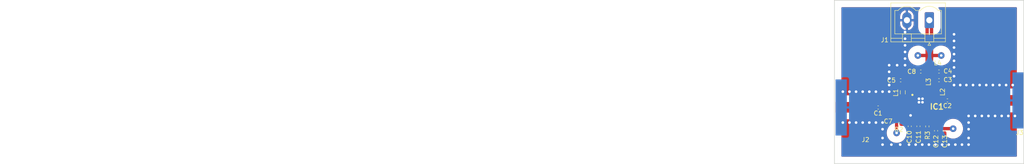
<source format=kicad_pcb>
(kicad_pcb (version 20171130) (host pcbnew "(5.1.10)-1")

  (general
    (thickness 1.6)
    (drawings 859)
    (tracks 150)
    (zones 0)
    (modules 21)
    (nets 12)
  )

  (page A4)
  (layers
    (0 F.Cu signal)
    (31 B.Cu signal)
    (32 B.Adhes user hide)
    (33 F.Adhes user hide)
    (34 B.Paste user hide)
    (35 F.Paste user hide)
    (36 B.SilkS user hide)
    (37 F.SilkS user)
    (38 B.Mask user)
    (39 F.Mask user)
    (40 Dwgs.User user hide)
    (41 Cmts.User user)
    (42 Eco1.User user hide)
    (43 Eco2.User user hide)
    (44 Edge.Cuts user)
    (45 Margin user hide)
    (46 B.CrtYd user hide)
    (47 F.CrtYd user)
    (48 B.Fab user hide)
    (49 F.Fab user hide)
  )

  (setup
    (last_trace_width 0.5)
    (user_trace_width 0.25)
    (user_trace_width 0.6)
    (user_trace_width 0.75)
    (user_trace_width 2.4)
    (trace_clearance 0.1)
    (zone_clearance 1.5)
    (zone_45_only yes)
    (trace_min 0.2)
    (via_size 0.8)
    (via_drill 0.4)
    (via_min_size 0.4)
    (via_min_drill 0.3)
    (uvia_size 0.3)
    (uvia_drill 0.1)
    (uvias_allowed no)
    (uvia_min_size 0.2)
    (uvia_min_drill 0.1)
    (edge_width 0.15)
    (segment_width 0.2)
    (pcb_text_width 0.3)
    (pcb_text_size 1.5 1.5)
    (mod_edge_width 0.15)
    (mod_text_size 1 1)
    (mod_text_width 0.15)
    (pad_size 2.8039 7.62)
    (pad_drill 0)
    (pad_to_mask_clearance 0)
    (aux_axis_origin 0 0)
    (visible_elements 7FFFFFFF)
    (pcbplotparams
      (layerselection 0x01000_7fffffff)
      (usegerberextensions false)
      (usegerberattributes false)
      (usegerberadvancedattributes false)
      (creategerberjobfile false)
      (excludeedgelayer true)
      (linewidth 0.200000)
      (plotframeref false)
      (viasonmask false)
      (mode 1)
      (useauxorigin false)
      (hpglpennumber 1)
      (hpglpenspeed 20)
      (hpglpendiameter 15.000000)
      (psnegative false)
      (psa4output false)
      (plotreference true)
      (plotvalue false)
      (plotinvisibletext false)
      (padsonsilk false)
      (subtractmaskfromsilk false)
      (outputformat 1)
      (mirror false)
      (drillshape 0)
      (scaleselection 1)
      (outputdirectory "../saida/"))
  )

  (net 0 "")
  (net 1 GND)
  (net 2 +5V)
  (net 3 "Net-(C2-Pad2)")
  (net 4 "Net-(C1-Pad1)")
  (net 5 /RF_in_2)
  (net 6 "Net-(C2-Pad1)")
  (net 7 "Net-(C5-Pad1)")
  (net 8 "Net-(C10-Pad2)")
  (net 9 "Net-(IC1-Pad2)")
  (net 10 "Net-(IC1-Pad6)")
  (net 11 "Net-(IC1-Pad10)")

  (net_class Default "This is the default net class."
    (clearance 0.1)
    (trace_width 0.5)
    (via_dia 0.8)
    (via_drill 0.4)
    (uvia_dia 0.3)
    (uvia_drill 0.1)
    (add_net +5V)
    (add_net /RF_in_2)
    (add_net GND)
    (add_net "Net-(C1-Pad1)")
    (add_net "Net-(C10-Pad2)")
    (add_net "Net-(C2-Pad1)")
    (add_net "Net-(C5-Pad1)")
    (add_net "Net-(IC1-Pad10)")
    (add_net "Net-(IC1-Pad2)")
    (add_net "Net-(IC1-Pad6)")
  )

  (net_class Micro50 ""
    (clearance 0.2)
    (trace_width 2.8039)
    (via_dia 0.8)
    (via_drill 0.4)
    (uvia_dia 0.3)
    (uvia_drill 0.1)
    (add_net "Net-(C2-Pad2)")
  )

  (module footprints:SMA_Amphenol_901-9215_EdgeMount (layer F.Cu) (tedit 6171C537) (tstamp 611444D2)
    (at 254.9 140.98)
    (descr http://www.amphenolrf.com/132289.html)
    (tags SMA)
    (path /5C49BA5D)
    (attr smd)
    (fp_text reference J3 (at 4.17 7.3) (layer F.SilkS)
      (effects (font (size 1 1) (thickness 0.15)))
    )
    (fp_text value Conn_Coaxial (at 5 7.62 180) (layer F.Fab)
      (effects (font (size 1 1) (thickness 0.15)))
    )
    (fp_line (start 5.08 -6.35) (end -2.54 -6.35) (layer F.CrtYd) (width 0.05))
    (fp_line (start 5.08 -6.35) (end 5.08 6.35) (layer F.CrtYd) (width 0.05))
    (fp_line (start 5.08 6.35) (end -2.54 6.35) (layer F.CrtYd) (width 0.05))
    (fp_line (start -2.54 6.35) (end -2.54 -6.35) (layer F.CrtYd) (width 0.05))
    (fp_line (start 5.08 -6.35) (end -2.54 -6.35) (layer B.CrtYd) (width 0.05))
    (fp_line (start 5.08 -6.35) (end 5.08 6.35) (layer B.CrtYd) (width 0.05))
    (fp_line (start 5.08 6.35) (end -2.54 6.35) (layer B.CrtYd) (width 0.05))
    (fp_line (start -2.54 6.35) (end -2.54 -6.35) (layer B.CrtYd) (width 0.05))
    (fp_text user %R (at 1.27 -3.81 90) (layer F.Fab)
      (effects (font (size 1 1) (thickness 0.15)))
    )
    (pad 1 smd rect (at 1.27 0 90) (size 2.4 7.62) (layers F.Cu F.Paste F.Mask)
      (net 3 "Net-(C2-Pad2)"))
    (pad 2 smd rect (at 3.81 0 180) (size 2.54 12.7) (layers B.Cu B.Paste B.Mask)
      (net 1 GND))
    (model ${KISYS3DMOD}/Connector_Coaxial.3dshapes/SMA_Amphenol_132289_EdgeMount.wrl
      (at (xyz 0 0 0))
      (scale (xyz 1 1 1))
      (rotate (xyz 0 0 0))
    )
    (model C:/Users/USER/Desktop/901-9215-REV-1.igs
      (offset (xyz 14.73199977874756 0 0.6349999904632568))
      (scale (xyz 1 1 1))
      (rotate (xyz 0 180 0))
    )
  )

  (module footprints:SMA_Amphenol_901-9215_EdgeMount (layer F.Cu) (tedit 6171C1CD) (tstamp 6171C40C)
    (at 222.44 142.58 180)
    (descr http://www.amphenolrf.com/132289.html)
    (tags SMA)
    (path /5D8B185D)
    (attr smd)
    (fp_text reference J2 (at -1.7 -7.31 180) (layer F.SilkS)
      (effects (font (size 1 1) (thickness 0.15)))
    )
    (fp_text value Conn_Coaxial (at 5 7.62) (layer F.Fab)
      (effects (font (size 1 1) (thickness 0.15)))
    )
    (fp_line (start 5.08 -6.35) (end -2.54 -6.35) (layer F.CrtYd) (width 0.05))
    (fp_line (start 5.08 -6.35) (end 5.08 6.35) (layer F.CrtYd) (width 0.05))
    (fp_line (start 5.08 6.35) (end -2.54 6.35) (layer F.CrtYd) (width 0.05))
    (fp_line (start -2.54 6.35) (end -2.54 -6.35) (layer F.CrtYd) (width 0.05))
    (fp_line (start 5.08 -6.35) (end -2.54 -6.35) (layer B.CrtYd) (width 0.05))
    (fp_line (start 5.08 -6.35) (end 5.08 6.35) (layer B.CrtYd) (width 0.05))
    (fp_line (start 5.08 6.35) (end -2.54 6.35) (layer B.CrtYd) (width 0.05))
    (fp_line (start -2.54 6.35) (end -2.54 -6.35) (layer B.CrtYd) (width 0.05))
    (fp_text user %R (at 1.27 -3.81 270) (layer F.Fab)
      (effects (font (size 1 1) (thickness 0.15)))
    )
    (pad 1 smd rect (at 1.27 0.04 270) (size 2.4 7.62) (layers F.Cu F.Paste F.Mask)
      (net 4 "Net-(C1-Pad1)"))
    (pad 2 smd rect (at 3.81 0) (size 2.54 12.7) (layers B.Cu B.Paste B.Mask)
      (net 1 GND))
    (model ${KISYS3DMOD}/Connector_Coaxial.3dshapes/SMA_Amphenol_132289_EdgeMount.wrl
      (at (xyz 0 0 0))
      (scale (xyz 1 1 1))
      (rotate (xyz 0 0 0))
    )
    (model C:/Users/USER/Desktop/901-9215-REV-1.igs
      (offset (xyz 14.73199977874756 0 0.6349999904632568))
      (scale (xyz 1 1 1))
      (rotate (xyz 0 180 0))
    )
  )

  (module Res:R_0402_1005Metric (layer F.Cu) (tedit 5F68FEEE) (tstamp 61529D0D)
    (at 238.145 146.87 90)
    (descr "Resistor SMD 0402 (1005 Metric), square (rectangular) end terminal, IPC_7351 nominal, (Body size source: IPC-SM-782 page 72, https://www.pcb-3d.com/wordpress/wp-content/uploads/ipc-sm-782a_amendment_1_and_2.pdf), generated with kicad-footprint-generator")
    (tags resistor)
    (path /5D974AAE)
    (attr smd)
    (fp_text reference R3 (at -2.02 0.05 90) (layer F.SilkS)
      (effects (font (size 1 1) (thickness 0.15)))
    )
    (fp_text value R (at 0 1.17 90) (layer F.Fab)
      (effects (font (size 1 1) (thickness 0.15)))
    )
    (fp_line (start 0.93 0.47) (end -0.93 0.47) (layer F.CrtYd) (width 0.05))
    (fp_line (start 0.93 -0.47) (end 0.93 0.47) (layer F.CrtYd) (width 0.05))
    (fp_line (start -0.93 -0.47) (end 0.93 -0.47) (layer F.CrtYd) (width 0.05))
    (fp_line (start -0.93 0.47) (end -0.93 -0.47) (layer F.CrtYd) (width 0.05))
    (fp_line (start -0.153641 0.38) (end 0.153641 0.38) (layer F.SilkS) (width 0.12))
    (fp_line (start -0.153641 -0.38) (end 0.153641 -0.38) (layer F.SilkS) (width 0.12))
    (fp_line (start 0.525 0.27) (end -0.525 0.27) (layer F.Fab) (width 0.1))
    (fp_line (start 0.525 -0.27) (end 0.525 0.27) (layer F.Fab) (width 0.1))
    (fp_line (start -0.525 -0.27) (end 0.525 -0.27) (layer F.Fab) (width 0.1))
    (fp_line (start -0.525 0.27) (end -0.525 -0.27) (layer F.Fab) (width 0.1))
    (fp_text user %R (at 0 0 90) (layer F.Fab)
      (effects (font (size 0.26 0.26) (thickness 0.04)))
    )
    (pad 2 smd roundrect (at 0.51 0 90) (size 0.54 0.64) (layers F.Cu F.Paste F.Mask) (roundrect_rratio 0.25)
      (net 10 "Net-(IC1-Pad6)"))
    (pad 1 smd roundrect (at -0.51 0 90) (size 0.54 0.64) (layers F.Cu F.Paste F.Mask) (roundrect_rratio 0.25)
      (net 2 +5V))
    (model ${KISYS3DMOD}/Resistor_SMD.3dshapes/R_0402_1005Metric.wrl
      (at (xyz 0 0 0))
      (scale (xyz 1 1 1))
      (rotate (xyz 0 0 0))
    )
  )

  (module Res:R_0402_1005Metric (layer F.Cu) (tedit 5F68FEEE) (tstamp 6114422B)
    (at 231.695 146.37 180)
    (descr "Resistor SMD 0402 (1005 Metric), square (rectangular) end terminal, IPC_7351 nominal, (Body size source: IPC-SM-782 page 72, https://www.pcb-3d.com/wordpress/wp-content/uploads/ipc-sm-782a_amendment_1_and_2.pdf), generated with kicad-footprint-generator")
    (tags resistor)
    (path /5D97199E)
    (attr smd)
    (fp_text reference R2 (at 0 -1.22) (layer F.SilkS)
      (effects (font (size 1 1) (thickness 0.15)))
    )
    (fp_text value R (at 0 1.17) (layer F.Fab)
      (effects (font (size 1 1) (thickness 0.15)))
    )
    (fp_line (start 0.93 0.47) (end -0.93 0.47) (layer F.CrtYd) (width 0.05))
    (fp_line (start 0.93 -0.47) (end 0.93 0.47) (layer F.CrtYd) (width 0.05))
    (fp_line (start -0.93 -0.47) (end 0.93 -0.47) (layer F.CrtYd) (width 0.05))
    (fp_line (start -0.93 0.47) (end -0.93 -0.47) (layer F.CrtYd) (width 0.05))
    (fp_line (start -0.153641 0.38) (end 0.153641 0.38) (layer F.SilkS) (width 0.12))
    (fp_line (start -0.153641 -0.38) (end 0.153641 -0.38) (layer F.SilkS) (width 0.12))
    (fp_line (start 0.525 0.27) (end -0.525 0.27) (layer F.Fab) (width 0.1))
    (fp_line (start 0.525 -0.27) (end 0.525 0.27) (layer F.Fab) (width 0.1))
    (fp_line (start -0.525 -0.27) (end 0.525 -0.27) (layer F.Fab) (width 0.1))
    (fp_line (start -0.525 0.27) (end -0.525 -0.27) (layer F.Fab) (width 0.1))
    (fp_text user %R (at 0 0) (layer F.Fab)
      (effects (font (size 0.26 0.26) (thickness 0.04)))
    )
    (pad 2 smd roundrect (at 0.51 0 180) (size 0.54 0.64) (layers F.Cu F.Paste F.Mask) (roundrect_rratio 0.25)
      (net 2 +5V))
    (pad 1 smd roundrect (at -0.51 0 180) (size 0.54 0.64) (layers F.Cu F.Paste F.Mask) (roundrect_rratio 0.25)
      (net 8 "Net-(C10-Pad2)"))
    (model ${KISYS3DMOD}/Resistor_SMD.3dshapes/R_0402_1005Metric.wrl
      (at (xyz 0 0 0))
      (scale (xyz 1 1 1))
      (rotate (xyz 0 0 0))
    )
  )

  (module Inds:L_0805_2012Metric (layer F.Cu) (tedit 5F68FEF0) (tstamp 6171AF29)
    (at 232.59 139.14 270)
    (descr "Inductor SMD 0805 (2012 Metric), square (rectangular) end terminal, IPC_7351 nominal, (Body size source: IPC-SM-782 page 80, https://www.pcb-3d.com/wordpress/wp-content/uploads/ipc-sm-782a_amendment_1_and_2.pdf), generated with kicad-footprint-generator")
    (tags inductor)
    (path /5D95E5F5)
    (attr smd)
    (fp_text reference L1 (at 0.1 1.6 90) (layer F.SilkS)
      (effects (font (size 1 1) (thickness 0.15)))
    )
    (fp_text value L (at 0 1.55 90) (layer F.Fab)
      (effects (font (size 1 1) (thickness 0.15)))
    )
    (fp_line (start 1.75 0.85) (end -1.75 0.85) (layer F.CrtYd) (width 0.05))
    (fp_line (start 1.75 -0.85) (end 1.75 0.85) (layer F.CrtYd) (width 0.05))
    (fp_line (start -1.75 -0.85) (end 1.75 -0.85) (layer F.CrtYd) (width 0.05))
    (fp_line (start -1.75 0.85) (end -1.75 -0.85) (layer F.CrtYd) (width 0.05))
    (fp_line (start -0.399622 0.56) (end 0.399622 0.56) (layer F.SilkS) (width 0.12))
    (fp_line (start -0.399622 -0.56) (end 0.399622 -0.56) (layer F.SilkS) (width 0.12))
    (fp_line (start 1 0.45) (end -1 0.45) (layer F.Fab) (width 0.1))
    (fp_line (start 1 -0.45) (end 1 0.45) (layer F.Fab) (width 0.1))
    (fp_line (start -1 -0.45) (end 1 -0.45) (layer F.Fab) (width 0.1))
    (fp_line (start -1 0.45) (end -1 -0.45) (layer F.Fab) (width 0.1))
    (fp_text user %R (at 0 0 90) (layer F.Fab)
      (effects (font (size 0.5 0.5) (thickness 0.08)))
    )
    (pad 2 smd roundrect (at 1.0625 0 270) (size 0.875 1.2) (layers F.Cu F.Paste F.Mask) (roundrect_rratio 0.25)
      (net 9 "Net-(IC1-Pad2)"))
    (pad 1 smd roundrect (at -1.0625 0 270) (size 0.875 1.2) (layers F.Cu F.Paste F.Mask) (roundrect_rratio 0.25)
      (net 7 "Net-(C5-Pad1)"))
    (model ${KISYS3DMOD}/Inductor_SMD.3dshapes/L_0805_2012Metric.wrl
      (at (xyz 0 0 0))
      (scale (xyz 1 1 1))
      (rotate (xyz 0 0 0))
    )
  )

  (module Caps:C_0402_1005Metric (layer F.Cu) (tedit 5F68FEEE) (tstamp 6152873E)
    (at 242.095 147.86 90)
    (descr "Capacitor SMD 0402 (1005 Metric), square (rectangular) end terminal, IPC_7351 nominal, (Body size source: IPC-SM-782 page 76, https://www.pcb-3d.com/wordpress/wp-content/uploads/ipc-sm-782a_amendment_1_and_2.pdf), generated with kicad-footprint-generator")
    (tags capacitor)
    (path /5D975D78)
    (attr smd)
    (fp_text reference C13 (at -2.43 0 90) (layer F.SilkS)
      (effects (font (size 1 1) (thickness 0.15)))
    )
    (fp_text value C (at 0 1.16 90) (layer F.Fab)
      (effects (font (size 1 1) (thickness 0.15)))
    )
    (fp_line (start 0.91 0.46) (end -0.91 0.46) (layer F.CrtYd) (width 0.05))
    (fp_line (start 0.91 -0.46) (end 0.91 0.46) (layer F.CrtYd) (width 0.05))
    (fp_line (start -0.91 -0.46) (end 0.91 -0.46) (layer F.CrtYd) (width 0.05))
    (fp_line (start -0.91 0.46) (end -0.91 -0.46) (layer F.CrtYd) (width 0.05))
    (fp_line (start -0.107836 0.36) (end 0.107836 0.36) (layer F.SilkS) (width 0.12))
    (fp_line (start -0.107836 -0.36) (end 0.107836 -0.36) (layer F.SilkS) (width 0.12))
    (fp_line (start 0.5 0.25) (end -0.5 0.25) (layer F.Fab) (width 0.1))
    (fp_line (start 0.5 -0.25) (end 0.5 0.25) (layer F.Fab) (width 0.1))
    (fp_line (start -0.5 -0.25) (end 0.5 -0.25) (layer F.Fab) (width 0.1))
    (fp_line (start -0.5 0.25) (end -0.5 -0.25) (layer F.Fab) (width 0.1))
    (fp_text user %R (at 0 0 90) (layer F.Fab)
      (effects (font (size 0.25 0.25) (thickness 0.04)))
    )
    (pad 2 smd roundrect (at 0.48 0 90) (size 0.56 0.62) (layers F.Cu F.Paste F.Mask) (roundrect_rratio 0.25)
      (net 2 +5V))
    (pad 1 smd roundrect (at -0.48 0 90) (size 0.56 0.62) (layers F.Cu F.Paste F.Mask) (roundrect_rratio 0.25)
      (net 1 GND))
    (model ${KISYS3DMOD}/Capacitor_SMD.3dshapes/C_0402_1005Metric.wrl
      (at (xyz 0 0 0))
      (scale (xyz 1 1 1))
      (rotate (xyz 0 0 0))
    )
  )

  (module Caps:C_0402_1005Metric (layer F.Cu) (tedit 5F68FEEE) (tstamp 611441FB)
    (at 240.125 147.86 90)
    (descr "Capacitor SMD 0402 (1005 Metric), square (rectangular) end terminal, IPC_7351 nominal, (Body size source: IPC-SM-782 page 76, https://www.pcb-3d.com/wordpress/wp-content/uploads/ipc-sm-782a_amendment_1_and_2.pdf), generated with kicad-footprint-generator")
    (tags capacitor)
    (path /5D975742)
    (attr smd)
    (fp_text reference C12 (at -2.43 -0.03 90) (layer F.SilkS)
      (effects (font (size 1 1) (thickness 0.15)))
    )
    (fp_text value C (at 0 1.16 90) (layer F.Fab)
      (effects (font (size 1 1) (thickness 0.15)))
    )
    (fp_line (start 0.91 0.46) (end -0.91 0.46) (layer F.CrtYd) (width 0.05))
    (fp_line (start 0.91 -0.46) (end 0.91 0.46) (layer F.CrtYd) (width 0.05))
    (fp_line (start -0.91 -0.46) (end 0.91 -0.46) (layer F.CrtYd) (width 0.05))
    (fp_line (start -0.91 0.46) (end -0.91 -0.46) (layer F.CrtYd) (width 0.05))
    (fp_line (start -0.107836 0.36) (end 0.107836 0.36) (layer F.SilkS) (width 0.12))
    (fp_line (start -0.107836 -0.36) (end 0.107836 -0.36) (layer F.SilkS) (width 0.12))
    (fp_line (start 0.5 0.25) (end -0.5 0.25) (layer F.Fab) (width 0.1))
    (fp_line (start 0.5 -0.25) (end 0.5 0.25) (layer F.Fab) (width 0.1))
    (fp_line (start -0.5 -0.25) (end 0.5 -0.25) (layer F.Fab) (width 0.1))
    (fp_line (start -0.5 0.25) (end -0.5 -0.25) (layer F.Fab) (width 0.1))
    (fp_text user %R (at 0 0 90) (layer F.Fab)
      (effects (font (size 0.25 0.25) (thickness 0.04)))
    )
    (pad 2 smd roundrect (at 0.48 0 90) (size 0.56 0.62) (layers F.Cu F.Paste F.Mask) (roundrect_rratio 0.25)
      (net 2 +5V))
    (pad 1 smd roundrect (at -0.48 0 90) (size 0.56 0.62) (layers F.Cu F.Paste F.Mask) (roundrect_rratio 0.25)
      (net 1 GND))
    (model ${KISYS3DMOD}/Capacitor_SMD.3dshapes/C_0402_1005Metric.wrl
      (at (xyz 0 0 0))
      (scale (xyz 1 1 1))
      (rotate (xyz 0 0 0))
    )
  )

  (module Caps:C_0402_1005Metric (layer F.Cu) (tedit 5F68FEEE) (tstamp 6114434B)
    (at 236.135 146.85 90)
    (descr "Capacitor SMD 0402 (1005 Metric), square (rectangular) end terminal, IPC_7351 nominal, (Body size source: IPC-SM-782 page 76, https://www.pcb-3d.com/wordpress/wp-content/uploads/ipc-sm-782a_amendment_1_and_2.pdf), generated with kicad-footprint-generator")
    (tags capacitor)
    (path /5D96F8FE)
    (attr smd)
    (fp_text reference C11 (at -2.4 0 90) (layer F.SilkS)
      (effects (font (size 1 1) (thickness 0.15)))
    )
    (fp_text value C (at 0 1.16 90) (layer F.Fab)
      (effects (font (size 1 1) (thickness 0.15)))
    )
    (fp_line (start 0.91 0.46) (end -0.91 0.46) (layer F.CrtYd) (width 0.05))
    (fp_line (start 0.91 -0.46) (end 0.91 0.46) (layer F.CrtYd) (width 0.05))
    (fp_line (start -0.91 -0.46) (end 0.91 -0.46) (layer F.CrtYd) (width 0.05))
    (fp_line (start -0.91 0.46) (end -0.91 -0.46) (layer F.CrtYd) (width 0.05))
    (fp_line (start -0.107836 0.36) (end 0.107836 0.36) (layer F.SilkS) (width 0.12))
    (fp_line (start -0.107836 -0.36) (end 0.107836 -0.36) (layer F.SilkS) (width 0.12))
    (fp_line (start 0.5 0.25) (end -0.5 0.25) (layer F.Fab) (width 0.1))
    (fp_line (start 0.5 -0.25) (end 0.5 0.25) (layer F.Fab) (width 0.1))
    (fp_line (start -0.5 -0.25) (end 0.5 -0.25) (layer F.Fab) (width 0.1))
    (fp_line (start -0.5 0.25) (end -0.5 -0.25) (layer F.Fab) (width 0.1))
    (fp_text user %R (at 0 0 90) (layer F.Fab)
      (effects (font (size 0.25 0.25) (thickness 0.04)))
    )
    (pad 2 smd roundrect (at 0.48 0 90) (size 0.56 0.62) (layers F.Cu F.Paste F.Mask) (roundrect_rratio 0.25)
      (net 8 "Net-(C10-Pad2)"))
    (pad 1 smd roundrect (at -0.48 0 90) (size 0.56 0.62) (layers F.Cu F.Paste F.Mask) (roundrect_rratio 0.25)
      (net 1 GND))
    (model ${KISYS3DMOD}/Capacitor_SMD.3dshapes/C_0402_1005Metric.wrl
      (at (xyz 0 0 0))
      (scale (xyz 1 1 1))
      (rotate (xyz 0 0 0))
    )
  )

  (module Caps:C_0402_1005Metric (layer F.Cu) (tedit 5F68FEEE) (tstamp 61527F9E)
    (at 234.165 146.85 90)
    (descr "Capacitor SMD 0402 (1005 Metric), square (rectangular) end terminal, IPC_7351 nominal, (Body size source: IPC-SM-782 page 76, https://www.pcb-3d.com/wordpress/wp-content/uploads/ipc-sm-782a_amendment_1_and_2.pdf), generated with kicad-footprint-generator")
    (tags capacitor)
    (path /5D97133E)
    (attr smd)
    (fp_text reference C10 (at -2.4 -0.1 90) (layer F.SilkS)
      (effects (font (size 1 1) (thickness 0.15)))
    )
    (fp_text value C (at 0 1.16 90) (layer F.Fab)
      (effects (font (size 1 1) (thickness 0.15)))
    )
    (fp_line (start 0.91 0.46) (end -0.91 0.46) (layer F.CrtYd) (width 0.05))
    (fp_line (start 0.91 -0.46) (end 0.91 0.46) (layer F.CrtYd) (width 0.05))
    (fp_line (start -0.91 -0.46) (end 0.91 -0.46) (layer F.CrtYd) (width 0.05))
    (fp_line (start -0.91 0.46) (end -0.91 -0.46) (layer F.CrtYd) (width 0.05))
    (fp_line (start -0.107836 0.36) (end 0.107836 0.36) (layer F.SilkS) (width 0.12))
    (fp_line (start -0.107836 -0.36) (end 0.107836 -0.36) (layer F.SilkS) (width 0.12))
    (fp_line (start 0.5 0.25) (end -0.5 0.25) (layer F.Fab) (width 0.1))
    (fp_line (start 0.5 -0.25) (end 0.5 0.25) (layer F.Fab) (width 0.1))
    (fp_line (start -0.5 -0.25) (end 0.5 -0.25) (layer F.Fab) (width 0.1))
    (fp_line (start -0.5 0.25) (end -0.5 -0.25) (layer F.Fab) (width 0.1))
    (fp_text user %R (at 0 0 90) (layer F.Fab)
      (effects (font (size 0.25 0.25) (thickness 0.04)))
    )
    (pad 2 smd roundrect (at 0.48 0 90) (size 0.56 0.62) (layers F.Cu F.Paste F.Mask) (roundrect_rratio 0.25)
      (net 8 "Net-(C10-Pad2)"))
    (pad 1 smd roundrect (at -0.48 0 90) (size 0.56 0.62) (layers F.Cu F.Paste F.Mask) (roundrect_rratio 0.25)
      (net 1 GND))
    (model ${KISYS3DMOD}/Capacitor_SMD.3dshapes/C_0402_1005Metric.wrl
      (at (xyz 0 0 0))
      (scale (xyz 1 1 1))
      (rotate (xyz 0 0 0))
    )
  )

  (module Caps:C_0402_1005Metric (layer F.Cu) (tedit 5F68FEEE) (tstamp 611442EB)
    (at 236.66 134.44 180)
    (descr "Capacitor SMD 0402 (1005 Metric), square (rectangular) end terminal, IPC_7351 nominal, (Body size source: IPC-SM-782 page 76, https://www.pcb-3d.com/wordpress/wp-content/uploads/ipc-sm-782a_amendment_1_and_2.pdf), generated with kicad-footprint-generator")
    (tags capacitor)
    (path /5D97CB4E)
    (attr smd)
    (fp_text reference C8 (at 2.06 0) (layer F.SilkS)
      (effects (font (size 1 1) (thickness 0.15)))
    )
    (fp_text value C (at 0 1.16) (layer F.Fab)
      (effects (font (size 1 1) (thickness 0.15)))
    )
    (fp_line (start 0.91 0.46) (end -0.91 0.46) (layer F.CrtYd) (width 0.05))
    (fp_line (start 0.91 -0.46) (end 0.91 0.46) (layer F.CrtYd) (width 0.05))
    (fp_line (start -0.91 -0.46) (end 0.91 -0.46) (layer F.CrtYd) (width 0.05))
    (fp_line (start -0.91 0.46) (end -0.91 -0.46) (layer F.CrtYd) (width 0.05))
    (fp_line (start -0.107836 0.36) (end 0.107836 0.36) (layer F.SilkS) (width 0.12))
    (fp_line (start -0.107836 -0.36) (end 0.107836 -0.36) (layer F.SilkS) (width 0.12))
    (fp_line (start 0.5 0.25) (end -0.5 0.25) (layer F.Fab) (width 0.1))
    (fp_line (start 0.5 -0.25) (end 0.5 0.25) (layer F.Fab) (width 0.1))
    (fp_line (start -0.5 -0.25) (end 0.5 -0.25) (layer F.Fab) (width 0.1))
    (fp_line (start -0.5 0.25) (end -0.5 -0.25) (layer F.Fab) (width 0.1))
    (fp_text user %R (at 0 0) (layer F.Fab)
      (effects (font (size 0.25 0.25) (thickness 0.04)))
    )
    (pad 2 smd roundrect (at 0.48 0 180) (size 0.56 0.62) (layers F.Cu F.Paste F.Mask) (roundrect_rratio 0.25)
      (net 1 GND))
    (pad 1 smd roundrect (at -0.48 0 180) (size 0.56 0.62) (layers F.Cu F.Paste F.Mask) (roundrect_rratio 0.25)
      (net 2 +5V))
    (model ${KISYS3DMOD}/Capacitor_SMD.3dshapes/C_0402_1005Metric.wrl
      (at (xyz 0 0 0))
      (scale (xyz 1 1 1))
      (rotate (xyz 0 0 0))
    )
  )

  (module Caps:C_0402_1005Metric (layer F.Cu) (tedit 5F68FEEE) (tstamp 6171AEF9)
    (at 232.1 136.425 180)
    (descr "Capacitor SMD 0402 (1005 Metric), square (rectangular) end terminal, IPC_7351 nominal, (Body size source: IPC-SM-782 page 76, https://www.pcb-3d.com/wordpress/wp-content/uploads/ipc-sm-782a_amendment_1_and_2.pdf), generated with kicad-footprint-generator")
    (tags capacitor)
    (path /5D95DCBF)
    (attr smd)
    (fp_text reference C5 (at 2.1 0) (layer F.SilkS)
      (effects (font (size 1 1) (thickness 0.15)))
    )
    (fp_text value C (at 0 1.16) (layer F.Fab)
      (effects (font (size 1 1) (thickness 0.15)))
    )
    (fp_line (start 0.91 0.46) (end -0.91 0.46) (layer F.CrtYd) (width 0.05))
    (fp_line (start 0.91 -0.46) (end 0.91 0.46) (layer F.CrtYd) (width 0.05))
    (fp_line (start -0.91 -0.46) (end 0.91 -0.46) (layer F.CrtYd) (width 0.05))
    (fp_line (start -0.91 0.46) (end -0.91 -0.46) (layer F.CrtYd) (width 0.05))
    (fp_line (start -0.107836 0.36) (end 0.107836 0.36) (layer F.SilkS) (width 0.12))
    (fp_line (start -0.107836 -0.36) (end 0.107836 -0.36) (layer F.SilkS) (width 0.12))
    (fp_line (start 0.5 0.25) (end -0.5 0.25) (layer F.Fab) (width 0.1))
    (fp_line (start 0.5 -0.25) (end 0.5 0.25) (layer F.Fab) (width 0.1))
    (fp_line (start -0.5 -0.25) (end 0.5 -0.25) (layer F.Fab) (width 0.1))
    (fp_line (start -0.5 0.25) (end -0.5 -0.25) (layer F.Fab) (width 0.1))
    (fp_text user %R (at 0 0) (layer F.Fab)
      (effects (font (size 0.25 0.25) (thickness 0.04)))
    )
    (pad 2 smd roundrect (at 0.48 0 180) (size 0.56 0.62) (layers F.Cu F.Paste F.Mask) (roundrect_rratio 0.25)
      (net 1 GND))
    (pad 1 smd roundrect (at -0.48 0 180) (size 0.56 0.62) (layers F.Cu F.Paste F.Mask) (roundrect_rratio 0.25)
      (net 7 "Net-(C5-Pad1)"))
    (model ${KISYS3DMOD}/Capacitor_SMD.3dshapes/C_0402_1005Metric.wrl
      (at (xyz 0 0 0))
      (scale (xyz 1 1 1))
      (rotate (xyz 0 0 0))
    )
  )

  (module Caps:C_0402_1005Metric (layer F.Cu) (tedit 5F68FEEE) (tstamp 611443AB)
    (at 240.79 134.44)
    (descr "Capacitor SMD 0402 (1005 Metric), square (rectangular) end terminal, IPC_7351 nominal, (Body size source: IPC-SM-782 page 76, https://www.pcb-3d.com/wordpress/wp-content/uploads/ipc-sm-782a_amendment_1_and_2.pdf), generated with kicad-footprint-generator")
    (tags capacitor)
    (path /5D979E5D)
    (attr smd)
    (fp_text reference C4 (at 2 -0.1) (layer F.SilkS)
      (effects (font (size 1 1) (thickness 0.15)))
    )
    (fp_text value C (at 0 1.16) (layer F.Fab)
      (effects (font (size 1 1) (thickness 0.15)))
    )
    (fp_line (start 0.91 0.46) (end -0.91 0.46) (layer F.CrtYd) (width 0.05))
    (fp_line (start 0.91 -0.46) (end 0.91 0.46) (layer F.CrtYd) (width 0.05))
    (fp_line (start -0.91 -0.46) (end 0.91 -0.46) (layer F.CrtYd) (width 0.05))
    (fp_line (start -0.91 0.46) (end -0.91 -0.46) (layer F.CrtYd) (width 0.05))
    (fp_line (start -0.107836 0.36) (end 0.107836 0.36) (layer F.SilkS) (width 0.12))
    (fp_line (start -0.107836 -0.36) (end 0.107836 -0.36) (layer F.SilkS) (width 0.12))
    (fp_line (start 0.5 0.25) (end -0.5 0.25) (layer F.Fab) (width 0.1))
    (fp_line (start 0.5 -0.25) (end 0.5 0.25) (layer F.Fab) (width 0.1))
    (fp_line (start -0.5 -0.25) (end 0.5 -0.25) (layer F.Fab) (width 0.1))
    (fp_line (start -0.5 0.25) (end -0.5 -0.25) (layer F.Fab) (width 0.1))
    (fp_text user %R (at 0 0) (layer F.Fab)
      (effects (font (size 0.25 0.25) (thickness 0.04)))
    )
    (pad 2 smd roundrect (at 0.48 0) (size 0.56 0.62) (layers F.Cu F.Paste F.Mask) (roundrect_rratio 0.25)
      (net 1 GND))
    (pad 1 smd roundrect (at -0.48 0) (size 0.56 0.62) (layers F.Cu F.Paste F.Mask) (roundrect_rratio 0.25)
      (net 2 +5V))
    (model ${KISYS3DMOD}/Capacitor_SMD.3dshapes/C_0402_1005Metric.wrl
      (at (xyz 0 0 0))
      (scale (xyz 1 1 1))
      (rotate (xyz 0 0 0))
    )
  )

  (module Caps:C_0402_1005Metric (layer F.Cu) (tedit 5F68FEEE) (tstamp 6152962D)
    (at 240.79 136.4)
    (descr "Capacitor SMD 0402 (1005 Metric), square (rectangular) end terminal, IPC_7351 nominal, (Body size source: IPC-SM-782 page 76, https://www.pcb-3d.com/wordpress/wp-content/uploads/ipc-sm-782a_amendment_1_and_2.pdf), generated with kicad-footprint-generator")
    (tags capacitor)
    (path /5D97973E)
    (attr smd)
    (fp_text reference C3 (at 2 -0.1) (layer F.SilkS)
      (effects (font (size 1 1) (thickness 0.15)))
    )
    (fp_text value C (at 0 1.16) (layer F.Fab)
      (effects (font (size 1 1) (thickness 0.15)))
    )
    (fp_line (start 0.91 0.46) (end -0.91 0.46) (layer F.CrtYd) (width 0.05))
    (fp_line (start 0.91 -0.46) (end 0.91 0.46) (layer F.CrtYd) (width 0.05))
    (fp_line (start -0.91 -0.46) (end 0.91 -0.46) (layer F.CrtYd) (width 0.05))
    (fp_line (start -0.91 0.46) (end -0.91 -0.46) (layer F.CrtYd) (width 0.05))
    (fp_line (start -0.107836 0.36) (end 0.107836 0.36) (layer F.SilkS) (width 0.12))
    (fp_line (start -0.107836 -0.36) (end 0.107836 -0.36) (layer F.SilkS) (width 0.12))
    (fp_line (start 0.5 0.25) (end -0.5 0.25) (layer F.Fab) (width 0.1))
    (fp_line (start 0.5 -0.25) (end 0.5 0.25) (layer F.Fab) (width 0.1))
    (fp_line (start -0.5 -0.25) (end 0.5 -0.25) (layer F.Fab) (width 0.1))
    (fp_line (start -0.5 0.25) (end -0.5 -0.25) (layer F.Fab) (width 0.1))
    (fp_text user %R (at 0 0) (layer F.Fab)
      (effects (font (size 0.25 0.25) (thickness 0.04)))
    )
    (pad 2 smd roundrect (at 0.48 0) (size 0.56 0.62) (layers F.Cu F.Paste F.Mask) (roundrect_rratio 0.25)
      (net 1 GND))
    (pad 1 smd roundrect (at -0.48 0) (size 0.56 0.62) (layers F.Cu F.Paste F.Mask) (roundrect_rratio 0.25)
      (net 2 +5V))
    (model ${KISYS3DMOD}/Capacitor_SMD.3dshapes/C_0402_1005Metric.wrl
      (at (xyz 0 0 0))
      (scale (xyz 1 1 1))
      (rotate (xyz 0 0 0))
    )
  )

  (module Caps:C_0402_1005Metric (layer F.Cu) (tedit 5F68FEEE) (tstamp 611443DB)
    (at 242.7 140.98)
    (descr "Capacitor SMD 0402 (1005 Metric), square (rectangular) end terminal, IPC_7351 nominal, (Body size source: IPC-SM-782 page 76, https://www.pcb-3d.com/wordpress/wp-content/uploads/ipc-sm-782a_amendment_1_and_2.pdf), generated with kicad-footprint-generator")
    (tags capacitor)
    (path /5D9778C5)
    (attr smd)
    (fp_text reference C2 (at 0 1.22) (layer F.SilkS)
      (effects (font (size 1 1) (thickness 0.15)))
    )
    (fp_text value C (at 0 1.16) (layer F.Fab)
      (effects (font (size 1 1) (thickness 0.15)))
    )
    (fp_line (start 0.91 0.46) (end -0.91 0.46) (layer F.CrtYd) (width 0.05))
    (fp_line (start 0.91 -0.46) (end 0.91 0.46) (layer F.CrtYd) (width 0.05))
    (fp_line (start -0.91 -0.46) (end 0.91 -0.46) (layer F.CrtYd) (width 0.05))
    (fp_line (start -0.91 0.46) (end -0.91 -0.46) (layer F.CrtYd) (width 0.05))
    (fp_line (start -0.107836 0.36) (end 0.107836 0.36) (layer F.SilkS) (width 0.12))
    (fp_line (start -0.107836 -0.36) (end 0.107836 -0.36) (layer F.SilkS) (width 0.12))
    (fp_line (start 0.5 0.25) (end -0.5 0.25) (layer F.Fab) (width 0.1))
    (fp_line (start 0.5 -0.25) (end 0.5 0.25) (layer F.Fab) (width 0.1))
    (fp_line (start -0.5 -0.25) (end 0.5 -0.25) (layer F.Fab) (width 0.1))
    (fp_line (start -0.5 0.25) (end -0.5 -0.25) (layer F.Fab) (width 0.1))
    (fp_text user %R (at 0 0) (layer F.Fab)
      (effects (font (size 0.25 0.25) (thickness 0.04)))
    )
    (pad 2 smd roundrect (at 0.48 0) (size 0.56 0.62) (layers F.Cu F.Paste F.Mask) (roundrect_rratio 0.25)
      (net 3 "Net-(C2-Pad2)"))
    (pad 1 smd roundrect (at -0.48 0) (size 0.56 0.62) (layers F.Cu F.Paste F.Mask) (roundrect_rratio 0.25)
      (net 6 "Net-(C2-Pad1)"))
    (model ${KISYS3DMOD}/Capacitor_SMD.3dshapes/C_0402_1005Metric.wrl
      (at (xyz 0 0 0))
      (scale (xyz 1 1 1))
      (rotate (xyz 0 0 0))
    )
  )

  (module Caps:C_0402_1005Metric (layer F.Cu) (tedit 5F68FEEE) (tstamp 6152775A)
    (at 227 142.58)
    (descr "Capacitor SMD 0402 (1005 Metric), square (rectangular) end terminal, IPC_7351 nominal, (Body size source: IPC-SM-782 page 76, https://www.pcb-3d.com/wordpress/wp-content/uploads/ipc-sm-782a_amendment_1_and_2.pdf), generated with kicad-footprint-generator")
    (tags capacitor)
    (path /5D9565E6)
    (attr smd)
    (fp_text reference C1 (at -0.03 1.31) (layer F.SilkS)
      (effects (font (size 1 1) (thickness 0.15)))
    )
    (fp_text value C (at 0 1.16) (layer F.Fab)
      (effects (font (size 1 1) (thickness 0.15)))
    )
    (fp_line (start 0.91 0.46) (end -0.91 0.46) (layer F.CrtYd) (width 0.05))
    (fp_line (start 0.91 -0.46) (end 0.91 0.46) (layer F.CrtYd) (width 0.05))
    (fp_line (start -0.91 -0.46) (end 0.91 -0.46) (layer F.CrtYd) (width 0.05))
    (fp_line (start -0.91 0.46) (end -0.91 -0.46) (layer F.CrtYd) (width 0.05))
    (fp_line (start -0.107836 0.36) (end 0.107836 0.36) (layer F.SilkS) (width 0.12))
    (fp_line (start -0.107836 -0.36) (end 0.107836 -0.36) (layer F.SilkS) (width 0.12))
    (fp_line (start 0.5 0.25) (end -0.5 0.25) (layer F.Fab) (width 0.1))
    (fp_line (start 0.5 -0.25) (end 0.5 0.25) (layer F.Fab) (width 0.1))
    (fp_line (start -0.5 -0.25) (end 0.5 -0.25) (layer F.Fab) (width 0.1))
    (fp_line (start -0.5 0.25) (end -0.5 -0.25) (layer F.Fab) (width 0.1))
    (fp_text user %R (at 0 0) (layer F.Fab)
      (effects (font (size 0.25 0.25) (thickness 0.04)))
    )
    (pad 2 smd roundrect (at 0.48 0) (size 0.56 0.62) (layers F.Cu F.Paste F.Mask) (roundrect_rratio 0.25)
      (net 5 /RF_in_2))
    (pad 1 smd roundrect (at -0.48 0) (size 0.56 0.62) (layers F.Cu F.Paste F.Mask) (roundrect_rratio 0.25)
      (net 4 "Net-(C1-Pad1)"))
    (model ${KISYS3DMOD}/Capacitor_SMD.3dshapes/C_0402_1005Metric.wrl
      (at (xyz 0 0 0))
      (scale (xyz 1 1 1))
      (rotate (xyz 0 0 0))
    )
  )

  (module Connector_Phoenix_MSTB:PhoenixContact_MSTBVA_2,5_2-G-5,08_1x02_P5.08mm_Vertical (layer F.Cu) (tedit 5B785047) (tstamp 61144519)
    (at 238.6 122.8 180)
    (descr "Generic Phoenix Contact connector footprint for: MSTBVA_2,5/2-G-5,08; number of pins: 02; pin pitch: 5.08mm; Vertical || order number: 1755736 12A || order number: 1924305 16A (HC)")
    (tags "phoenix_contact connector MSTBVA_01x02_G_5.08mm")
    (path /5C4FA506)
    (fp_text reference J1 (at 10.1 -4.48) (layer F.SilkS)
      (effects (font (size 1 1) (thickness 0.15)))
    )
    (fp_text value Conn_01x02 (at -5.2 -0.48 90) (layer F.Fab)
      (effects (font (size 1 1) (thickness 0.15)))
    )
    (fp_line (start -3.65 -4.91) (end -3.65 3.91) (layer F.SilkS) (width 0.12))
    (fp_line (start -3.65 3.91) (end 8.73 3.91) (layer F.SilkS) (width 0.12))
    (fp_line (start 8.73 3.91) (end 8.73 -4.91) (layer F.SilkS) (width 0.12))
    (fp_line (start 8.73 -4.91) (end -3.65 -4.91) (layer F.SilkS) (width 0.12))
    (fp_line (start -3.54 -4.8) (end -3.54 3.8) (layer F.Fab) (width 0.1))
    (fp_line (start -3.54 3.8) (end 8.62 3.8) (layer F.Fab) (width 0.1))
    (fp_line (start 8.62 3.8) (end 8.62 -4.8) (layer F.Fab) (width 0.1))
    (fp_line (start 8.62 -4.8) (end -3.54 -4.8) (layer F.Fab) (width 0.1))
    (fp_line (start -3.65 -4.1) (end -1.11 -4.1) (layer F.SilkS) (width 0.12))
    (fp_line (start 8.73 -4.1) (end 6.19 -4.1) (layer F.SilkS) (width 0.12))
    (fp_line (start 1 -4.1) (end 4.08 -4.1) (layer F.SilkS) (width 0.12))
    (fp_line (start -1 -3.1) (end -1 -4.91) (layer F.SilkS) (width 0.12))
    (fp_line (start -1 -4.91) (end 1 -4.91) (layer F.SilkS) (width 0.12))
    (fp_line (start 1 -4.91) (end 1 -3.1) (layer F.SilkS) (width 0.12))
    (fp_line (start 1 -3.1) (end -1 -3.1) (layer F.SilkS) (width 0.12))
    (fp_line (start 4.08 -3.1) (end 4.08 -4.91) (layer F.SilkS) (width 0.12))
    (fp_line (start 4.08 -4.91) (end 6.08 -4.91) (layer F.SilkS) (width 0.12))
    (fp_line (start 6.08 -4.91) (end 6.08 -3.1) (layer F.SilkS) (width 0.12))
    (fp_line (start 6.08 -3.1) (end 4.08 -3.1) (layer F.SilkS) (width 0.12))
    (fp_line (start 2 2.2) (end 3.08 2.2) (layer F.SilkS) (width 0.12))
    (fp_line (start -2 2.2) (end -2.74 2.2) (layer F.SilkS) (width 0.12))
    (fp_line (start -2.74 2.2) (end -2.74 -3.1) (layer F.SilkS) (width 0.12))
    (fp_line (start -2.74 -3.1) (end 7.82 -3.1) (layer F.SilkS) (width 0.12))
    (fp_line (start 7.82 -3.1) (end 7.82 2.2) (layer F.SilkS) (width 0.12))
    (fp_line (start 7.82 2.2) (end 7.08 2.2) (layer F.SilkS) (width 0.12))
    (fp_line (start -4.04 -5.3) (end -4.04 4.3) (layer F.CrtYd) (width 0.05))
    (fp_line (start -4.04 4.3) (end 9.12 4.3) (layer F.CrtYd) (width 0.05))
    (fp_line (start 9.12 4.3) (end 9.12 -5.3) (layer F.CrtYd) (width 0.05))
    (fp_line (start 9.12 -5.3) (end -4.04 -5.3) (layer F.CrtYd) (width 0.05))
    (fp_line (start 0.3 -5.71) (end 0 -5.11) (layer F.SilkS) (width 0.12))
    (fp_line (start 0 -5.11) (end -0.3 -5.71) (layer F.SilkS) (width 0.12))
    (fp_line (start -0.3 -5.71) (end 0.3 -5.71) (layer F.SilkS) (width 0.12))
    (fp_line (start 0.5 -3.55) (end 0 -2.55) (layer F.Fab) (width 0.1))
    (fp_line (start 0 -2.55) (end -0.5 -3.55) (layer F.Fab) (width 0.1))
    (fp_line (start -0.5 -3.55) (end 0.5 -3.55) (layer F.Fab) (width 0.1))
    (fp_text user %R (at 10.1 -4.48) (layer F.Fab)
      (effects (font (size 1 1) (thickness 0.15)))
    )
    (fp_arc (start 5.08 0.55) (end 3.08 2.2) (angle -100.5) (layer F.SilkS) (width 0.12))
    (fp_arc (start 0 0.55) (end -2 2.2) (angle -100.5) (layer F.SilkS) (width 0.12))
    (pad 2 thru_hole oval (at 5.08 0 180) (size 2.08 3.6) (drill 1.4) (layers *.Cu *.Mask)
      (net 1 GND))
    (pad 1 thru_hole roundrect (at 0 0 180) (size 2.08 3.6) (drill 1.4) (layers *.Cu *.Mask) (roundrect_rratio 0.1201908653846154)
      (net 2 +5V))
    (model ${KISYS3DMOD}/Connector_Phoenix_MSTB.3dshapes/PhoenixContact_MSTBVA_2,5_2-G-5,08_1x02_P5.08mm_Vertical.wrl
      (at (xyz 0 0 0))
      (scale (xyz 1 1 1))
      (rotate (xyz 0 0 0))
    )
  )

  (module Capacitor_SMD:C_0402_1005Metric (layer F.Cu) (tedit 5B301BBE) (tstamp 6152770D)
    (at 229.37 143.965 90)
    (descr "Capacitor SMD 0402 (1005 Metric), square (rectangular) end terminal, IPC_7351 nominal, (Body size source: http://www.tortai-tech.com/upload/download/2011102023233369053.pdf), generated with kicad-footprint-generator")
    (tags capacitor)
    (path /5D9574C2)
    (attr smd)
    (fp_text reference C7 (at -1.735 -0.1 180) (layer F.SilkS)
      (effects (font (size 1 1) (thickness 0.15)))
    )
    (fp_text value C (at 0 1.17 90) (layer F.Fab)
      (effects (font (size 1 1) (thickness 0.15)))
    )
    (fp_line (start 0.93 0.47) (end -0.93 0.47) (layer F.CrtYd) (width 0.05))
    (fp_line (start 0.93 -0.47) (end 0.93 0.47) (layer F.CrtYd) (width 0.05))
    (fp_line (start -0.93 -0.47) (end 0.93 -0.47) (layer F.CrtYd) (width 0.05))
    (fp_line (start -0.93 0.47) (end -0.93 -0.47) (layer F.CrtYd) (width 0.05))
    (fp_line (start 0.5 0.25) (end -0.5 0.25) (layer F.Fab) (width 0.1))
    (fp_line (start 0.5 -0.25) (end 0.5 0.25) (layer F.Fab) (width 0.1))
    (fp_line (start -0.5 -0.25) (end 0.5 -0.25) (layer F.Fab) (width 0.1))
    (fp_line (start -0.5 0.25) (end -0.5 -0.25) (layer F.Fab) (width 0.1))
    (fp_text user %R (at 0 0 90) (layer F.Fab)
      (effects (font (size 0.25 0.25) (thickness 0.04)))
    )
    (pad 1 smd roundrect (at -0.485 0 90) (size 0.59 0.64) (layers F.Cu F.Paste F.Mask) (roundrect_rratio 0.25)
      (net 1 GND))
    (pad 2 smd roundrect (at 0.485 0 90) (size 0.59 0.64) (layers F.Cu F.Paste F.Mask) (roundrect_rratio 0.25)
      (net 5 /RF_in_2))
    (model ${KISYS3DMOD}/Capacitor_SMD.3dshapes/C_0402_1005Metric.wrl
      (at (xyz 0 0 0))
      (scale (xyz 1 1 1))
      (rotate (xyz 0 0 0))
    )
  )

  (module SamacSys_Parts:QFN50P300X300X90-13N-D (layer F.Cu) (tedit 0) (tstamp 615298C1)
    (at 236.64 140.98)
    (descr MML20242HT1)
    (tags "Integrated Circuit")
    (path /5D954B21)
    (attr smd)
    (fp_text reference IC1 (at 3.66 1.42) (layer F.SilkS)
      (effects (font (size 1.27 1.27) (thickness 0.254)))
    )
    (fp_text value MML20242HT1 (at 8.86 3.12) (layer F.SilkS) hide
      (effects (font (size 1.27 1.27) (thickness 0.254)))
    )
    (fp_circle (center -1.875 -1.25) (end -1.875 -1.125) (layer F.SilkS) (width 0.25))
    (fp_line (start -1.5 -1) (end -1 -1.5) (layer F.Fab) (width 0.1))
    (fp_line (start -1.5 1.5) (end -1.5 -1.5) (layer F.Fab) (width 0.1))
    (fp_line (start 1.5 1.5) (end -1.5 1.5) (layer F.Fab) (width 0.1))
    (fp_line (start 1.5 -1.5) (end 1.5 1.5) (layer F.Fab) (width 0.1))
    (fp_line (start -1.5 -1.5) (end 1.5 -1.5) (layer F.Fab) (width 0.1))
    (fp_line (start -2.125 2.125) (end -2.125 -2.125) (layer F.CrtYd) (width 0.05))
    (fp_line (start 2.125 2.125) (end -2.125 2.125) (layer F.CrtYd) (width 0.05))
    (fp_line (start 2.125 -2.125) (end 2.125 2.125) (layer F.CrtYd) (width 0.05))
    (fp_line (start -2.125 -2.125) (end 2.125 -2.125) (layer F.CrtYd) (width 0.05))
    (fp_text user %R (at 0.18 0.01) (layer F.Fab)
      (effects (font (size 1.27 1.27) (thickness 0.254)))
    )
    (pad 1 smd rect (at -1.45 -0.5 90) (size 0.3 0.85) (layers F.Cu F.Paste F.Mask)
      (net 7 "Net-(C5-Pad1)"))
    (pad 2 smd rect (at -1.45 0 90) (size 0.3 0.85) (layers F.Cu F.Paste F.Mask)
      (net 9 "Net-(IC1-Pad2)"))
    (pad 3 smd rect (at -1.45 0.5 90) (size 0.3 0.85) (layers F.Cu F.Paste F.Mask)
      (net 5 /RF_in_2))
    (pad 4 smd rect (at -0.5 1.45) (size 0.3 0.85) (layers F.Cu F.Paste F.Mask)
      (net 8 "Net-(C10-Pad2)"))
    (pad 5 smd rect (at 0 1.45) (size 0.3 0.85) (layers F.Cu F.Paste F.Mask))
    (pad 6 smd rect (at 0.5 1.45) (size 0.3 0.85) (layers F.Cu F.Paste F.Mask)
      (net 10 "Net-(IC1-Pad6)"))
    (pad 7 smd rect (at 1.45 0.5 90) (size 0.3 0.85) (layers F.Cu F.Paste F.Mask))
    (pad 8 smd rect (at 1.45 0 90) (size 0.3 0.85) (layers F.Cu F.Paste F.Mask)
      (net 6 "Net-(C2-Pad1)"))
    (pad 9 smd rect (at 1.45 -0.5 90) (size 0.3 0.85) (layers F.Cu F.Paste F.Mask))
    (pad 10 smd rect (at 0.5 -1.45) (size 0.3 0.85) (layers F.Cu F.Paste F.Mask)
      (net 11 "Net-(IC1-Pad10)"))
    (pad 11 smd rect (at 0 -1.45) (size 0.3 0.85) (layers F.Cu F.Paste F.Mask))
    (pad 12 smd rect (at -0.5 -1.45) (size 0.3 0.85) (layers F.Cu F.Paste F.Mask))
    (pad 13 smd rect (at 0 0) (size 1.6 1.6) (layers F.Cu F.Paste F.Mask)
      (net 1 GND))
  )

  (module Inductor_SMD:L_0402_1005Metric (layer F.Cu) (tedit 5B301BBE) (tstamp 611444A8)
    (at 240.28 139.585 270)
    (descr "Inductor SMD 0402 (1005 Metric), square (rectangular) end terminal, IPC_7351 nominal, (Body size source: http://www.tortai-tech.com/upload/download/2011102023233369053.pdf), generated with kicad-footprint-generator")
    (tags inductor)
    (path /5D978F73)
    (attr smd)
    (fp_text reference L2 (at -0.5 -1.32 90) (layer F.SilkS)
      (effects (font (size 1 1) (thickness 0.15)))
    )
    (fp_text value L (at 0 1.17 90) (layer F.Fab)
      (effects (font (size 1 1) (thickness 0.15)))
    )
    (fp_line (start -0.5 0.25) (end -0.5 -0.25) (layer F.Fab) (width 0.1))
    (fp_line (start -0.5 -0.25) (end 0.5 -0.25) (layer F.Fab) (width 0.1))
    (fp_line (start 0.5 -0.25) (end 0.5 0.25) (layer F.Fab) (width 0.1))
    (fp_line (start 0.5 0.25) (end -0.5 0.25) (layer F.Fab) (width 0.1))
    (fp_line (start -0.93 0.47) (end -0.93 -0.47) (layer F.CrtYd) (width 0.05))
    (fp_line (start -0.93 -0.47) (end 0.93 -0.47) (layer F.CrtYd) (width 0.05))
    (fp_line (start 0.93 -0.47) (end 0.93 0.47) (layer F.CrtYd) (width 0.05))
    (fp_line (start 0.93 0.47) (end -0.93 0.47) (layer F.CrtYd) (width 0.05))
    (fp_text user %R (at 0 0 90) (layer F.Fab)
      (effects (font (size 0.25 0.25) (thickness 0.04)))
    )
    (pad 2 smd roundrect (at 0.485 0 270) (size 0.59 0.64) (layers F.Cu F.Paste F.Mask) (roundrect_rratio 0.25)
      (net 6 "Net-(C2-Pad1)"))
    (pad 1 smd roundrect (at -0.485 0 270) (size 0.59 0.64) (layers F.Cu F.Paste F.Mask) (roundrect_rratio 0.25)
      (net 2 +5V))
    (model ${KISYS3DMOD}/Inductor_SMD.3dshapes/L_0402_1005Metric.wrl
      (at (xyz 0 0 0))
      (scale (xyz 1 1 1))
      (rotate (xyz 0 0 0))
    )
  )

  (module Inductor_SMD:L_0402_1005Metric (layer F.Cu) (tedit 5B301BBE) (tstamp 6114447E)
    (at 237.14 136.875 270)
    (descr "Inductor SMD 0402 (1005 Metric), square (rectangular) end terminal, IPC_7351 nominal, (Body size source: http://www.tortai-tech.com/upload/download/2011102023233369053.pdf), generated with kicad-footprint-generator")
    (tags inductor)
    (path /5D97CE6F)
    (attr smd)
    (fp_text reference L3 (at -0.075 -1.26 90) (layer F.SilkS)
      (effects (font (size 1 1) (thickness 0.15)))
    )
    (fp_text value L (at 0 1.17 90) (layer F.Fab)
      (effects (font (size 1 1) (thickness 0.15)))
    )
    (fp_line (start -0.5 0.25) (end -0.5 -0.25) (layer F.Fab) (width 0.1))
    (fp_line (start -0.5 -0.25) (end 0.5 -0.25) (layer F.Fab) (width 0.1))
    (fp_line (start 0.5 -0.25) (end 0.5 0.25) (layer F.Fab) (width 0.1))
    (fp_line (start 0.5 0.25) (end -0.5 0.25) (layer F.Fab) (width 0.1))
    (fp_line (start -0.93 0.47) (end -0.93 -0.47) (layer F.CrtYd) (width 0.05))
    (fp_line (start -0.93 -0.47) (end 0.93 -0.47) (layer F.CrtYd) (width 0.05))
    (fp_line (start 0.93 -0.47) (end 0.93 0.47) (layer F.CrtYd) (width 0.05))
    (fp_line (start 0.93 0.47) (end -0.93 0.47) (layer F.CrtYd) (width 0.05))
    (fp_text user %R (at 0 0 90) (layer F.Fab)
      (effects (font (size 0.25 0.25) (thickness 0.04)))
    )
    (pad 2 smd roundrect (at 0.485 0 270) (size 0.59 0.64) (layers F.Cu F.Paste F.Mask) (roundrect_rratio 0.25)
      (net 11 "Net-(IC1-Pad10)"))
    (pad 1 smd roundrect (at -0.485 0 270) (size 0.59 0.64) (layers F.Cu F.Paste F.Mask) (roundrect_rratio 0.25)
      (net 2 +5V))
    (model ${KISYS3DMOD}/Inductor_SMD.3dshapes/L_0402_1005Metric.wrl
      (at (xyz 0 0 0))
      (scale (xyz 1 1 1))
      (rotate (xyz 0 0 0))
    )
  )

  (module Inductor_SMD:L_0402_1005Metric (layer F.Cu) (tedit 5B301BBE) (tstamp 61528A76)
    (at 238.6 132.5 180)
    (descr "Inductor SMD 0402 (1005 Metric), square (rectangular) end terminal, IPC_7351 nominal, (Body size source: http://www.tortai-tech.com/upload/download/2011102023233369053.pdf), generated with kicad-footprint-generator")
    (tags inductor)
    (path /5D97BF64)
    (attr smd)
    (fp_text reference L4 (at -1.9 0) (layer F.SilkS)
      (effects (font (size 1 1) (thickness 0.15)))
    )
    (fp_text value L (at 0 1.17) (layer F.Fab)
      (effects (font (size 1 1) (thickness 0.15)))
    )
    (fp_line (start 0.93 0.47) (end -0.93 0.47) (layer F.CrtYd) (width 0.05))
    (fp_line (start 0.93 -0.47) (end 0.93 0.47) (layer F.CrtYd) (width 0.05))
    (fp_line (start -0.93 -0.47) (end 0.93 -0.47) (layer F.CrtYd) (width 0.05))
    (fp_line (start -0.93 0.47) (end -0.93 -0.47) (layer F.CrtYd) (width 0.05))
    (fp_line (start 0.5 0.25) (end -0.5 0.25) (layer F.Fab) (width 0.1))
    (fp_line (start 0.5 -0.25) (end 0.5 0.25) (layer F.Fab) (width 0.1))
    (fp_line (start -0.5 -0.25) (end 0.5 -0.25) (layer F.Fab) (width 0.1))
    (fp_line (start -0.5 0.25) (end -0.5 -0.25) (layer F.Fab) (width 0.1))
    (fp_text user %R (at -0.08 -0.2) (layer F.Fab)
      (effects (font (size 0.25 0.25) (thickness 0.04)))
    )
    (pad 1 smd roundrect (at -0.485 0 180) (size 0.59 0.64) (layers F.Cu F.Paste F.Mask) (roundrect_rratio 0.25)
      (net 2 +5V))
    (pad 2 smd roundrect (at 0.485 0 180) (size 0.59 0.64) (layers F.Cu F.Paste F.Mask) (roundrect_rratio 0.25)
      (net 2 +5V))
    (model ${KISYS3DMOD}/Inductor_SMD.3dshapes/L_0402_1005Metric.wrl
      (at (xyz 0 0 0))
      (scale (xyz 1 1 1))
      (rotate (xyz 0 0 0))
    )
  )

  (gr_text "Qty Reference(s)                    Value         Manufacturer_Name   Manufacturer_Part_Number  Footprint\n1   IC1                             MML20242HT1 Nexperia             MML20242HT1               SamacSys_Parts:QFN50P300X300X90-13N-D\n7   C1, C2, C3, C5, C8, C11, C12  18pF          Murata               GJM1555C1H180GB01D      Caps:C_0402_1005Metric\n3   C4, C10, C13                   0.1uF         Murata               GRM155R61A104K01         Caps:C_0402_1005Metric\n1   C7                              0.6pF         Murata               GJM1555C1HR60WB01D      Capacitor_SMD:C_0402_1005Metric\n1   L1                              2.7nH         Murata               LQW2BAS2N7J00L            Inds:L_0805_2012Metric\n2   L2, L4                          6.8nH         Coilcraft             0402CS-6N8XJLW            Inductor_SMD:L_0402_1005Metric\n1   L3                              1.0nH         Coilcraft             0402CS-1N0XJLW            Inductor_SMD:L_0402_1005Metric\n2   R2, R3                         1k2            Yageo               RC0402FR-071K2L           Res:R_0402_1005Metric\n" (at 28 134.2) (layer Cmts.User)
    (effects (font (size 1.5 1.5) (thickness 0.3)) (justify left))
  )
  (gr_line (start 260 155.3) (end 260 118.3) (layer Edge.Cuts) (width 0.15) (tstamp 6176A553))
  (gr_line (start 217.1 155.3) (end 260 155.3) (layer Edge.Cuts) (width 0.15))
  (gr_line (start 217.1 118.3) (end 217.1 155.3) (layer Edge.Cuts) (width 0.15))
  (gr_line (start 260 118.3) (end 217.1 118.3) (layer Edge.Cuts) (width 0.15))
  (gr_poly (pts (xy 229.37 143.71) (xy 227.25 143.71) (xy 227.24125 141.4) (xy 229.35875 141.4)) (layer F.Cu) (width 0.1) (tstamp 6171C4F0))
  (gr_poly (pts (xy 229.79 143.71) (xy 228.975 143.705) (xy 229 141.3975) (xy 235.23 141.4)) (layer F.Cu) (width 0.1))
  (gr_poly (pts (xy 240.625 142.14) (xy 240 142.14) (xy 238.8 141.125) (xy 238.8 141.1) (xy 238.8 140.84) (xy 240 139.81) (xy 240.625 139.81)) (layer F.Cu) (width 0.1))
  (gr_poly (pts (xy 242.4575 142.14) (xy 240.2825 142.14) (xy 240.2625 139.86) (xy 242.4375 139.86)) (layer F.Cu) (width 0.1) (tstamp 616F4683))
  (gr_poly (pts (xy 253.025 142.13) (xy 242.94 142.13) (xy 242.95 139.83) (xy 253.025 139.83)) (layer F.Cu) (width 0.1) (tstamp 616F467B))
  (gr_poly (pts (xy 226.75 143.7) (xy 224.63 143.7) (xy 224.6325 141.4) (xy 226.75 141.4)) (layer F.Cu) (width 0.1))
  (gr_line (start 227.256409 141.346797) (end 227.256409 141.900849) (layer Dwgs.User) (width 0.000145) (tstamp 616F3558))
  (gr_line (start 225.418785 148.626699) (end 225.418785 142.605699) (layer Dwgs.User) (width 0.000145) (tstamp 616F3570))
  (gr_line (start 235.585643 141.421625) (end 235.580422 141.411597) (layer Dwgs.User) (width 0.000145) (tstamp 616F3555))
  (gr_line (start 251.608785 148.464699) (end 252.013785 148.464699) (layer Dwgs.User) (width 0.000145) (tstamp 616F3561))
  (gr_line (start 239.857994 144.149905) (end 239.857994 144.824905) (layer Dwgs.User) (width 0.000145) (tstamp 616F355E))
  (gr_line (start 237.838556 144.149905) (end 239.857994 144.149905) (layer Dwgs.User) (width 0.000145) (tstamp 616F355B))
  (gr_line (start 225.418785 142.605699) (end 228.348382 142.605699) (layer Dwgs.User) (width 0.000145) (tstamp 616F356A))
  (gr_line (start 235.512511 141.354613) (end 235.501727 141.351214) (layer Dwgs.User) (width 0.000145) (tstamp 616F3567))
  (gr_line (start 252.013785 155.160699) (end 225.013785 155.160699) (layer Dwgs.User) (width 0.000145) (tstamp 616F3573))
  (gr_line (start 240.532994 145.364905) (end 240.532994 141.890199) (layer Dwgs.User) (width 0.000145) (tstamp 616F356D))
  (gr_line (start 239.39135 145.364905) (end 240.532994 145.364905) (layer Dwgs.User) (width 0.000145) (tstamp 616F3564))
  (gr_line (start 252.013785 148.464699) (end 252.013785 155.160699) (layer Dwgs.User) (width 0.000145) (tstamp 616F2CB5))
  (gr_line (start 235.597785 141.476397) (end 235.597291 141.465103) (layer Dwgs.User) (width 0.000145) (tstamp 616F2CBB))
  (gr_line (start 251.608785 141.539199) (end 251.608785 148.464699) (layer Dwgs.User) (width 0.000145) (tstamp 616F2CDC))
  (gr_line (start 235.468185 141.346797) (end 227.256409 141.346797) (layer Dwgs.User) (width 0.000145) (tstamp 616F2CA3))
  (gr_line (start 235.574347 141.588533) (end 235.580422 141.578997) (layer Dwgs.User) (width 0.000145) (tstamp 616F2CCA))
  (gr_line (start 235.580422 141.411597) (end 235.574347 141.402061) (layer Dwgs.User) (width 0.000145) (tstamp 616F2C9D))
  (gr_line (start 235.595817 141.536701) (end 235.597291 141.525491) (layer Dwgs.User) (width 0.000145) (tstamp 616F2CD6))
  (gr_line (start 235.597785 141.514197) (end 235.597785 141.476397) (layer Dwgs.User) (width 0.000145) (tstamp 616F2CB2))
  (gr_line (start 242.396274 141.890199) (end 242.396274 141.539199) (layer Dwgs.User) (width 0.000145) (tstamp 616F2C9A))
  (gr_line (start 235.597291 141.525491) (end 235.597785 141.514197) (layer Dwgs.User) (width 0.000145) (tstamp 616F2CC7))
  (gr_line (start 236.139127 144.824905) (end 234.292152 144.824905) (layer Dwgs.User) (width 0.000145) (tstamp 616F2CC4))
  (gr_line (start 235.49069 141.348765) (end 235.479479 141.347291) (layer Dwgs.User) (width 0.000145) (tstamp 616F2CAC))
  (gr_line (start 235.559826 141.384756) (end 235.551491 141.377118) (layer Dwgs.User) (width 0.000145) (tstamp 616F2CA0))
  (gr_line (start 235.593368 141.442855) (end 235.589969 141.432071) (layer Dwgs.User) (width 0.000145) (tstamp 616F2CA9))
  (gr_line (start 235.580422 141.578997) (end 235.585643 141.568969) (layer Dwgs.User) (width 0.000145) (tstamp 616F2CA6))
  (gr_line (start 235.567464 141.393091) (end 235.559826 141.384756) (layer Dwgs.User) (width 0.000145) (tstamp 616F2CD9))
  (gr_line (start 235.574347 141.402061) (end 235.567464 141.393091) (layer Dwgs.User) (width 0.000145) (tstamp 616F2CC1))
  (gr_line (start 235.589969 141.432071) (end 235.585643 141.421625) (layer Dwgs.User) (width 0.000145) (tstamp 616F2CD3))
  (gr_line (start 235.585643 141.568969) (end 235.589969 141.558523) (layer Dwgs.User) (width 0.000145) (tstamp 616F2CD0))
  (gr_line (start 235.567464 141.597503) (end 235.574347 141.588533) (layer Dwgs.User) (width 0.000145) (tstamp 616F2CBE))
  (gr_line (start 235.595817 141.453892) (end 235.593368 141.442855) (layer Dwgs.User) (width 0.000145) (tstamp 616F2CCD))
  (gr_line (start 235.597291 141.465103) (end 235.595817 141.453892) (layer Dwgs.User) (width 0.000145) (tstamp 616F2CB8))
  (gr_line (start 235.559826 141.605838) (end 235.567464 141.597503) (layer Dwgs.User) (width 0.000145) (tstamp 616F2CAF))
  (gr_line (start 240.532994 141.890199) (end 242.396274 141.890199) (layer Dwgs.User) (width 0.000145) (tstamp 616F2C73))
  (gr_line (start 235.589969 141.558523) (end 235.593368 141.547739) (layer Dwgs.User) (width 0.000145) (tstamp 616F2C94))
  (gr_line (start 235.501727 141.351214) (end 235.49069 141.348765) (layer Dwgs.User) (width 0.000145) (tstamp 616F2C8B))
  (gr_line (start 235.542522 141.370236) (end 235.532985 141.364161) (layer Dwgs.User) (width 0.000145) (tstamp 616F2C6A))
  (gr_line (start 235.551491 141.377118) (end 235.542522 141.370236) (layer Dwgs.User) (width 0.000145) (tstamp 616F2C7F))
  (gr_line (start 235.593368 141.547739) (end 235.595817 141.536701) (layer Dwgs.User) (width 0.000145) (tstamp 616F2C5E))
  (gr_line (start 235.532985 141.364161) (end 235.522958 141.358939) (layer Dwgs.User) (width 0.000145) (tstamp 616F2C97))
  (gr_line (start 225.013785 148.626699) (end 225.418785 148.626699) (layer Dwgs.User) (width 0.000145) (tstamp 616F2C67))
  (gr_line (start 225.013785 155.160699) (end 225.013785 148.626699) (layer Dwgs.User) (width 0.000145) (tstamp 616F2C82))
  (gr_line (start 235.522958 141.358939) (end 235.512511 141.354613) (layer Dwgs.User) (width 0.000145) (tstamp 616F2C64))
  (gr_line (start 235.479479 141.347291) (end 235.468185 141.346797) (layer Dwgs.User) (width 0.000145) (tstamp 616F2C8E))
  (gr_line (start 234.292152 144.824905) (end 234.292152 144.762939) (layer Dwgs.User) (width 0.000145) (tstamp 616F2C61))
  (gr_line (start 236.139127 145.364905) (end 239.39135 145.364905) (layer Dwgs.User) (width 0.000145) (tstamp 616F2C58))
  (gr_line (start 242.396274 141.539199) (end 251.608785 141.539199) (layer Dwgs.User) (width 0.000145) (tstamp 616F2C88))
  (gr_line (start 239.857994 144.824905) (end 239.39135 144.824905) (layer Dwgs.User) (width 0.000145) (tstamp 616F2C7C))
  (gr_line (start 235.296043 128.160699) (end 235.296043 134.737726) (layer Dwgs.User) (width 0.000145) (tstamp 616F2C85))
  (gr_line (start 225.013785 133.344699) (end 225.013785 128.160699) (layer Dwgs.User) (width 0.000145) (tstamp 616F2C70))
  (gr_line (start 239.703855 134.197726) (end 242.169499 134.197726) (layer Dwgs.User) (width 0.000145) (tstamp 616F2C76))
  (gr_line (start 237.756881 141.132231) (end 237.768091 141.133705) (layer Dwgs.User) (width 0.000145) (tstamp 616F2C5B))
  (gr_line (start 234.142492 139.735005) (end 233.73859 139.735005) (layer Dwgs.User) (width 0.000145) (tstamp 616F2C6D))
  (gr_line (start 235.551491 141.613476) (end 235.559826 141.605838) (layer Dwgs.User) (width 0.000145) (tstamp 616F2C79))
  (gr_line (start 232.3917 140.941797) (end 225.418785 140.941797) (layer Dwgs.User) (width 0.000145) (tstamp 616F2C55))
  (gr_line (start 235.542522 141.620358) (end 235.551491 141.613476) (layer Dwgs.User) (width 0.000145) (tstamp 616F2C91))
  (gr_line (start 235.512511 141.63598) (end 235.522958 141.631655) (layer Dwgs.User) (width 0.000145) (tstamp 616F2C2B))
  (gr_line (start 234.142492 139.443256) (end 234.142492 139.735005) (layer Dwgs.User) (width 0.000145) (tstamp 616F2C3D))
  (gr_line (start 235.532985 141.626433) (end 235.542522 141.620358) (layer Dwgs.User) (width 0.000145) (tstamp 616F2C1C))
  (gr_line (start 239.028855 139.278589) (end 239.737478 139.278589) (layer Dwgs.User) (width 0.000145) (tstamp 616F2C4C))
  (gr_line (start 233.384976 139.735005) (end 232.3917 139.735005) (layer Dwgs.User) (width 0.000145) (tstamp 616F2C49))
  (gr_line (start 235.836043 134.197726) (end 235.836043 128.160699) (layer Dwgs.User) (width 0.000145) (tstamp 616F2C46))
  (gr_line (start 235.522958 141.631655) (end 235.532985 141.626433) (layer Dwgs.User) (width 0.000145) (tstamp 616F2C16))
  (gr_line (start 242.169499 128.160699) (end 240.819499 128.160699) (layer Dwgs.User) (width 0.000145) (tstamp 616F2C28))
  (gr_line (start 235.501727 141.63938) (end 235.512511 141.63598) (layer Dwgs.User) (width 0.000145) (tstamp 616F2C25))
  (gr_line (start 235.49069 141.641829) (end 235.501727 141.63938) (layer Dwgs.User) (width 0.000145) (tstamp 616F2C22))
  (gr_line (start 235.479479 141.643303) (end 235.49069 141.641829) (layer Dwgs.User) (width 0.000145) (tstamp 616F2C3A))
  (gr_line (start 234.058785 141.913797) (end 234.328559 141.644024) (layer Dwgs.User) (width 0.000145) (tstamp 616F2C37))
  (gr_line (start 237.238739 134.737726) (end 237.238739 134.98029) (layer Dwgs.User) (width 0.000145) (tstamp 616F2C34))
  (gr_line (start 235.836043 128.160699) (end 237.186043 128.160699) (layer Dwgs.User) (width 0.000145) (tstamp 616F2C52))
  (gr_line (start 236.623884 138.94249) (end 236.623884 138.250976) (layer Dwgs.User) (width 0.000145) (tstamp 616F2C43))
  (gr_line (start 242.169499 134.197726) (end 242.169499 128.160699) (layer Dwgs.User) (width 0.000145) (tstamp 616F2C31))
  (gr_line (start 237.745843 141.129782) (end 237.756881 141.132231) (layer Dwgs.User) (width 0.000145) (tstamp 616F2C1F))
  (gr_line (start 239.028855 133.522726) (end 239.028855 139.278589) (layer Dwgs.User) (width 0.000145) (tstamp 616F2C2E))
  (gr_line (start 237.779385 141.134199) (end 240.779603 141.134199) (layer Dwgs.User) (width 0.000145) (tstamp 616F2C4F))
  (gr_line (start 237.768091 141.133705) (end 237.779385 141.134199) (layer Dwgs.User) (width 0.000145) (tstamp 616F2C40))
  (gr_line (start 237.724613 141.122057) (end 237.735059 141.126382) (layer Dwgs.User) (width 0.000145) (tstamp 616F2C19))
  (gr_line (start 240.819499 128.160699) (end 240.819499 133.522726) (layer Dwgs.User) (width 0.000145) (tstamp 616F2C13))
  (gr_line (start 240.819499 133.522726) (end 239.028855 133.522726) (layer Dwgs.User) (width 0.000145) (tstamp 616F2C10))
  (gr_line (start 235.468185 141.643797) (end 235.479479 141.643303) (layer Dwgs.User) (width 0.000145) (tstamp 616F2BE9))
  (gr_line (start 237.186043 128.160699) (end 237.186043 133.522726) (layer Dwgs.User) (width 0.000145) (tstamp 616F2C07))
  (gr_line (start 234.328785 141.643797) (end 235.468185 141.643797) (layer Dwgs.User) (width 0.000145) (tstamp 616F2C04))
  (gr_line (start 237.238739 134.98029) (end 237.238739 135.52029) (layer Dwgs.User) (width 0.000145) (tstamp 616F2BDA))
  (gr_line (start 237.714585 141.116835) (end 237.724613 141.122057) (layer Dwgs.User) (width 0.000145) (tstamp 616F2BD4))
  (gr_line (start 234.328559 141.644024) (end 234.328785 141.643797) (layer Dwgs.User) (width 0.000145) (tstamp 616F2BE0))
  (gr_line (start 238.453739 133.522726) (end 238.453739 137.710976) (layer Dwgs.User) (width 0.000145) (tstamp 616F2BD7))
  (gr_line (start 228.348382 141.913797) (end 234.058785 141.913797) (layer Dwgs.User) (width 0.000145) (tstamp 616F2BD1))
  (gr_line (start 237.778739 134.98029) (end 237.778739 135.52029) (layer Dwgs.User) (width 0.000145) (tstamp 616F2BFE))
  (gr_line (start 234.142492 138.200335) (end 234.142492 138.740335) (layer Dwgs.User) (width 0.000145) (tstamp 616F2BCE))
  (gr_line (start 233.73859 139.735005) (end 233.73859 140.180367) (layer Dwgs.User) (width 0.000145) (tstamp 616F2BDD))
  (gr_line (start 233.384976 138.200335) (end 233.384976 138.740335) (layer Dwgs.User) (width 0.000145) (tstamp 616F2C01))
  (gr_line (start 233.384976 139.443256) (end 233.384976 139.735005) (layer Dwgs.User) (width 0.000145) (tstamp 616F2C0A))
  (gr_line (start 233.73859 140.180367) (end 234.481315 140.180367) (layer Dwgs.User) (width 0.000145) (tstamp 616F2BCB))
  (gr_line (start 233.384976 138.740335) (end 233.384976 139.443256) (layer Dwgs.User) (width 0.000145) (tstamp 616F2BE6))
  (gr_line (start 237.238739 136.507726) (end 237.238739 136.717648) (layer Dwgs.User) (width 0.000145) (tstamp 616F2BF8))
  (gr_line (start 236.623884 138.250976) (end 238.415297 138.250976) (layer Dwgs.User) (width 0.000145) (tstamp 616F2BE3))
  (gr_line (start 237.778739 136.507726) (end 237.778739 135.52029) (layer Dwgs.User) (width 0.000145) (tstamp 616F2BFB))
  (gr_line (start 233.384976 136.717648) (end 233.384976 138.200335) (layer Dwgs.User) (width 0.000145) (tstamp 616F2BF5))
  (gr_line (start 237.778739 134.98029) (end 237.778739 134.197726) (layer Dwgs.User) (width 0.000145) (tstamp 616F2C0D))
  (gr_line (start 239.703855 138.432389) (end 239.703855 134.197726) (layer Dwgs.User) (width 0.000145) (tstamp 616F2BF2))
  (gr_line (start 238.453739 137.710976) (end 237.801276 137.710976) (layer Dwgs.User) (width 0.000145) (tstamp 616F2BEF))
  (gr_line (start 240.779603 141.134199) (end 240.779603 141.120495) (layer Dwgs.User) (width 0.000145) (tstamp 616F2BEC))
  (gr_line (start 237.238739 136.717648) (end 233.384976 136.717648) (layer Dwgs.User) (width 0.000145) (tstamp 616F2BA7))
  (gr_line (start 225.013785 128.160699) (end 235.296043 128.160699) (layer Dwgs.User) (width 0.000145) (tstamp 616F2B95))
  (gr_line (start 225.418785 140.941797) (end 225.418785 133.344699) (layer Dwgs.User) (width 0.000145) (tstamp 616F2BAD))
  (gr_line (start 237.186043 133.522726) (end 238.453739 133.522726) (layer Dwgs.User) (width 0.000145) (tstamp 616F2BA1))
  (gr_line (start 225.418785 133.344699) (end 225.013785 133.344699) (layer Dwgs.User) (width 0.000145) (tstamp 616F2B8F))
  (gr_line (start 232.3917 139.735005) (end 232.3917 140.941797) (layer Dwgs.User) (width 0.000145) (tstamp 616F2BC5))
  (gr_line (start 237.778739 134.197726) (end 235.836043 134.197726) (layer Dwgs.User) (width 0.000145) (tstamp 616F2BB9))
  (gr_line (start 237.735059 141.126382) (end 237.745843 141.129782) (layer Dwgs.User) (width 0.000145) (tstamp 616F2BBF))
  (gr_line (start 234.142492 138.740335) (end 234.142492 139.443256) (layer Dwgs.User) (width 0.000145) (tstamp 616F2BAA))
  (gr_line (start 235.296043 134.737726) (end 237.238739 134.737726) (layer Dwgs.User) (width 0.000145) (tstamp 616F2BA4))
  (gr_line (start 237.080941 139.953794) (end 237.070157 139.950395) (layer Dwgs.User) (width 0.000145) (tstamp 616F2B9B))
  (gr_line (start 237.673224 140.892463) (end 237.667149 140.901999) (layer Dwgs.User) (width 0.000145) (tstamp 616F2B9E))
  (gr_line (start 237.031178 139.92789) (end 237.022843 139.920252) (layer Dwgs.User) (width 0.000145) (tstamp 616F2BB0))
  (gr_line (start 237.059711 139.946069) (end 237.049683 139.940848) (layer Dwgs.User) (width 0.000145) (tstamp 616F2B92))
  (gr_line (start 237.650279 141.015893) (end 237.651754 141.027103) (layer Dwgs.User) (width 0.000145) (tstamp 616F2BC2))
  (gr_line (start 236.997025 139.883383) (end 236.9927 139.872937) (layer Dwgs.User) (width 0.000145) (tstamp 616F2BBC))
  (gr_line (start 237.667149 140.901999) (end 237.661927 140.912027) (layer Dwgs.User) (width 0.000145) (tstamp 616F2B98))
  (gr_line (start 237.174788 139.956243) (end 237.163577 139.957717) (layer Dwgs.User) (width 0.000145) (tstamp 616F2BB3))
  (gr_line (start 236.984883 139.076715) (end 236.623884 139.076715) (layer Dwgs.User) (width 0.000145) (tstamp 616F2B8C))
  (gr_line (start 236.986852 139.851116) (end 236.985377 139.839905) (layer Dwgs.User) (width 0.000145) (tstamp 616F2BB6))
  (gr_line (start 237.714585 140.854563) (end 237.705049 140.860638) (layer Dwgs.User) (width 0.000145) (tstamp 616F2B89))
  (gr_line (start 237.163577 139.957717) (end 237.152283 139.958211) (layer Dwgs.User) (width 0.000145) (tstamp 616F2B86))
  (gr_line (start 237.724613 140.849341) (end 237.714585 140.854563) (layer Dwgs.User) (width 0.000145) (tstamp 616F2BC8))
  (gr_line (start 237.745843 140.841616) (end 237.735059 140.845015) (layer Dwgs.User) (width 0.000145) (tstamp 616F351C))
  (gr_line (start 237.002247 139.893411) (end 236.997025 139.883383) (layer Dwgs.User) (width 0.000145) (tstamp 616F351F))
  (gr_line (start 239.084309 140.567199) (end 238.814309 140.837199) (layer Dwgs.User) (width 0.000145) (tstamp 616F3534))
  (gr_line (start 239.028855 140.023379) (end 239.028855 140.293379) (layer Dwgs.User) (width 0.000145) (tstamp 616F3531))
  (gr_line (start 236.985377 139.839905) (end 236.984883 139.828611) (layer Dwgs.User) (width 0.000145) (tstamp 616F353D))
  (gr_line (start 237.091979 139.956243) (end 237.080941 139.953794) (layer Dwgs.User) (width 0.000145) (tstamp 616F3504))
  (gr_line (start 237.196609 139.950395) (end 237.185825 139.953794) (layer Dwgs.User) (width 0.000145) (tstamp 616F350A))
  (gr_line (start 237.735059 140.845015) (end 237.724613 140.849341) (layer Dwgs.User) (width 0.000145) (tstamp 616F3540))
  (gr_line (start 237.654203 140.933257) (end 237.651754 140.944294) (layer Dwgs.User) (width 0.000145) (tstamp 616F353A))
  (gr_line (start 237.657602 140.922473) (end 237.654203 140.933257) (layer Dwgs.User) (width 0.000145) (tstamp 616F352E))
  (gr_line (start 237.661927 140.912027) (end 237.657602 140.922473) (layer Dwgs.User) (width 0.000145) (tstamp 616F3519))
  (gr_line (start 237.687745 140.875158) (end 237.680106 140.883493) (layer Dwgs.User) (width 0.000145) (tstamp 616F3537))
  (gr_line (start 238.814309 140.837199) (end 237.779385 140.837199) (layer Dwgs.User) (width 0.000145) (tstamp 616F3516))
  (gr_line (start 237.680106 140.883493) (end 237.673224 140.892463) (layer Dwgs.User) (width 0.000145) (tstamp 616F34FE))
  (gr_line (start 237.779385 140.837199) (end 237.768091 140.837693) (layer Dwgs.User) (width 0.000145) (tstamp 616F3522))
  (gr_line (start 237.015204 139.911917) (end 237.008322 139.902948) (layer Dwgs.User) (width 0.000145) (tstamp 616F350D))
  (gr_line (start 239.217855 140.567199) (end 239.084309 140.567199) (layer Dwgs.User) (width 0.000145) (tstamp 616F352B))
  (gr_line (start 236.9927 139.872937) (end 236.989301 139.862153) (layer Dwgs.User) (width 0.000145) (tstamp 616F3501))
  (gr_line (start 237.69608 140.86752) (end 237.687745 140.875158) (layer Dwgs.User) (width 0.000145) (tstamp 616F3513))
  (gr_line (start 237.705049 140.860638) (end 237.69608 140.86752) (layer Dwgs.User) (width 0.000145) (tstamp 616F3510))
  (gr_line (start 239.217855 140.293379) (end 239.217855 140.567199) (layer Dwgs.User) (width 0.000145) (tstamp 616F3507))
  (gr_line (start 237.705049 141.11076) (end 237.714585 141.116835) (layer Dwgs.User) (width 0.000145) (tstamp 616F3525))
  (gr_line (start 237.185825 139.953794) (end 237.174788 139.956243) (layer Dwgs.User) (width 0.000145) (tstamp 616F3528))
  (gr_line (start 237.651754 141.027103) (end 237.654203 141.038141) (layer Dwgs.User) (width 0.000145) (tstamp 616F34BC))
  (gr_line (start 237.649785 140.966799) (end 237.649785 141.004599) (layer Dwgs.User) (width 0.000145) (tstamp 616F34E9))
  (gr_line (start 237.768091 140.837693) (end 237.756881 140.839167) (layer Dwgs.User) (width 0.000145) (tstamp 616F34CB))
  (gr_line (start 237.650279 140.955505) (end 237.649785 140.966799) (layer Dwgs.User) (width 0.000145) (tstamp 616F34FB))
  (gr_line (start 237.651754 140.944294) (end 237.650279 140.955505) (layer Dwgs.User) (width 0.000145) (tstamp 616F34F5))
  (gr_line (start 237.756881 140.839167) (end 237.745843 140.841616) (layer Dwgs.User) (width 0.000145) (tstamp 616F34C8))
  (gr_line (start 237.040147 139.934773) (end 237.031178 139.92789) (layer Dwgs.User) (width 0.000145) (tstamp 616F34C5))
  (gr_line (start 239.028855 140.293379) (end 239.217855 140.293379) (layer Dwgs.User) (width 0.000145) (tstamp 616F34DA))
  (gr_line (start 239.737478 140.023379) (end 239.028855 140.023379) (layer Dwgs.User) (width 0.000145) (tstamp 616F34B9))
  (gr_line (start 237.008322 139.902948) (end 237.002247 139.893411) (layer Dwgs.User) (width 0.000145) (tstamp 616F34BF))
  (gr_line (start 237.022843 139.920252) (end 237.015204 139.911917) (layer Dwgs.User) (width 0.000145) (tstamp 616F34F8))
  (gr_line (start 237.049683 139.940848) (end 237.040147 139.934773) (layer Dwgs.User) (width 0.000145) (tstamp 616F34EC))
  (gr_line (start 237.070157 139.950395) (end 237.059711 139.946069) (layer Dwgs.User) (width 0.000145) (tstamp 616F34CE))
  (gr_line (start 237.69608 141.103878) (end 237.705049 141.11076) (layer Dwgs.User) (width 0.000145) (tstamp 616F34D7))
  (gr_line (start 237.687745 141.09624) (end 237.69608 141.103878) (layer Dwgs.User) (width 0.000145) (tstamp 616F34C2))
  (gr_line (start 237.649785 141.004599) (end 237.650279 141.015893) (layer Dwgs.User) (width 0.000145) (tstamp 616F34F2))
  (gr_line (start 236.623884 139.076715) (end 236.623884 138.94249) (layer Dwgs.User) (width 0.000145) (tstamp 616F34E6))
  (gr_line (start 237.103189 139.957717) (end 237.091979 139.956243) (layer Dwgs.User) (width 0.000145) (tstamp 616F34EF))
  (gr_line (start 237.657602 141.048925) (end 237.661927 141.059371) (layer Dwgs.User) (width 0.000145) (tstamp 616F34E3))
  (gr_line (start 236.984883 139.828611) (end 236.984883 139.076715) (layer Dwgs.User) (width 0.000145) (tstamp 616F34E0))
  (gr_line (start 237.114483 139.958211) (end 237.103189 139.957717) (layer Dwgs.User) (width 0.000145) (tstamp 616F34D4))
  (gr_line (start 237.152283 139.958211) (end 237.114483 139.958211) (layer Dwgs.User) (width 0.000145) (tstamp 616F34DD))
  (gr_line (start 237.680106 141.087905) (end 237.687745 141.09624) (layer Dwgs.User) (width 0.000145) (tstamp 616F34D1))
  (gr_line (start 237.673224 141.078935) (end 237.680106 141.087905) (layer Dwgs.User) (width 0.000145) (tstamp 616F348F))
  (gr_line (start 237.667149 141.069399) (end 237.673224 141.078935) (layer Dwgs.User) (width 0.000145) (tstamp 616F34A1))
  (gr_line (start 237.661927 141.059371) (end 237.667149 141.069399) (layer Dwgs.User) (width 0.000145) (tstamp 616F3474))
  (gr_line (start 237.654203 141.038141) (end 237.657602 141.048925) (layer Dwgs.User) (width 0.000145) (tstamp 616F3492))
  (gr_line (start 236.989301 139.862153) (end 236.986852 139.851116) (layer Dwgs.User) (width 0.000145) (tstamp 616F3486))
  (gr_line (start 236.254871 142.098461) (end 236.25827 142.109245) (layer Dwgs.User) (width 0.000145) (tstamp 616F34A7))
  (gr_line (start 236.232366 142.059481) (end 236.239249 142.06845) (layer Dwgs.User) (width 0.000145) (tstamp 616F34AD))
  (gr_line (start 237.235589 139.92789) (end 237.22662 139.934773) (layer Dwgs.User) (width 0.000145) (tstamp 616F347A))
  (gr_line (start 236.177413 142.021003) (end 236.18786 142.025329) (layer Dwgs.User) (width 0.000145) (tstamp 616F349E))
  (gr_line (start 237.243924 139.920252) (end 237.235589 139.92789) (layer Dwgs.User) (width 0.000145) (tstamp 616F3498))
  (gr_line (start 237.251562 139.911917) (end 237.243924 139.920252) (layer Dwgs.User) (width 0.000145) (tstamp 616F3477))
  (gr_line (start 237.258445 139.902948) (end 237.251562 139.911917) (layer Dwgs.User) (width 0.000145) (tstamp 616F348C))
  (gr_line (start 236.262687 144.824905) (end 236.139127 144.824905) (layer Dwgs.User) (width 0.000145) (tstamp 616F34B6))
  (gr_line (start 236.011982 142.043508) (end 236.020951 142.036625) (layer Dwgs.User) (width 0.000145) (tstamp 616F34B3))
  (gr_line (start 237.26452 139.893411) (end 237.258445 139.902948) (layer Dwgs.User) (width 0.000145) (tstamp 616F3489))
  (gr_line (start 237.274067 139.872937) (end 237.269741 139.883383) (layer Dwgs.User) (width 0.000145) (tstamp 616F34B0))
  (gr_line (start 236.133087 139.958211) (end 236.133087 139.958211) (layer Dwgs.User) (width 0.000145) (tstamp 616F34A4))
  (gr_line (start 236.262687 144.149905) (end 236.262687 144.149905) (layer Dwgs.User) (width 0.000145) (tstamp 616F3483))
  (gr_line (start 236.144381 142.013681) (end 236.155592 142.015155) (layer Dwgs.User) (width 0.000145) (tstamp 616F34AA))
  (gr_arc (start 236.095287 139.828611) (end 235.965687 139.828611) (angle -90) (layer Dwgs.User) (width 0.000145) (tstamp 616F349B))
  (gr_line (start 236.061745 142.017604) (end 236.072783 142.015155) (layer Dwgs.User) (width 0.000145) (tstamp 616F347D))
  (gr_line (start 236.262687 144.149905) (end 236.262687 144.824905) (layer Dwgs.User) (width 0.000145) (tstamp 616F3495))
  (gr_line (start 236.216393 142.043508) (end 236.224728 142.051146) (layer Dwgs.User) (width 0.000145) (tstamp 616F3480))
  (gr_line (start 237.269741 139.883383) (end 237.26452 139.893411) (layer Dwgs.User) (width 0.000145) (tstamp 616F342C))
  (gr_line (start 237.281389 139.839905) (end 237.279915 139.851116) (layer Dwgs.User) (width 0.000145) (tstamp 616F341A))
  (gr_line (start 237.281883 139.828611) (end 237.281389 139.839905) (layer Dwgs.User) (width 0.000145) (tstamp 616F3426))
  (gr_line (start 237.281883 139.076715) (end 237.281883 139.828611) (layer Dwgs.User) (width 0.000145) (tstamp 616F33FF))
  (gr_line (start 238.453739 139.076715) (end 237.281883 139.076715) (layer Dwgs.User) (width 0.000145) (tstamp 616F3438))
  (gr_line (start 238.415297 138.250976) (end 238.453739 138.250976) (layer Dwgs.User) (width 0.000145) (tstamp 616F3450))
  (gr_line (start 236.25827 142.109245) (end 236.260719 142.120282) (layer Dwgs.User) (width 0.000145) (tstamp 616F33FC))
  (gr_line (start 236.207424 142.036625) (end 236.216393 142.043508) (layer Dwgs.User) (width 0.000145) (tstamp 616F343E))
  (gr_line (start 235.965687 139.828611) (end 235.965687 139.828611) (layer Dwgs.User) (width 0.000145) (tstamp 616F33F3))
  (gr_line (start 236.133087 139.958211) (end 236.095287 139.958211) (layer Dwgs.User) (width 0.000145) (tstamp 616F3417))
  (gr_line (start 236.095287 139.958211) (end 236.095287 139.958211) (layer Dwgs.User) (width 0.000145) (tstamp 616F3459))
  (gr_line (start 236.260719 142.120282) (end 236.262193 142.131493) (layer Dwgs.User) (width 0.000145) (tstamp 616F346E))
  (gr_line (start 236.133087 142.013187) (end 236.144381 142.013681) (layer Dwgs.User) (width 0.000145) (tstamp 616F343B))
  (gr_line (start 236.095287 142.013187) (end 236.133087 142.013187) (layer Dwgs.User) (width 0.000145) (tstamp 616F344A))
  (gr_line (start 236.020951 142.036625) (end 236.030487 142.03055) (layer Dwgs.User) (width 0.000145) (tstamp 616F33F9))
  (gr_line (start 236.166629 142.017604) (end 236.177413 142.021003) (layer Dwgs.User) (width 0.000145) (tstamp 616F3423))
  (gr_line (start 236.197887 142.03055) (end 236.207424 142.036625) (layer Dwgs.User) (width 0.000145) (tstamp 616F346B))
  (gr_line (start 236.030487 142.03055) (end 236.040515 142.025329) (layer Dwgs.User) (width 0.000145) (tstamp 616F3435))
  (gr_line (start 235.452687 139.076715) (end 235.452687 138.250976) (layer Dwgs.User) (width 0.000145) (tstamp 616F3429))
  (gr_line (start 235.965687 139.076715) (end 235.452687 139.076715) (layer Dwgs.User) (width 0.000145) (tstamp 616F3420))
  (gr_line (start 236.245324 142.077987) (end 236.250545 142.088014) (layer Dwgs.User) (width 0.000145) (tstamp 616F3468))
  (gr_line (start 236.262687 143.204905) (end 236.262687 144.149905) (layer Dwgs.User) (width 0.000145) (tstamp 616F3432))
  (gr_line (start 236.262193 142.131493) (end 236.262687 142.142787) (layer Dwgs.User) (width 0.000145) (tstamp 616F3405))
  (gr_line (start 235.996008 142.059481) (end 236.003647 142.051146) (layer Dwgs.User) (width 0.000145) (tstamp 616F342F))
  (gr_line (start 236.224728 142.051146) (end 236.232366 142.059481) (layer Dwgs.User) (width 0.000145) (tstamp 616F3456))
  (gr_line (start 235.452687 138.250976) (end 236.262687 138.250976) (layer Dwgs.User) (width 0.000145) (tstamp 616F33F6))
  (gr_line (start 236.239249 142.06845) (end 236.245324 142.077987) (layer Dwgs.User) (width 0.000145) (tstamp 616F340E))
  (gr_line (start 236.050961 142.021003) (end 236.061745 142.017604) (layer Dwgs.User) (width 0.000145) (tstamp 616F3447))
  (gr_line (start 236.003647 142.051146) (end 236.011982 142.043508) (layer Dwgs.User) (width 0.000145) (tstamp 616F340B))
  (gr_line (start 237.279915 139.851116) (end 237.277466 139.862153) (layer Dwgs.User) (width 0.000145) (tstamp 616F345F))
  (gr_line (start 238.453739 138.250976) (end 238.453739 139.076715) (layer Dwgs.User) (width 0.000145) (tstamp 616F3408))
  (gr_line (start 236.262687 138.250976) (end 236.262687 138.94249) (layer Dwgs.User) (width 0.000145) (tstamp 616F3441))
  (gr_line (start 235.965687 139.828611) (end 235.965687 139.076715) (layer Dwgs.User) (width 0.000145) (tstamp 616F3411))
  (gr_line (start 236.250545 142.088014) (end 236.254871 142.098461) (layer Dwgs.User) (width 0.000145) (tstamp 616F341D))
  (gr_line (start 236.155592 142.015155) (end 236.166629 142.017604) (layer Dwgs.User) (width 0.000145) (tstamp 616F33ED))
  (gr_line (start 236.083993 142.013681) (end 236.095287 142.013187) (layer Dwgs.User) (width 0.000145) (tstamp 616F3402))
  (gr_line (start 236.072783 142.015155) (end 236.083993 142.013681) (layer Dwgs.User) (width 0.000145) (tstamp 616F3465))
  (gr_line (start 236.040515 142.025329) (end 236.050961 142.021003) (layer Dwgs.User) (width 0.000145) (tstamp 616F3414))
  (gr_line (start 236.262687 142.142787) (end 236.262687 143.204905) (layer Dwgs.User) (width 0.000145) (tstamp 616F33F0))
  (gr_arc (start 236.133087 139.828611) (end 236.133087 139.958211) (angle -90) (layer Dwgs.User) (width 0.000145) (tstamp 616F33EA))
  (gr_line (start 237.207056 139.946069) (end 237.196609 139.950395) (layer Dwgs.User) (width 0.000145) (tstamp 616F3444))
  (gr_line (start 237.217083 139.940848) (end 237.207056 139.946069) (layer Dwgs.User) (width 0.000145) (tstamp 616F3471))
  (gr_line (start 236.18786 142.025329) (end 236.197887 142.03055) (layer Dwgs.User) (width 0.000145) (tstamp 616F3453))
  (gr_line (start 237.277466 139.862153) (end 237.274067 139.872937) (layer Dwgs.User) (width 0.000145) (tstamp 616F3462))
  (gr_line (start 236.262687 138.94249) (end 236.262687 139.828611) (layer Dwgs.User) (width 0.000145) (tstamp 616F344D))
  (gr_line (start 237.22662 139.934773) (end 237.217083 139.940848) (layer Dwgs.User) (width 0.000145) (tstamp 616F345C))
  (gr_circle (center 241.083419 143.622737) (end 241.299419 143.622737) (layer Dwgs.User) (width 0.000145) (tstamp 616F3375))
  (gr_line (start 234.058785 142.305872) (end 234.058785 143.274515) (layer Dwgs.User) (width 0.000145) (tstamp 616F33D5))
  (gr_line (start 235.970105 142.109245) (end 235.973504 142.098461) (layer Dwgs.User) (width 0.000145) (tstamp 616F33D8))
  (gr_circle (center 233.651504 136.29909) (end 233.867504 136.29909) (layer Dwgs.User) (width 0.000145) (tstamp 616F3372))
  (gr_circle (center 238.107404 146.244458) (end 238.323404 146.244458) (layer Dwgs.User) (width 0.000145) (tstamp 616F3390))
  (gr_circle (center 232.553413 142.762604) (end 232.769413 142.762604) (layer Dwgs.User) (width 0.000145) (tstamp 616F33B4))
  (gr_circle (center 244.297886 141.984699) (end 244.513886 141.984699) (layer Dwgs.User) (width 0.000145) (tstamp 616F339C))
  (gr_line (start 232.845958 144.149905) (end 234.022152 144.149905) (layer Dwgs.User) (width 0.000145) (tstamp 616F33B1))
  (gr_line (start 234.292152 144.762939) (end 234.292152 144.149905) (layer Dwgs.User) (width 0.000145) (tstamp 616F33A8))
  (gr_line (start 225.013785 141.346797) (end 225.013785 141.913797) (layer Dwgs.User) (width 0.000145) (tstamp 616F3399))
  (gr_circle (center 245.377886 139.716699) (end 245.593886 139.716699) (layer Dwgs.User) (width 0.000145) (tstamp 616F33AE))
  (gr_circle (center 244.297886 139.716699) (end 244.513886 139.716699) (layer Dwgs.User) (width 0.000145) (tstamp 616F33D2))
  (gr_circle (center 241.347404 146.244458) (end 241.563404 146.244458) (layer Dwgs.User) (width 0.000145) (tstamp 616F3378))
  (gr_circle (center 240.267404 146.244458) (end 240.483404 146.244458) (layer Dwgs.User) (width 0.000145) (tstamp 616F3363))
  (gr_circle (center 236.577339 135.243728) (end 236.793339 135.243728) (layer Dwgs.User) (width 0.000145) (tstamp 616F33DE))
  (gr_line (start 235.967656 142.120282) (end 235.970105 142.109245) (layer Dwgs.User) (width 0.000145) (tstamp 616F338D))
  (gr_line (start 235.966181 142.131493) (end 235.967656 142.120282) (layer Dwgs.User) (width 0.000145) (tstamp 616F3396))
  (gr_line (start 235.965687 142.142787) (end 235.966181 142.131493) (layer Dwgs.User) (width 0.000145) (tstamp 616F33AB))
  (gr_line (start 234.022152 144.149905) (end 234.022152 144.762939) (layer Dwgs.User) (width 0.000145) (tstamp 616F33E1))
  (gr_line (start 234.292152 144.149905) (end 235.965687 144.149905) (layer Dwgs.User) (width 0.000145) (tstamp 616F33A5))
  (gr_circle (center 241.057886 135.396699) (end 241.273886 135.396699) (layer Dwgs.User) (width 0.000145) (tstamp 616F3393))
  (gr_circle (center 234.867404 146.244458) (end 235.083404 146.244458) (layer Dwgs.User) (width 0.000145) (tstamp 616F33A2))
  (gr_line (start 234.022152 144.824905) (end 232.845958 144.824905) (layer Dwgs.User) (width 0.000145) (tstamp 616F3387))
  (gr_line (start 232.174538 145.364905) (end 236.139127 145.364905) (layer Dwgs.User) (width 0.000145) (tstamp 616F33BD))
  (gr_circle (center 243.217886 139.716699) (end 243.433886 139.716699) (layer Dwgs.User) (width 0.000145) (tstamp 616F33E7))
  (gr_line (start 232.174538 143.274515) (end 232.174538 145.364905) (layer Dwgs.User) (width 0.000145) (tstamp 616F33C6))
  (gr_line (start 227.256409 141.900849) (end 227.256409 141.913797) (layer Dwgs.User) (width 0.000145) (tstamp 616F33DB))
  (gr_line (start 225.013785 141.913797) (end 226.716409 141.913797) (layer Dwgs.User) (width 0.000145) (tstamp 616F33C9))
  (gr_line (start 226.716409 141.913797) (end 226.716409 141.900849) (layer Dwgs.User) (width 0.000145) (tstamp 616F339F))
  (gr_circle (center 241.057886 139.716699) (end 241.273886 139.716699) (layer Dwgs.User) (width 0.000145) (tstamp 616F337B))
  (gr_circle (center 233.633413 142.762604) (end 233.849413 142.762604) (layer Dwgs.User) (width 0.000145) (tstamp 616F33CF))
  (gr_circle (center 241.057886 138.636699) (end 241.273886 138.636699) (layer Dwgs.User) (width 0.000145) (tstamp 616F338A))
  (gr_circle (center 235.103423 135.243728) (end 235.319423 135.243728) (layer Dwgs.User) (width 0.000145) (tstamp 616F33CC))
  (gr_circle (center 235.103423 136.29909) (end 235.319423 136.29909) (layer Dwgs.User) (width 0.000145) (tstamp 616F3384))
  (gr_circle (center 233.787404 146.244458) (end 234.003404 146.244458) (layer Dwgs.User) (width 0.000145) (tstamp 616F33E4))
  (gr_circle (center 241.347404 145.164458) (end 241.563404 145.164458) (layer Dwgs.User) (width 0.000145) (tstamp 616F3360))
  (gr_circle (center 239.187404 146.244458) (end 239.403404 146.244458) (layer Dwgs.User) (width 0.000145) (tstamp 616F33C3))
  (gr_line (start 229.191613 142.305872) (end 234.058785 142.305872) (layer Dwgs.User) (width 0.000145) (tstamp 616F3381))
  (gr_circle (center 235.947404 146.244458) (end 236.163404 146.244458) (layer Dwgs.User) (width 0.000145) (tstamp 616F337E))
  (gr_line (start 229.191613 142.605699) (end 229.191613 142.305872) (layer Dwgs.User) (width 0.000145) (tstamp 616F336F))
  (gr_circle (center 241.057886 136.476699) (end 241.273886 136.476699) (layer Dwgs.User) (width 0.000145) (tstamp 616F336C))
  (gr_line (start 232.845958 144.824905) (end 232.845958 144.149905) (layer Dwgs.User) (width 0.000145) (tstamp 616F3369))
  (gr_line (start 234.058785 143.274515) (end 232.174538 143.274515) (layer Dwgs.User) (width 0.000145) (tstamp 616F3366))
  (gr_line (start 226.716409 141.900849) (end 226.716409 141.346797) (layer Dwgs.User) (width 0.000145) (tstamp 616F33C0))
  (gr_circle (center 241.057886 137.556699) (end 241.273886 137.556699) (layer Dwgs.User) (width 0.000145) (tstamp 616F33BA))
  (gr_circle (center 245.377886 141.984699) (end 245.593886 141.984699) (layer Dwgs.User) (width 0.000145) (tstamp 616F33B7))
  (gr_circle (center 231.627404 143.004458) (end 231.843404 143.004458) (layer Dwgs.User) (width 0.000145) (tstamp 616F31EC))
  (gr_circle (center 231.627404 145.164458) (end 231.843404 145.164458) (layer Dwgs.User) (width 0.000145) (tstamp 616F31E9))
  (gr_circle (center 237.027404 146.244458) (end 237.243404 146.244458) (layer Dwgs.User) (width 0.000145) (tstamp 616F3228))
  (gr_line (start 237.238739 135.52029) (end 237.238739 136.507726) (layer Dwgs.User) (width 0.000145) (tstamp 616F3201))
  (gr_circle (center 231.627404 144.084458) (end 231.843404 144.084458) (layer Dwgs.User) (width 0.000145) (tstamp 616F31E3))
  (gr_line (start 235.989126 142.06845) (end 235.996008 142.059481) (layer Dwgs.User) (width 0.000145) (tstamp 616F3234))
  (gr_line (start 235.965687 144.149905) (end 235.965687 142.142787) (layer Dwgs.User) (width 0.000145) (tstamp 616F31B9))
  (gr_line (start 228.348382 142.605699) (end 229.191613 142.605699) (layer Dwgs.User) (width 0.000145) (tstamp 616F31E6))
  (gr_circle (center 230.721333 140.199156) (end 230.937333 140.199156) (layer Dwgs.User) (width 0.000145) (tstamp 616F31E0))
  (gr_line (start 226.716409 141.346797) (end 225.013785 141.346797) (layer Dwgs.User) (width 0.000145) (tstamp 616F31DD))
  (gr_line (start 227.256409 141.913797) (end 228.348382 141.913797) (layer Dwgs.User) (width 0.000145) (tstamp 616F3237))
  (gr_circle (center 232.707404 146.244458) (end 232.923404 146.244458) (layer Dwgs.User) (width 0.000145) (tstamp 616F31C2))
  (gr_line (start 235.983051 142.077987) (end 235.989126 142.06845) (layer Dwgs.User) (width 0.000145) (tstamp 616F321F))
  (gr_circle (center 243.217886 141.984699) (end 243.433886 141.984699) (layer Dwgs.User) (width 0.000145) (tstamp 616F31BC))
  (gr_line (start 235.977829 142.088014) (end 235.983051 142.077987) (layer Dwgs.User) (width 0.000145) (tstamp 616F31F2))
  (gr_line (start 235.973504 142.098461) (end 235.977829 142.088014) (layer Dwgs.User) (width 0.000145) (tstamp 616F31FE))
  (gr_circle (center 241.057886 142.51238) (end 241.273886 142.51238) (layer Dwgs.User) (width 0.000145) (tstamp 616F323A))
  (gr_line (start 234.022152 144.762939) (end 234.022152 144.824905) (layer Dwgs.User) (width 0.000145) (tstamp 616F3204))
  (gr_circle (center 250.998752 145.156772) (end 251.268752 145.156772) (layer Dwgs.User) (width 0.000145) (tstamp 616F31CB))
  (gr_line (start 236.328486 142.18029) (end 236.328486 142.18029) (layer Dwgs.User) (width 0.000145) (tstamp 616F31D1))
  (gr_circle (center 225.851855 150.561325) (end 226.121855 150.561325) (layer Dwgs.User) (width 0.000145) (tstamp 616F31DA))
  (gr_circle (center 251.2295 153.125479) (end 251.4995 153.125479) (layer Dwgs.User) (width 0.000145) (tstamp 616F321C))
  (gr_circle (center 251.2295 151.906772) (end 251.4995 151.906772) (layer Dwgs.User) (width 0.000145) (tstamp 616F31CE))
  (gr_line (start 235.429195 140.261802) (end 235.429195 140.261802) (layer Dwgs.User) (width 0.000145) (tstamp 616F322B))
  (gr_line (start 234.678298 141.709596) (end 235.429195 141.709596) (layer Dwgs.User) (width 0.000145) (tstamp 616F31FB))
  (gr_arc (start 235.429195 141.495297) (end 235.429195 141.709596) (angle -180) (layer Dwgs.User) (width 0.000145) (tstamp 616F31C5))
  (gr_line (start 235.429195 140.7714) (end 234.678298 140.7714) (layer Dwgs.User) (width 0.000145) (tstamp 616F31EF))
  (gr_line (start 236.919084 142.931187) (end 236.838084 142.931187) (layer Dwgs.User) (width 0.000145) (tstamp 616F31C8))
  (gr_line (start 236.328486 139.040211) (end 236.409486 139.040211) (layer Dwgs.User) (width 0.000145) (tstamp 616F31BF))
  (gr_line (start 235.899888 139.040211) (end 235.899888 139.791108) (layer Dwgs.User) (width 0.000145) (tstamp 616F31D7))
  (gr_circle (center 226.075216 145.238199) (end 226.345216 145.238199) (layer Dwgs.User) (width 0.000145) (tstamp 616F3240))
  (gr_circle (center 250.998752 146.506772) (end 251.268752 146.506772) (layer Dwgs.User) (width 0.000145) (tstamp 616F322E))
  (gr_circle (center 251.2295 149.206772) (end 251.4995 149.206772) (layer Dwgs.User) (width 0.000145) (tstamp 616F31F8))
  (gr_line (start 235.429195 141.709596) (end 235.429195 141.709596) (layer Dwgs.User) (width 0.000145) (tstamp 616F323D))
  (gr_circle (center 251.2295 150.556772) (end 251.4995 150.556772) (layer Dwgs.User) (width 0.000145) (tstamp 616F3231))
  (gr_line (start 236.328486 139.791108) (end 236.328486 139.040211) (layer Dwgs.User) (width 0.000145) (tstamp 616F31F5))
  (gr_line (start 236.328486 139.791108) (end 236.328486 139.791108) (layer Dwgs.User) (width 0.000145) (tstamp 616F3207))
  (gr_line (start 235.386942 139.040211) (end 235.899888 139.040211) (layer Dwgs.User) (width 0.000145) (tstamp 616F31D4))
  (gr_line (start 234.838742 140.261802) (end 234.838742 139.588408) (layer Dwgs.User) (width 0.000145) (tstamp 616F3225))
  (gr_line (start 235.429195 140.261802) (end 234.838742 140.261802) (layer Dwgs.User) (width 0.000145) (tstamp 616F3222))
  (gr_line (start 235.429195 140.6904) (end 235.429195 140.6904) (layer Dwgs.User) (width 0.000145) (tstamp 616F3219))
  (gr_arc (start 236.623785 142.18029) (end 236.838084 142.18029) (angle -180) (layer Dwgs.User) (width 0.000145) (tstamp 616F3216))
  (gr_line (start 236.838084 142.931187) (end 236.838084 142.18029) (layer Dwgs.User) (width 0.000145) (tstamp 616F3213))
  (gr_line (start 234.678298 140.6904) (end 235.429195 140.6904) (layer Dwgs.User) (width 0.000145) (tstamp 616F3210))
  (gr_line (start 234.678298 140.7714) (end 234.678298 140.6904) (layer Dwgs.User) (width 0.000145) (tstamp 616F320D))
  (gr_arc (start 235.429195 140.985699) (end 235.429195 141.199998) (angle -180) (layer Dwgs.User) (width 0.000145) (tstamp 616F320A))
  (gr_line (start 235.429195 141.199998) (end 235.429195 141.199998) (layer Dwgs.User) (width 0.000145) (tstamp 616F3135))
  (gr_line (start 234.678298 141.199998) (end 235.429195 141.199998) (layer Dwgs.User) (width 0.000145) (tstamp 616F3174))
  (gr_line (start 235.463309 142.931187) (end 234.678298 142.146175) (layer Dwgs.User) (width 0.000145) (tstamp 616F3171))
  (gr_line (start 236.838084 142.18029) (end 236.838084 142.18029) (layer Dwgs.User) (width 0.000145) (tstamp 616F3168))
  (gr_line (start 235.899888 142.18029) (end 235.899888 142.18029) (layer Dwgs.User) (width 0.000145) (tstamp 616F3180))
  (gr_line (start 236.328486 142.931187) (end 236.328486 142.18029) (layer Dwgs.User) (width 0.000145) (tstamp 616F318F))
  (gr_line (start 234.678298 141.280998) (end 234.678298 141.199998) (layer Dwgs.User) (width 0.000145) (tstamp 616F313E))
  (gr_line (start 235.899888 142.18029) (end 235.899888 142.931187) (layer Dwgs.User) (width 0.000145) (tstamp 616F3165))
  (gr_line (start 236.409486 142.931187) (end 236.328486 142.931187) (layer Dwgs.User) (width 0.000145) (tstamp 616F31B3))
  (gr_arc (start 236.114187 142.18029) (end 236.328486 142.18029) (angle -180) (layer Dwgs.User) (width 0.000145) (tstamp 616F317D))
  (gr_arc (start 235.429195 140.476101) (end 235.429195 140.6904) (angle -180) (layer Dwgs.User) (width 0.000145) (tstamp 616F316E))
  (gr_line (start 235.429195 141.280998) (end 235.429195 141.280998) (layer Dwgs.User) (width 0.000145) (tstamp 616F316B))
  (gr_circle (center 225.851855 153.261325) (end 226.121855 153.261325) (layer Dwgs.User) (width 0.000145) (tstamp 616F31B0))
  (gr_circle (center 226.075216 147.938199) (end 226.345216 147.938199) (layer Dwgs.User) (width 0.000145) (tstamp 616F3177))
  (gr_line (start 234.678298 142.146175) (end 234.678298 141.709596) (layer Dwgs.User) (width 0.000145) (tstamp 616F314A))
  (gr_circle (center 226.075216 146.588199) (end 226.345216 146.588199) (layer Dwgs.User) (width 0.000145) (tstamp 616F317A))
  (gr_line (start 236.409486 139.040211) (end 236.409486 139.791108) (layer Dwgs.User) (width 0.000145) (tstamp 616F319B))
  (gr_arc (start 236.114187 139.791108) (end 235.899888 139.791108) (angle -180) (layer Dwgs.User) (width 0.000145) (tstamp 616F3141))
  (gr_line (start 235.899888 139.791108) (end 235.899888 139.791108) (layer Dwgs.User) (width 0.000145) (tstamp 616F3153))
  (gr_line (start 234.838742 139.588408) (end 235.386942 139.040211) (layer Dwgs.User) (width 0.000145) (tstamp 616F318C))
  (gr_line (start 236.409486 142.18029) (end 236.409486 142.931187) (layer Dwgs.User) (width 0.000145) (tstamp 616F3150))
  (gr_line (start 236.919084 142.18029) (end 236.919084 142.931187) (layer Dwgs.User) (width 0.000145) (tstamp 616F31A4))
  (gr_line (start 235.429195 141.280998) (end 234.678298 141.280998) (layer Dwgs.User) (width 0.000145) (tstamp 616F314D))
  (gr_line (start 236.409486 142.18029) (end 236.409486 142.18029) (layer Dwgs.User) (width 0.000145) (tstamp 616F3186))
  (gr_circle (center 250.998752 147.856772) (end 251.268752 147.856772) (layer Dwgs.User) (width 0.000145) (tstamp 616F3156))
  (gr_circle (center 225.851855 151.911325) (end 226.121855 151.911325) (layer Dwgs.User) (width 0.000145) (tstamp 616F3183))
  (gr_circle (center 225.851855 149.211325) (end 226.121855 149.211325) (layer Dwgs.User) (width 0.000145) (tstamp 616F3132))
  (gr_line (start 235.429195 140.7714) (end 235.429195 140.7714) (layer Dwgs.User) (width 0.000145) (tstamp 616F3147))
  (gr_line (start 235.899888 142.931187) (end 235.463309 142.931187) (layer Dwgs.User) (width 0.000145) (tstamp 616F31AD))
  (gr_line (start 238.569273 142.222542) (end 237.860628 142.931187) (layer Dwgs.User) (width 0.000145) (tstamp 616F3162))
  (gr_line (start 238.569273 141.709596) (end 238.569273 142.222542) (layer Dwgs.User) (width 0.000145) (tstamp 616F315F))
  (gr_line (start 236.919084 142.18029) (end 236.919084 142.18029) (layer Dwgs.User) (width 0.000145) (tstamp 616F315C))
  (gr_arc (start 237.133383 142.18029) (end 237.347682 142.18029) (angle -180) (layer Dwgs.User) (width 0.000145) (tstamp 616F3189))
  (gr_line (start 237.347682 142.18029) (end 237.347682 142.18029) (layer Dwgs.User) (width 0.000145) (tstamp 616F3159))
  (gr_line (start 237.347682 142.931187) (end 237.347682 142.18029) (layer Dwgs.User) (width 0.000145) (tstamp 616F31AA))
  (gr_line (start 237.860628 142.931187) (end 237.347682 142.931187) (layer Dwgs.User) (width 0.000145) (tstamp 616F3195))
  (gr_line (start 237.818376 141.709596) (end 238.569273 141.709596) (layer Dwgs.User) (width 0.000145) (tstamp 616F3198))
  (gr_circle (center 250.848099 134.993182) (end 251.118099 134.993182) (layer Dwgs.User) (width 0.000145) (tstamp 616F3144))
  (gr_circle (center 250.848099 133.643182) (end 251.118099 133.643182) (layer Dwgs.User) (width 0.000145) (tstamp 616F313B))
  (gr_circle (center 228.607316 128.964028) (end 228.877316 128.964028) (layer Dwgs.User) (width 0.000145) (tstamp 616F3138))
  (gr_circle (center 231.577316 128.964028) (end 231.847316 128.964028) (layer Dwgs.User) (width 0.000145) (tstamp 616F31A1))
  (gr_circle (center 246.37106 154.611325) (end 246.64106 154.611325) (layer Dwgs.User) (width 0.000145) (tstamp 616F31A7))
  (gr_circle (center 228.82106 154.611325) (end 229.09106 154.611325) (layer Dwgs.User) (width 0.000145) (tstamp 616F312F))
  (gr_circle (center 243.67106 154.611325) (end 243.94106 154.611325) (layer Dwgs.User) (width 0.000145) (tstamp 616F31B6))
  (gr_circle (center 245.02106 154.611325) (end 245.29106 154.611325) (layer Dwgs.User) (width 0.000145) (tstamp 616F319E))
  (gr_circle (center 230.17106 154.611325) (end 230.44106 154.611325) (layer Dwgs.User) (width 0.000145) (tstamp 616F3192))
  (gr_circle (center 227.47106 154.611325) (end 227.74106 154.611325) (layer Dwgs.User) (width 0.000145) (tstamp 616F2D51))
  (gr_circle (center 226.12106 154.611325) (end 226.39106 154.611325) (layer Dwgs.User) (width 0.000145) (tstamp 616F2D93))
  (gr_circle (center 250.848099 136.343182) (end 251.118099 136.343182) (layer Dwgs.User) (width 0.000145) (tstamp 616F2D99))
  (gr_circle (center 234.589129 133.17937) (end 234.859129 133.17937) (layer Dwgs.User) (width 0.000145) (tstamp 616F2D7E))
  (gr_circle (center 250.42106 154.611325) (end 250.69106 154.611325) (layer Dwgs.User) (width 0.000145) (tstamp 616F2DDB))
  (gr_circle (center 249.07106 154.611325) (end 249.34106 154.611325) (layer Dwgs.User) (width 0.000145) (tstamp 616F2D36))
  (gr_circle (center 248.989871 139.716699) (end 249.205871 139.716699) (layer Dwgs.User) (width 0.000145) (tstamp 616F2DE4))
  (gr_circle (center 246.457886 139.716699) (end 246.673886 139.716699) (layer Dwgs.User) (width 0.000145) (tstamp 616F2D78))
  (gr_circle (center 250.150785 139.325199) (end 250.623285 139.325199) (layer Dwgs.User) (width 0.000145) (tstamp 616F2D84))
  (gr_circle (center 247.801785 139.325199) (end 248.274285 139.325199) (layer Dwgs.User) (width 0.000145) (tstamp 616F2DA8))
  (gr_circle (center 225.945886 128.964028) (end 226.215886 128.964028) (layer Dwgs.User) (width 0.000145) (tstamp 616F2DE7))
  (gr_circle (center 226.190619 135.923199) (end 226.460619 135.923199) (layer Dwgs.User) (width 0.000145) (tstamp 616F2DA5))
  (gr_circle (center 226.190619 134.438199) (end 226.460619 134.438199) (layer Dwgs.User) (width 0.000145) (tstamp 616F2D81))
  (gr_circle (center 231.52106 154.611325) (end 231.79106 154.611325) (layer Dwgs.User) (width 0.000145) (tstamp 616F2DA2))
  (gr_circle (center 226.190619 137.408199) (end 226.460619 137.408199) (layer Dwgs.User) (width 0.000145) (tstamp 616F2D69))
  (gr_circle (center 240.90357 154.611325) (end 241.17357 154.611325) (layer Dwgs.User) (width 0.000145) (tstamp 616F2DB7))
  (gr_circle (center 225.991069 131.738199) (end 226.261069 131.738199) (layer Dwgs.User) (width 0.000145) (tstamp 616F2DF0))
  (gr_circle (center 234.548228 130.47937) (end 234.818228 130.47937) (layer Dwgs.User) (width 0.000145) (tstamp 616F2DC6))
  (gr_circle (center 234.548228 131.82937) (end 234.818228 131.82937) (layer Dwgs.User) (width 0.000145) (tstamp 616F2DE1))
  (gr_circle (center 226.238246 133.088199) (end 226.508246 133.088199) (layer Dwgs.User) (width 0.000145) (tstamp 616F2DC9))
  (gr_circle (center 230.092316 128.964028) (end 230.362316 128.964028) (layer Dwgs.User) (width 0.000145) (tstamp 616F2DAB))
  (gr_circle (center 247.72106 154.611325) (end 247.99106 154.611325) (layer Dwgs.User) (width 0.000145) (tstamp 616F2D5D))
  (gr_circle (center 242.32106 154.611325) (end 242.59106 154.611325) (layer Dwgs.User) (width 0.000145) (tstamp 616F2DED))
  (gr_line (start 236.919084 140.005407) (end 237.133383 140.005407) (layer Dwgs.User) (width 0.000145) (tstamp 616F2D9F))
  (gr_arc (start 237.241437 141.603351) (end 237.241437 141.842647) (angle -90) (layer Dwgs.User) (width 0.000145) (tstamp 616F2DD8))
  (gr_line (start 235.813785 140.310699) (end 235.813785 140.310699) (layer Dwgs.User) (width 0.000145) (tstamp 616F2D9C))
  (gr_line (start 237.298785 141.795699) (end 235.948785 141.795699) (layer Dwgs.User) (width 0.000145) (tstamp 616F2DEA))
  (gr_line (start 237.241437 140.128751) (end 236.919084 140.128751) (layer Dwgs.User) (width 0.000145) (tstamp 616F2D66))
  (gr_line (start 237.241437 140.128751) (end 237.241437 140.128751) (layer Dwgs.User) (width 0.000145) (tstamp 616F2D42))
  (gr_line (start 236.838084 140.128751) (end 236.006133 140.128751) (layer Dwgs.User) (width 0.000145) (tstamp 616F2D96))
  (gr_arc (start 237.241437 140.368047) (end 237.480733 140.368047) (angle -90) (layer Dwgs.User) (width 0.000145) (tstamp 616F2DC3))
  (gr_line (start 237.480733 141.603351) (end 237.480733 141.603351) (layer Dwgs.User) (width 0.000145) (tstamp 616F2DB4))
  (gr_line (start 237.241437 141.842647) (end 237.241437 141.842647) (layer Dwgs.User) (width 0.000145) (tstamp 616F2DCC))
  (gr_line (start 237.433785 140.310699) (end 237.433785 140.310699) (layer Dwgs.User) (width 0.000145) (tstamp 616F2D90))
  (gr_line (start 235.766838 141.603351) (end 235.766838 141.603351) (layer Dwgs.User) (width 0.000145) (tstamp 616F2D87))
  (gr_line (start 237.298785 141.795699) (end 237.298785 141.795699) (layer Dwgs.User) (width 0.000145) (tstamp 616F2DD5))
  (gr_line (start 235.948785 140.175699) (end 235.948785 140.175699) (layer Dwgs.User) (width 0.000145) (tstamp 616F2D4E))
  (gr_arc (start 236.006133 141.603351) (end 235.766838 141.603351) (angle -90) (layer Dwgs.User) (width 0.000145) (tstamp 616F2D8D))
  (gr_arc (start 236.006133 140.368047) (end 236.006133 140.128751) (angle -90) (layer Dwgs.User) (width 0.000145) (tstamp 616F2DC0))
  (gr_line (start 236.006133 140.128751) (end 236.006133 140.128751) (layer Dwgs.User) (width 0.000145) (tstamp 616F2D75))
  (gr_line (start 236.838084 140.005407) (end 236.838084 140.128751) (layer Dwgs.User) (width 0.000145) (tstamp 616F2D72))
  (gr_line (start 236.409486 139.791108) (end 236.409486 139.791108) (layer Dwgs.User) (width 0.000145) (tstamp 616F2DBD))
  (gr_line (start 237.433785 140.310699) (end 237.433785 141.660699) (layer Dwgs.User) (width 0.000145) (tstamp 616F2D8A))
  (gr_arc (start 235.948785 140.310699) (end 235.948785 140.175699) (angle -90) (layer Dwgs.User) (width 0.000145) (tstamp 616F2D6C))
  (gr_arc (start 237.298785 140.310699) (end 237.433785 140.310699) (angle -90) (layer Dwgs.User) (width 0.000145) (tstamp 616F2DDE))
  (gr_line (start 252.013785 128.160699) (end 225.038625 128.160699) (layer Dwgs.User) (width 0.000145) (tstamp 616F2D33))
  (gr_arc (start 235.948785 141.660699) (end 235.813785 141.660699) (angle -90) (layer Dwgs.User) (width 0.000145) (tstamp 616F2D7B))
  (gr_line (start 235.948785 141.795699) (end 235.948785 141.795699) (layer Dwgs.User) (width 0.000145) (tstamp 616F2D63))
  (gr_line (start 225.013785 155.160699) (end 252.013785 155.160699) (layer Dwgs.User) (width 0.000145) (tstamp 616F2D60))
  (gr_line (start 235.948785 140.175699) (end 237.298785 140.175699) (layer Dwgs.User) (width 0.000145) (tstamp 616F2DD2))
  (gr_line (start 237.298785 140.175699) (end 237.298785 140.175699) (layer Dwgs.User) (width 0.000145) (tstamp 616F2D3F))
  (gr_line (start 236.919084 140.128751) (end 236.919084 140.005407) (layer Dwgs.User) (width 0.000145) (tstamp 616F2DBA))
  (gr_arc (start 236.623785 139.791108) (end 236.409486 139.791108) (angle -90) (layer Dwgs.User) (width 0.000145) (tstamp 616F2DCF))
  (gr_line (start 237.480733 141.603351) (end 237.480733 140.368047) (layer Dwgs.User) (width 0.000145) (tstamp 616F2D6F))
  (gr_line (start 225.013785 128.160699) (end 225.013785 155.160699) (layer Dwgs.User) (width 0.000145) (tstamp 616F2D5A))
  (gr_line (start 236.006133 141.842647) (end 236.006133 141.842647) (layer Dwgs.User) (width 0.000145) (tstamp 616F2DB1))
  (gr_line (start 236.623785 140.005407) (end 236.838084 140.005407) (layer Dwgs.User) (width 0.000145) (tstamp 616F2D57))
  (gr_line (start 237.133383 140.005407) (end 237.133383 140.005407) (layer Dwgs.User) (width 0.000145) (tstamp 616F2D4B))
  (gr_line (start 237.818376 140.6904) (end 238.569273 140.6904) (layer Dwgs.User) (width 0.000145) (tstamp 616F2D54))
  (gr_line (start 237.818376 140.6904) (end 237.818376 140.6904) (layer Dwgs.User) (width 0.000145) (tstamp 616F2D48))
  (gr_arc (start 237.818376 140.476101) (end 237.818376 140.261802) (angle -180) (layer Dwgs.User) (width 0.000145) (tstamp 616F2DAE))
  (gr_line (start 237.818376 140.261802) (end 237.818376 140.261802) (layer Dwgs.User) (width 0.000145) (tstamp 616F2D45))
  (gr_line (start 238.569273 140.261802) (end 237.818376 140.261802) (layer Dwgs.User) (width 0.000145) (tstamp 616F2D3C))
  (gr_line (start 238.569273 140.092509) (end 238.569273 140.261802) (layer Dwgs.User) (width 0.000145) (tstamp 616F2D39))
  (gr_line (start 236.006133 141.842647) (end 237.241437 141.842647) (layer Dwgs.User) (width 0.000145) (tstamp 616F2CFD))
  (gr_line (start 237.433785 141.660699) (end 237.433785 141.660699) (layer Dwgs.User) (width 0.000145) (tstamp 616F2CFA))
  (gr_arc (start 237.133383 139.791108) (end 237.133383 140.005407) (angle -90) (layer Dwgs.User) (width 0.000145) (tstamp 616F2D00))
  (gr_arc (start 237.298785 141.660699) (end 237.298785 141.795699) (angle -90) (layer Dwgs.User) (width 0.000145) (tstamp 616F2D12))
  (gr_line (start 235.766838 140.368047) (end 235.766838 140.368047) (layer Dwgs.User) (width 0.000145) (tstamp 616F2D0F))
  (gr_line (start 235.813785 141.660699) (end 235.813785 140.310699) (layer Dwgs.User) (width 0.000145) (tstamp 616F2D0C))
  (gr_line (start 235.813785 141.660699) (end 235.813785 141.660699) (layer Dwgs.User) (width 0.000145) (tstamp 616F2D30))
  (gr_line (start 237.516975 139.040211) (end 238.569273 140.092509) (layer Dwgs.User) (width 0.000145) (tstamp 616F2D24))
  (gr_line (start 237.347682 139.040211) (end 237.516975 139.040211) (layer Dwgs.User) (width 0.000145) (tstamp 616F2D09))
  (gr_line (start 237.480733 140.368047) (end 237.480733 140.368047) (layer Dwgs.User) (width 0.000145) (tstamp 616F2CF7))
  (gr_line (start 236.623785 140.005407) (end 236.623785 140.005407) (layer Dwgs.User) (width 0.000145) (tstamp 616F2D06))
  (gr_line (start 237.347682 139.791108) (end 237.347682 139.040211) (layer Dwgs.User) (width 0.000145) (tstamp 616F2D2A))
  (gr_line (start 237.298785 141.795699) (end 237.298785 141.795699) (layer Dwgs.User) (width 0.000145) (tstamp 616F2CEB))
  (gr_line (start 252.013785 155.160699) (end 252.013785 128.160699) (layer Dwgs.User) (width 0.000145) (tstamp 616F2D21))
  (gr_line (start 235.766838 140.368047) (end 235.766838 141.603351) (layer Dwgs.User) (width 0.000145) (tstamp 616F2D03))
  (gr_line (start 237.347682 139.791108) (end 237.347682 139.791108) (layer Dwgs.User) (width 0.000145) (tstamp 616F2D1B))
  (gr_line (start 237.818376 141.709596) (end 237.818376 141.709596) (layer Dwgs.User) (width 0.000145) (tstamp 616F2CEE))
  (gr_line (start 237.818376 140.7714) (end 237.818376 140.7714) (layer Dwgs.User) (width 0.000145) (tstamp 616F2CF4))
  (gr_arc (start 237.818376 141.495297) (end 237.818376 141.280998) (angle -180) (layer Dwgs.User) (width 0.000145) (tstamp 616F2D27))
  (gr_line (start 238.569273 140.7714) (end 237.818376 140.7714) (layer Dwgs.User) (width 0.000145) (tstamp 616F2D1E))
  (gr_line (start 238.569273 141.280998) (end 237.818376 141.280998) (layer Dwgs.User) (width 0.000145) (tstamp 616F2CE8))
  (gr_line (start 237.818376 141.199998) (end 238.569273 141.199998) (layer Dwgs.User) (width 0.000145) (tstamp 616F2CE5))
  (gr_arc (start 237.818376 140.985699) (end 237.818376 140.7714) (angle -180) (layer Dwgs.User) (width 0.000145) (tstamp 616F2CF1))
  (gr_line (start 237.818376 141.280998) (end 237.818376 141.280998) (layer Dwgs.User) (width 0.000145) (tstamp 616F2CE2))
  (gr_line (start 238.569273 140.6904) (end 238.569273 140.7714) (layer Dwgs.User) (width 0.000145) (tstamp 616F2CDF))
  (gr_line (start 238.569273 141.199998) (end 238.569273 141.280998) (layer Dwgs.User) (width 0.000145) (tstamp 616F2D18))
  (gr_line (start 237.818376 141.199998) (end 237.818376 141.199998) (layer Dwgs.User) (width 0.000145) (tstamp 616F2D2D))
  (gr_line (start 237.649785 141.514197) (end 237.649785 141.514197) (layer Dwgs.User) (width 0.000145) (tstamp 616F2D15))
  (gr_line (start 237.649785 141.476397) (end 237.649785 141.476397) (layer Dwgs.User) (width 0.000145) (tstamp 616F306F))
  (gr_line (start 235.595817 140.517505) (end 235.597291 140.506295) (layer Dwgs.User) (width 0.000145) (tstamp 616F308A))
  (gr_line (start 240.378855 138.432389) (end 240.378855 134.872726) (layer Dwgs.User) (width 0.000145) (tstamp 616F30B4))
  (gr_line (start 242.709499 128.160699) (end 252.013785 128.160699) (layer Dwgs.User) (width 0.000145) (tstamp 616F30C0))
  (gr_line (start 234.845969 140.327601) (end 234.845969 139.640367) (layer Dwgs.User) (width 0.000145) (tstamp 616F30DB))
  (gr_line (start 235.532985 140.344965) (end 235.522958 140.339743) (layer Dwgs.User) (width 0.000145) (tstamp 616F308D))
  (gr_circle (center 232.881333 138.039156) (end 233.097333 138.039156) (layer Dwgs.User) (width 0.000145) (tstamp 616F30FF))
  (gr_line (start 251.608785 140.162199) (end 240.378855 140.162199) (layer Dwgs.User) (width 0.000145) (tstamp 616F311D))
  (gr_line (start 234.845969 139.640367) (end 234.710969 139.640367) (layer Dwgs.User) (width 0.000145) (tstamp 616F30E7))
  (gr_line (start 235.597291 140.506295) (end 235.597785 140.495001) (layer Dwgs.User) (width 0.000145) (tstamp 616F3117))
  (gr_arc (start 237.779385 141.514197) (end 237.649785 141.514197) (angle -90) (layer Dwgs.User) (width 0.000145) (tstamp 616F30B1))
  (gr_line (start 252.013785 128.160699) (end 252.013785 133.533699) (layer Dwgs.User) (width 0.000145) (tstamp 616F30E1))
  (gr_circle (center 231.801333 140.199156) (end 232.017333 140.199156) (layer Dwgs.User) (width 0.000145) (tstamp 616F30CC))
  (gr_circle (center 232.881333 136.959156) (end 233.097333 136.959156) (layer Dwgs.User) (width 0.000145) (tstamp 616F3099))
  (gr_line (start 237.779385 141.643797) (end 237.779385 141.643797) (layer Dwgs.User) (width 0.000145) (tstamp 616F30DE))
  (gr_line (start 235.479479 140.328095) (end 235.468185 140.327601) (layer Dwgs.User) (width 0.000145) (tstamp 616F30BD))
  (gr_line (start 236.262687 139.828611) (end 236.262687 139.828611) (layer Dwgs.User) (width 0.000145) (tstamp 616F3087))
  (gr_circle (center 232.881333 139.119156) (end 233.097333 139.119156) (layer Dwgs.User) (width 0.000145) (tstamp 616F3123))
  (gr_line (start 240.378855 140.162199) (end 240.378855 138.432389) (layer Dwgs.User) (width 0.000145) (tstamp 616F30FC))
  (gr_line (start 252.013785 133.533699) (end 251.608785 133.533699) (layer Dwgs.User) (width 0.000145) (tstamp 616F310B))
  (gr_line (start 238.223535 141.346797) (end 238.223535 141.643797) (layer Dwgs.User) (width 0.000145) (tstamp 616F30D8))
  (gr_line (start 235.585643 140.402429) (end 235.580422 140.392401) (layer Dwgs.User) (width 0.000145) (tstamp 616F30D5))
  (gr_line (start 240.378855 134.872726) (end 242.709499 134.872726) (layer Dwgs.User) (width 0.000145) (tstamp 616F30A8))
  (gr_line (start 238.223535 141.643797) (end 237.779385 141.643797) (layer Dwgs.User) (width 0.000145) (tstamp 616F30D2))
  (gr_line (start 237.779385 141.346797) (end 238.223535 141.346797) (layer Dwgs.User) (width 0.000145) (tstamp 616F30E4))
  (gr_line (start 235.468185 140.327601) (end 234.845969 140.327601) (layer Dwgs.User) (width 0.000145) (tstamp 616F3090))
  (gr_line (start 235.542522 140.35104) (end 235.532985 140.344965) (layer Dwgs.User) (width 0.000145) (tstamp 616F3114))
  (gr_line (start 235.595817 140.434696) (end 235.593368 140.423659) (layer Dwgs.User) (width 0.000145) (tstamp 616F3111))
  (gr_line (start 237.779385 141.346797) (end 237.779385 141.346797) (layer Dwgs.User) (width 0.000145) (tstamp 616F30BA))
  (gr_arc (start 237.779385 141.476397) (end 237.779385 141.346797) (angle -90) (layer Dwgs.User) (width 0.000145) (tstamp 616F30ED))
  (gr_line (start 235.49069 140.329569) (end 235.479479 140.328095) (layer Dwgs.User) (width 0.000145) (tstamp 616F3084))
  (gr_line (start 235.597785 140.457201) (end 235.597291 140.445907) (layer Dwgs.User) (width 0.000145) (tstamp 616F311A))
  (gr_line (start 235.551491 140.357922) (end 235.542522 140.35104) (layer Dwgs.User) (width 0.000145) (tstamp 616F30CF))
  (gr_line (start 235.597785 140.495001) (end 235.597785 140.457201) (layer Dwgs.User) (width 0.000145) (tstamp 616F3072))
  (gr_line (start 237.649785 141.514197) (end 237.649785 141.476397) (layer Dwgs.User) (width 0.000145) (tstamp 616F3078))
  (gr_line (start 235.589969 140.412875) (end 235.585643 140.402429) (layer Dwgs.User) (width 0.000145) (tstamp 616F307E))
  (gr_line (start 234.142492 138.098338) (end 234.142492 138.200335) (layer Dwgs.User) (width 0.000145) (tstamp 616F30C6))
  (gr_line (start 234.710969 139.640367) (end 234.710969 138.098338) (layer Dwgs.User) (width 0.000145) (tstamp 616F30C9))
  (gr_line (start 235.512511 140.335417) (end 235.501727 140.332018) (layer Dwgs.User) (width 0.000145) (tstamp 616F3108))
  (gr_line (start 235.522958 140.339743) (end 235.512511 140.335417) (layer Dwgs.User) (width 0.000145) (tstamp 616F3105))
  (gr_line (start 235.559826 140.36556) (end 235.551491 140.357922) (layer Dwgs.User) (width 0.000145) (tstamp 616F3120))
  (gr_line (start 235.567464 140.373895) (end 235.559826 140.36556) (layer Dwgs.User) (width 0.000145) (tstamp 616F3081))
  (gr_line (start 235.580422 140.392401) (end 235.574347 140.382865) (layer Dwgs.User) (width 0.000145) (tstamp 616F3096))
  (gr_line (start 235.593368 140.423659) (end 235.589969 140.412875) (layer Dwgs.User) (width 0.000145) (tstamp 616F312C))
  (gr_line (start 235.597291 140.445907) (end 235.595817 140.434696) (layer Dwgs.User) (width 0.000145) (tstamp 616F3129))
  (gr_line (start 235.574347 140.382865) (end 235.567464 140.373895) (layer Dwgs.User) (width 0.000145) (tstamp 616F310E))
  (gr_line (start 234.710969 138.098338) (end 234.142492 138.098338) (layer Dwgs.User) (width 0.000145) (tstamp 616F30C3))
  (gr_line (start 235.501727 140.332018) (end 235.49069 140.329569) (layer Dwgs.User) (width 0.000145) (tstamp 616F3075))
  (gr_line (start 251.608785 133.533699) (end 251.608785 140.162199) (layer Dwgs.User) (width 0.000145) (tstamp 616F30EA))
  (gr_line (start 242.709499 134.872726) (end 242.709499 128.160699) (layer Dwgs.User) (width 0.000145) (tstamp 616F30AE))
  (gr_line (start 237.779385 141.346797) (end 237.779385 141.346797) (layer Dwgs.User) (width 0.000145) (tstamp 616F3102))
  (gr_line (start 236.513245 139.920252) (end 236.505606 139.911917) (layer Dwgs.User) (width 0.000145) (tstamp 616F30B7))
  (gr_line (start 252.013785 140.567199) (end 241.319603 140.567199) (layer Dwgs.User) (width 0.000145) (tstamp 616F309F))
  (gr_line (start 236.687011 139.950395) (end 236.676227 139.953794) (layer Dwgs.User) (width 0.000145) (tstamp 616F30AB))
  (gr_line (start 236.475285 139.402981) (end 236.772285 139.402981) (layer Dwgs.User) (width 0.000145) (tstamp 616F30F9))
  (gr_line (start 235.522958 140.612459) (end 235.532985 140.607237) (layer Dwgs.User) (width 0.000145) (tstamp 616F30F6))
  (gr_line (start 235.593368 140.528543) (end 235.595817 140.517505) (layer Dwgs.User) (width 0.000145) (tstamp 616F307B))
  (gr_line (start 235.574347 140.569337) (end 235.580422 140.559801) (layer Dwgs.User) (width 0.000145) (tstamp 616F3126))
  (gr_line (start 236.560559 139.950395) (end 236.550113 139.946069) (layer Dwgs.User) (width 0.000145) (tstamp 616F30F3))
  (gr_line (start 235.512511 140.616784) (end 235.522958 140.612459) (layer Dwgs.User) (width 0.000145) (tstamp 616F30A5))
  (gr_line (start 236.483102 139.872937) (end 236.479703 139.862153) (layer Dwgs.User) (width 0.000145) (tstamp 616F30F0))
  (gr_line (start 236.487427 139.883383) (end 236.483102 139.872937) (layer Dwgs.User) (width 0.000145) (tstamp 616F30A2))
  (gr_line (start 239.838855 139.008589) (end 239.703855 139.008589) (layer Dwgs.User) (width 0.000145) (tstamp 616F309C))
  (gr_line (start 235.559826 140.586642) (end 235.567464 140.578307) (layer Dwgs.User) (width 0.000145) (tstamp 616F3093))
  (gr_line (start 238.327771 128.160699) (end 239.677771 128.160699) (layer Dwgs.User) (width 0.000145) (tstamp 616F3069))
  (gr_line (start 235.585643 140.549773) (end 235.589969 140.539327) (layer Dwgs.User) (width 0.000145) (tstamp 616F3033))
  (gr_line (start 237.801276 137.710976) (end 237.778739 137.710976) (layer Dwgs.User) (width 0.000145) (tstamp 616F3030))
  (gr_line (start 236.676227 139.953794) (end 236.66519 139.956243) (layer Dwgs.User) (width 0.000145) (tstamp 616F3048))
  (gr_line (start 235.452687 137.207267) (end 237.407263 137.207267) (layer Dwgs.User) (width 0.000145) (tstamp 616F301E))
  (gr_line (start 236.52158 139.92789) (end 236.513245 139.920252) (layer Dwgs.User) (width 0.000145) (tstamp 616F3027))
  (gr_line (start 239.703855 139.008589) (end 239.703855 138.432389) (layer Dwgs.User) (width 0.000145) (tstamp 616F306C))
  (gr_line (start 239.838855 139.278589) (end 239.838855 139.008589) (layer Dwgs.User) (width 0.000145) (tstamp 616F305D))
  (gr_line (start 241.319603 140.567199) (end 241.319603 141.120495) (layer Dwgs.User) (width 0.000145) (tstamp 616F3039))
  (gr_line (start 241.319603 141.120495) (end 241.319603 141.134199) (layer Dwgs.User) (width 0.000145) (tstamp 616F3045))
  (gr_line (start 236.772285 139.402981) (end 236.772285 139.828611) (layer Dwgs.User) (width 0.000145) (tstamp 616F302D))
  (gr_line (start 236.475285 139.828611) (end 236.475285 139.402981) (layer Dwgs.User) (width 0.000145) (tstamp 616F3024))
  (gr_line (start 236.498724 139.902948) (end 236.492649 139.893411) (layer Dwgs.User) (width 0.000145) (tstamp 616F3063))
  (gr_line (start 236.642685 139.958211) (end 236.604885 139.958211) (layer Dwgs.User) (width 0.000145) (tstamp 616F3036))
  (gr_line (start 236.653979 139.957717) (end 236.642685 139.958211) (layer Dwgs.User) (width 0.000145) (tstamp 616F3066))
  (gr_line (start 236.477254 139.851116) (end 236.475779 139.839905) (layer Dwgs.User) (width 0.000145) (tstamp 616F3060))
  (gr_line (start 237.778739 137.710976) (end 237.778739 136.507726) (layer Dwgs.User) (width 0.000145) (tstamp 616F305A))
  (gr_line (start 239.737478 139.278589) (end 239.838855 139.278589) (layer Dwgs.User) (width 0.000145) (tstamp 616F3057))
  (gr_line (start 237.407263 137.207267) (end 237.407263 137.747267) (layer Dwgs.User) (width 0.000145) (tstamp 616F3054))
  (gr_line (start 236.540085 139.940848) (end 236.530549 139.934773) (layer Dwgs.User) (width 0.000145) (tstamp 616F301B))
  (gr_line (start 236.66519 139.956243) (end 236.653979 139.957717) (layer Dwgs.User) (width 0.000145) (tstamp 616F3021))
  (gr_line (start 235.580422 140.559801) (end 235.585643 140.549773) (layer Dwgs.User) (width 0.000145) (tstamp 616F302A))
  (gr_line (start 236.479703 139.862153) (end 236.477254 139.851116) (layer Dwgs.User) (width 0.000145) (tstamp 616F3051))
  (gr_line (start 235.551491 140.59428) (end 235.559826 140.586642) (layer Dwgs.User) (width 0.000145) (tstamp 616F304E))
  (gr_line (start 235.452687 137.747267) (end 235.452687 137.207267) (layer Dwgs.User) (width 0.000145) (tstamp 616F304B))
  (gr_line (start 235.542522 140.601162) (end 235.551491 140.59428) (layer Dwgs.User) (width 0.000145) (tstamp 616F3042))
  (gr_line (start 236.550113 139.946069) (end 236.540085 139.940848) (layer Dwgs.User) (width 0.000145) (tstamp 616F303F))
  (gr_line (start 235.532985 140.607237) (end 235.542522 140.601162) (layer Dwgs.User) (width 0.000145) (tstamp 616F303C))
  (gr_line (start 235.49069 140.622633) (end 235.501727 140.620184) (layer Dwgs.User) (width 0.000145) (tstamp 616F2FDF))
  (gr_line (start 236.593591 139.957717) (end 236.582381 139.956243) (layer Dwgs.User) (width 0.000145) (tstamp 616F2F79))
  (gr_line (start 235.479479 140.624107) (end 235.49069 140.622633) (layer Dwgs.User) (width 0.000145) (tstamp 616F2FFA))
  (gr_line (start 234.548969 140.180367) (end 234.548969 140.624601) (layer Dwgs.User) (width 0.000145) (tstamp 616F2F6D))
  (gr_line (start 236.604885 139.958211) (end 236.593591 139.957717) (layer Dwgs.User) (width 0.000145) (tstamp 616F2FA0))
  (gr_line (start 239.677771 128.160699) (end 239.677771 132.847726) (layer Dwgs.User) (width 0.000145) (tstamp 616F2F9A))
  (gr_line (start 236.582381 139.956243) (end 236.571343 139.953794) (layer Dwgs.User) (width 0.000145) (tstamp 616F2FA9))
  (gr_line (start 235.468185 140.624601) (end 235.479479 140.624107) (layer Dwgs.User) (width 0.000145) (tstamp 616F2FD3))
  (gr_line (start 234.481315 140.180367) (end 234.548969 140.180367) (layer Dwgs.User) (width 0.000145) (tstamp 616F2FD0))
  (gr_line (start 239.677771 132.847726) (end 238.327771 132.847726) (layer Dwgs.User) (width 0.000145) (tstamp 616F2FCD))
  (gr_line (start 252.013785 141.134199) (end 252.013785 140.567199) (layer Dwgs.User) (width 0.000145) (tstamp 616F3015))
  (gr_line (start 241.319603 141.134199) (end 252.013785 141.134199) (layer Dwgs.User) (width 0.000145) (tstamp 616F3000))
  (gr_line (start 236.571343 139.953794) (end 236.560559 139.950395) (layer Dwgs.User) (width 0.000145) (tstamp 616F2FC7))
  (gr_line (start 234.548969 140.624601) (end 235.468185 140.624601) (layer Dwgs.User) (width 0.000145) (tstamp 616F2FA6))
  (gr_line (start 237.407263 137.747267) (end 235.452687 137.747267) (layer Dwgs.User) (width 0.000145) (tstamp 616F2FBB))
  (gr_line (start 236.530549 139.934773) (end 236.52158 139.92789) (layer Dwgs.User) (width 0.000145) (tstamp 616F3012))
  (gr_line (start 236.492649 139.893411) (end 236.487427 139.883383) (layer Dwgs.User) (width 0.000145) (tstamp 616F2F7F))
  (gr_line (start 235.567464 140.578307) (end 235.574347 140.569337) (layer Dwgs.User) (width 0.000145) (tstamp 616F2FF7))
  (gr_line (start 236.505606 139.911917) (end 236.498724 139.902948) (layer Dwgs.User) (width 0.000145) (tstamp 616F2FCA))
  (gr_line (start 238.327771 132.847726) (end 238.327771 128.160699) (layer Dwgs.User) (width 0.000145) (tstamp 616F2FEB))
  (gr_line (start 236.475779 139.839905) (end 236.475285 139.828611) (layer Dwgs.User) (width 0.000145) (tstamp 616F2F85))
  (gr_line (start 235.501727 140.620184) (end 235.512511 140.616784) (layer Dwgs.User) (width 0.000145) (tstamp 616F2FB2))
  (gr_line (start 235.589969 140.539327) (end 235.593368 140.528543) (layer Dwgs.User) (width 0.000145) (tstamp 616F3006))
  (gr_line (start 236.989301 142.109245) (end 236.9927 142.098461) (layer Dwgs.User) (width 0.000145) (tstamp 616F2FFD))
  (gr_line (start 236.984883 143.609905) (end 236.984883 142.142787) (layer Dwgs.User) (width 0.000145) (tstamp 616F2F88))
  (gr_line (start 237.281883 142.142787) (end 237.281883 143.204905) (layer Dwgs.User) (width 0.000145) (tstamp 616F2F73))
  (gr_line (start 236.748847 139.902948) (end 236.741964 139.911917) (layer Dwgs.User) (width 0.000145) (tstamp 616F2F97))
  (gr_line (start 236.754922 139.893411) (end 236.748847 139.902948) (layer Dwgs.User) (width 0.000145) (tstamp 616F2F82))
  (gr_line (start 236.764469 139.872937) (end 236.760143 139.883383) (layer Dwgs.User) (width 0.000145) (tstamp 616F2F6A))
  (gr_line (start 236.767868 139.862153) (end 236.764469 139.872937) (layer Dwgs.User) (width 0.000145) (tstamp 616F2FEE))
  (gr_line (start 236.770317 139.851116) (end 236.767868 139.862153) (layer Dwgs.User) (width 0.000145) (tstamp 616F2F76))
  (gr_line (start 237.040147 142.036625) (end 237.049683 142.03055) (layer Dwgs.User) (width 0.000145) (tstamp 616F2F94))
  (gr_line (start 236.771791 139.839905) (end 236.770317 139.851116) (layer Dwgs.User) (width 0.000145) (tstamp 616F2FF4))
  (gr_line (start 239.514855 140.293379) (end 239.838855 140.293379) (layer Dwgs.User) (width 0.000145) (tstamp 616F2F5B))
  (gr_line (start 239.514855 140.567199) (end 239.514855 140.293379) (layer Dwgs.User) (width 0.000145) (tstamp 616F2F70))
  (gr_line (start 237.022843 142.051146) (end 237.031178 142.043508) (layer Dwgs.User) (width 0.000145) (tstamp 616F2F9D))
  (gr_line (start 237.070157 142.021003) (end 237.080941 142.017604) (layer Dwgs.User) (width 0.000145) (tstamp 616F2FAC))
  (gr_line (start 237.269741 142.088014) (end 237.274067 142.098461) (layer Dwgs.User) (width 0.000145) (tstamp 616F2FC4))
  (gr_line (start 237.103189 142.013681) (end 237.114483 142.013187) (layer Dwgs.User) (width 0.000145) (tstamp 616F2F67))
  (gr_line (start 237.031178 142.043508) (end 237.040147 142.036625) (layer Dwgs.User) (width 0.000145) (tstamp 616F2FE8))
  (gr_line (start 233.73859 140.837199) (end 233.867294 140.837199) (layer Dwgs.User) (width 0.000145) (tstamp 616F3009))
  (gr_line (start 240.779603 140.567199) (end 239.514855 140.567199) (layer Dwgs.User) (width 0.000145) (tstamp 616F2FC1))
  (gr_line (start 240.779603 141.120495) (end 240.779603 140.567199) (layer Dwgs.User) (width 0.000145) (tstamp 616F3003))
  (gr_line (start 237.274067 142.098461) (end 237.277466 142.109245) (layer Dwgs.User) (width 0.000145) (tstamp 616F2F91))
  (gr_line (start 237.243924 142.051146) (end 237.251562 142.059481) (layer Dwgs.User) (width 0.000145) (tstamp 616F2FBE))
  (gr_line (start 237.281389 142.131493) (end 237.281883 142.142787) (layer Dwgs.User) (width 0.000145) (tstamp 616F2FB8))
  (gr_line (start 237.281883 143.204905) (end 237.956883 143.204905) (layer Dwgs.User) (width 0.000145) (tstamp 616F2F7C))
  (gr_line (start 237.22662 142.036625) (end 237.235589 142.043508) (layer Dwgs.User) (width 0.000145) (tstamp 616F2FB5))
  (gr_line (start 236.9927 142.098461) (end 236.997025 142.088014) (layer Dwgs.User) (width 0.000145) (tstamp 616F2FA3))
  (gr_line (start 237.251562 142.059481) (end 237.258445 142.06845) (layer Dwgs.User) (width 0.000145) (tstamp 616F2F64))
  (gr_line (start 237.080941 142.017604) (end 237.091979 142.015155) (layer Dwgs.User) (width 0.000145) (tstamp 616F300F))
  (gr_line (start 236.772285 139.828611) (end 236.771791 139.839905) (layer Dwgs.User) (width 0.000145) (tstamp 616F2FE5))
  (gr_line (start 237.091979 142.015155) (end 237.103189 142.013681) (layer Dwgs.User) (width 0.000145) (tstamp 616F2FF1))
  (gr_line (start 239.838855 140.023379) (end 239.737478 140.023379) (layer Dwgs.User) (width 0.000145) (tstamp 616F2FAF))
  (gr_line (start 237.207056 142.025329) (end 237.217083 142.03055) (layer Dwgs.User) (width 0.000145) (tstamp 616F2F8E))
  (gr_line (start 237.956883 143.204905) (end 237.956883 143.609905) (layer Dwgs.User) (width 0.000145) (tstamp 616F2F8B))
  (gr_line (start 236.997025 142.088014) (end 237.002247 142.077987) (layer Dwgs.User) (width 0.000145) (tstamp 616F2F61))
  (gr_line (start 237.277466 142.109245) (end 237.279915 142.120282) (layer Dwgs.User) (width 0.000145) (tstamp 616F2F5E))
  (gr_line (start 237.114483 142.013187) (end 237.152283 142.013187) (layer Dwgs.User) (width 0.000145) (tstamp 616F3018))
  (gr_line (start 237.235589 142.043508) (end 237.243924 142.051146) (layer Dwgs.User) (width 0.000145) (tstamp 616F2FE2))
  (gr_line (start 237.174788 142.015155) (end 237.185825 142.017604) (layer Dwgs.User) (width 0.000145) (tstamp 616F2FDC))
  (gr_line (start 236.985377 142.131493) (end 236.986852 142.120282) (layer Dwgs.User) (width 0.000145) (tstamp 616F300C))
  (gr_line (start 237.163577 142.013681) (end 237.174788 142.015155) (layer Dwgs.User) (width 0.000145) (tstamp 616F2FD9))
  (gr_line (start 237.015204 142.059481) (end 237.022843 142.051146) (layer Dwgs.User) (width 0.000145) (tstamp 616F2FD6))
  (gr_line (start 237.002247 142.077987) (end 237.008322 142.06845) (layer Dwgs.User) (width 0.000145) (tstamp 616F2F52))
  (gr_line (start 237.838556 143.609905) (end 236.984883 143.609905) (layer Dwgs.User) (width 0.000145) (tstamp 616F2F37))
  (gr_line (start 239.838855 140.293379) (end 239.838855 140.023379) (layer Dwgs.User) (width 0.000145) (tstamp 616F2F07))
  (gr_line (start 236.984883 142.142787) (end 236.985377 142.131493) (layer Dwgs.User) (width 0.000145) (tstamp 616F2F0A))
  (gr_line (start 236.760143 139.883383) (end 236.754922 139.893411) (layer Dwgs.User) (width 0.000145) (tstamp 616F2F0D))
  (gr_line (start 237.185825 142.017604) (end 237.196609 142.021003) (layer Dwgs.User) (width 0.000145) (tstamp 616F2F2B))
  (gr_line (start 237.279915 142.120282) (end 237.281389 142.131493) (layer Dwgs.User) (width 0.000145) (tstamp 616F2F31))
  (gr_line (start 236.697458 139.946069) (end 236.687011 139.950395) (layer Dwgs.User) (width 0.000145) (tstamp 616F2F49))
  (gr_line (start 236.707485 139.940848) (end 236.697458 139.946069) (layer Dwgs.User) (width 0.000145) (tstamp 616F2F46))
  (gr_line (start 237.956883 143.609905) (end 237.838556 143.609905) (layer Dwgs.User) (width 0.000145) (tstamp 616F2F55))
  (gr_line (start 237.258445 142.06845) (end 237.26452 142.077987) (layer Dwgs.User) (width 0.000145) (tstamp 616F2F10))
  (gr_line (start 237.217083 142.03055) (end 237.22662 142.036625) (layer Dwgs.User) (width 0.000145) (tstamp 616F2F16))
  (gr_line (start 237.196609 142.021003) (end 237.207056 142.025329) (layer Dwgs.User) (width 0.000145) (tstamp 616F2F58))
  (gr_line (start 237.152283 142.013187) (end 237.163577 142.013681) (layer Dwgs.User) (width 0.000145) (tstamp 616F2F4F))
  (gr_line (start 236.986852 142.120282) (end 236.989301 142.109245) (layer Dwgs.User) (width 0.000145) (tstamp 616F2F43))
  (gr_line (start 237.008322 142.06845) (end 237.015204 142.059481) (layer Dwgs.User) (width 0.000145) (tstamp 616F2F28))
  (gr_line (start 237.059711 142.025329) (end 237.070157 142.021003) (layer Dwgs.User) (width 0.000145) (tstamp 616F2F4C))
  (gr_line (start 236.717022 139.934773) (end 236.707485 139.940848) (layer Dwgs.User) (width 0.000145) (tstamp 616F2F25))
  (gr_line (start 236.725991 139.92789) (end 236.717022 139.934773) (layer Dwgs.User) (width 0.000145) (tstamp 616F2F40))
  (gr_line (start 236.734326 139.920252) (end 236.725991 139.92789) (layer Dwgs.User) (width 0.000145) (tstamp 616F2F34))
  (gr_line (start 237.26452 142.077987) (end 237.269741 142.088014) (layer Dwgs.User) (width 0.000145) (tstamp 616F2F19))
  (gr_line (start 237.049683 142.03055) (end 237.059711 142.025329) (layer Dwgs.User) (width 0.000145) (tstamp 616F2F3D))
  (gr_line (start 236.741964 139.911917) (end 236.734326 139.920252) (layer Dwgs.User) (width 0.000145) (tstamp 616F2F3A))
  (gr_line (start 235.468185 141.134199) (end 233.73859 141.134199) (layer Dwgs.User) (width 0.000145) (tstamp 616F2F1F))
  (gr_line (start 235.468185 140.837199) (end 235.479479 140.837693) (layer Dwgs.User) (width 0.000145) (tstamp 616F2F22))
  (gr_line (start 235.49069 141.132231) (end 235.479479 141.133705) (layer Dwgs.User) (width 0.000145) (tstamp 616F2F2E))
  (gr_line (start 236.772285 142.585449) (end 236.475285 142.585449) (layer Dwgs.User) (width 0.000145) (tstamp 616F2F1C))
  (gr_line (start 235.501727 141.129782) (end 235.49069 141.132231) (layer Dwgs.User) (width 0.000145) (tstamp 616F2F13))
  (gr_line (start 235.593368 141.038141) (end 235.589969 141.048925) (layer Dwgs.User) (width 0.000145) (tstamp 616F2E53))
  (gr_line (start 236.475285 142.585449) (end 236.475285 142.142787) (layer Dwgs.User) (width 0.000145) (tstamp 616F2E7A))
  (gr_line (start 235.542522 140.860638) (end 235.551491 140.86752) (layer Dwgs.User) (width 0.000145) (tstamp 616F2E95))
  (gr_line (start 235.559826 140.875158) (end 235.567464 140.883493) (layer Dwgs.User) (width 0.000145) (tstamp 616F2E50))
  (gr_line (start 235.522958 141.122057) (end 235.512511 141.126382) (layer Dwgs.User) (width 0.000145) (tstamp 616F2EF8))
  (gr_arc (start 237.779385 140.457201) (end 237.779385 140.327601) (angle -90) (layer Dwgs.User) (width 0.000145) (tstamp 616F2E83))
  (gr_line (start 235.532985 141.116835) (end 235.522958 141.122057) (layer Dwgs.User) (width 0.000145) (tstamp 616F2E7D))
  (gr_line (start 235.597291 140.955505) (end 235.597785 140.966799) (layer Dwgs.User) (width 0.000145) (tstamp 616F2EAD))
  (gr_line (start 235.542522 141.11076) (end 235.532985 141.116835) (layer Dwgs.User) (width 0.000145) (tstamp 616F2E4D))
  (gr_line (start 236.771791 142.131493) (end 236.772285 142.142787) (layer Dwgs.User) (width 0.000145) (tstamp 616F2E62))
  (gr_line (start 235.567464 141.087905) (end 235.559826 141.09624) (layer Dwgs.User) (width 0.000145) (tstamp 616F2F01))
  (gr_line (start 235.585643 141.059371) (end 235.580422 141.069399) (layer Dwgs.User) (width 0.000145) (tstamp 616F2EEF))
  (gr_line (start 235.589969 141.048925) (end 235.585643 141.059371) (layer Dwgs.User) (width 0.000145) (tstamp 616F2E9E))
  (gr_line (start 235.551491 140.86752) (end 235.559826 140.875158) (layer Dwgs.User) (width 0.000145) (tstamp 616F2EB6))
  (gr_line (start 235.597291 141.015893) (end 235.595817 141.027103) (layer Dwgs.User) (width 0.000145) (tstamp 616F2E86))
  (gr_line (start 236.770317 142.120282) (end 236.771791 142.131493) (layer Dwgs.User) (width 0.000145) (tstamp 616F2E68))
  (gr_line (start 235.597785 141.004599) (end 235.597291 141.015893) (layer Dwgs.User) (width 0.000145) (tstamp 616F2EF5))
  (gr_line (start 235.597785 140.966799) (end 235.597785 141.004599) (layer Dwgs.User) (width 0.000145) (tstamp 616F2E98))
  (gr_line (start 235.589969 140.922473) (end 235.593368 140.933257) (layer Dwgs.User) (width 0.000145) (tstamp 616F2EFE))
  (gr_line (start 236.734326 142.051146) (end 236.741964 142.059481) (layer Dwgs.User) (width 0.000145) (tstamp 616F2E4A))
  (gr_line (start 235.585643 140.912027) (end 235.589969 140.922473) (layer Dwgs.User) (width 0.000145) (tstamp 616F2E6B))
  (gr_line (start 237.649785 140.495001) (end 237.649785 140.495001) (layer Dwgs.User) (width 0.000145) (tstamp 616F2EFB))
  (gr_line (start 237.649785 140.457201) (end 237.649785 140.457201) (layer Dwgs.User) (width 0.000145) (tstamp 616F2E47))
  (gr_line (start 235.580422 140.901999) (end 235.585643 140.912027) (layer Dwgs.User) (width 0.000145) (tstamp 616F2E80))
  (gr_line (start 236.748847 142.06845) (end 236.754922 142.077987) (layer Dwgs.User) (width 0.000145) (tstamp 616F2E92))
  (gr_line (start 236.475285 142.142787) (end 236.475779 142.131493) (layer Dwgs.User) (width 0.000145) (tstamp 616F2EC2))
  (gr_line (start 236.760143 142.088014) (end 236.764469 142.098461) (layer Dwgs.User) (width 0.000145) (tstamp 616F2F04))
  (gr_line (start 235.522958 140.849341) (end 235.532985 140.854563) (layer Dwgs.User) (width 0.000145) (tstamp 616F2E9B))
  (gr_line (start 236.772285 142.223787) (end 236.772285 142.585449) (layer Dwgs.User) (width 0.000145) (tstamp 616F2E77))
  (gr_line (start 237.649785 140.457201) (end 237.649785 140.495001) (layer Dwgs.User) (width 0.000145) (tstamp 616F2ED7))
  (gr_line (start 236.772285 142.142787) (end 236.772285 142.223787) (layer Dwgs.User) (width 0.000145) (tstamp 616F2EE6))
  (gr_line (start 235.49069 140.839167) (end 235.501727 140.841616) (layer Dwgs.User) (width 0.000145) (tstamp 616F2E5C))
  (gr_line (start 233.867294 140.837199) (end 235.468185 140.837199) (layer Dwgs.User) (width 0.000145) (tstamp 616F2EC8))
  (gr_line (start 235.501727 140.841616) (end 235.512511 140.845015) (layer Dwgs.User) (width 0.000145) (tstamp 616F2EB0))
  (gr_line (start 237.779385 140.624601) (end 238.223535 140.624601) (layer Dwgs.User) (width 0.000145) (tstamp 616F2E56))
  (gr_line (start 236.767868 142.109245) (end 236.770317 142.120282) (layer Dwgs.User) (width 0.000145) (tstamp 616F2E8F))
  (gr_line (start 235.593368 140.933257) (end 235.595817 140.944294) (layer Dwgs.User) (width 0.000145) (tstamp 616F2E59))
  (gr_line (start 235.479479 140.837693) (end 235.49069 140.839167) (layer Dwgs.User) (width 0.000145) (tstamp 616F2EF2))
  (gr_line (start 235.574347 141.078935) (end 235.567464 141.087905) (layer Dwgs.User) (width 0.000145) (tstamp 616F2E8C))
  (gr_line (start 235.567464 140.883493) (end 235.574347 140.892463) (layer Dwgs.User) (width 0.000145) (tstamp 616F2E5F))
  (gr_line (start 238.223535 140.327601) (end 237.779385 140.327601) (layer Dwgs.User) (width 0.000145) (tstamp 616F2EEC))
  (gr_line (start 235.595817 141.027103) (end 235.593368 141.038141) (layer Dwgs.User) (width 0.000145) (tstamp 616F2EAA))
  (gr_line (start 236.764469 142.098461) (end 236.767868 142.109245) (layer Dwgs.User) (width 0.000145) (tstamp 616F2EE9))
  (gr_line (start 235.532985 140.854563) (end 235.542522 140.860638) (layer Dwgs.User) (width 0.000145) (tstamp 616F2E6E))
  (gr_line (start 238.223535 140.624601) (end 238.223535 140.327601) (layer Dwgs.User) (width 0.000145) (tstamp 616F2EBF))
  (gr_line (start 235.512511 141.126382) (end 235.501727 141.129782) (layer Dwgs.User) (width 0.000145) (tstamp 616F2EDA))
  (gr_line (start 235.551491 141.103878) (end 235.542522 141.11076) (layer Dwgs.User) (width 0.000145) (tstamp 616F2E89))
  (gr_line (start 235.559826 141.09624) (end 235.551491 141.103878) (layer Dwgs.User) (width 0.000145) (tstamp 616F2E74))
  (gr_line (start 235.580422 141.069399) (end 235.574347 141.078935) (layer Dwgs.User) (width 0.000145) (tstamp 616F2EA1))
  (gr_line (start 237.779385 140.624601) (end 237.779385 140.624601) (layer Dwgs.User) (width 0.000145) (tstamp 616F2E71))
  (gr_line (start 237.779385 140.327601) (end 237.779385 140.327601) (layer Dwgs.User) (width 0.000145) (tstamp 616F2E65))
  (gr_line (start 235.574347 140.892463) (end 235.580422 140.901999) (layer Dwgs.User) (width 0.000145) (tstamp 616F2EE3))
  (gr_arc (start 237.779385 140.495001) (end 237.649785 140.495001) (angle -90) (layer Dwgs.User) (width 0.000145) (tstamp 616F2EE0))
  (gr_line (start 233.73859 141.134199) (end 233.73859 140.837199) (layer Dwgs.User) (width 0.000145) (tstamp 616F2EDD))
  (gr_line (start 236.741964 142.059481) (end 236.748847 142.06845) (layer Dwgs.User) (width 0.000145) (tstamp 616F2ED4))
  (gr_line (start 235.479479 141.133705) (end 235.468185 141.134199) (layer Dwgs.User) (width 0.000145) (tstamp 616F2EA7))
  (gr_line (start 235.595817 140.944294) (end 235.597291 140.955505) (layer Dwgs.User) (width 0.000145) (tstamp 616F2ED1))
  (gr_line (start 236.754922 142.077987) (end 236.760143 142.088014) (layer Dwgs.User) (width 0.000145) (tstamp 616F2EA4))
  (gr_line (start 235.512511 140.845015) (end 235.522958 140.849341) (layer Dwgs.User) (width 0.000145) (tstamp 616F2ECE))
  (gr_line (start 236.687011 142.021003) (end 236.697458 142.025329) (layer Dwgs.User) (width 0.000145) (tstamp 616F2ECB))
  (gr_line (start 236.697458 142.025329) (end 236.707485 142.03055) (layer Dwgs.User) (width 0.000145) (tstamp 616F2EB3))
  (gr_circle (center 239.608761 144.462143) (end 239.743761 144.462143) (layer Dwgs.User) (width 0.000145) (tstamp 616F2EC5))
  (gr_circle (center 239.62106 154.611325) (end 239.89106 154.611325) (layer Dwgs.User) (width 0.000145) (tstamp 616F2EBC))
  (gr_line (start 236.571343 142.017604) (end 236.582381 142.015155) (layer Dwgs.User) (width 0.000145) (tstamp 616F2EB9))
  (gr_line (start 236.604885 142.013187) (end 236.642685 142.013187) (layer Dwgs.User) (width 0.000145) (tstamp 616F2E44))
  (gr_circle (center 235.57106 154.611325) (end 235.84106 154.611325) (layer Dwgs.User) (width 0.000145) (tstamp 616F2E20))
  (gr_line (start 236.593591 142.013681) (end 236.604885 142.013187) (layer Dwgs.User) (width 0.000145) (tstamp 616F2E17))
  (gr_line (start 236.52158 142.043508) (end 236.530549 142.036625) (layer Dwgs.User) (width 0.000145) (tstamp 616F2E14))
  (gr_circle (center 232.927316 128.964028) (end 233.197316 128.964028) (layer Dwgs.User) (width 0.000145) (tstamp 616F2E3E))
  (gr_circle (center 236.577339 136.29909) (end 236.793339 136.29909) (layer Dwgs.User) (width 0.000145) (tstamp 616F2E1A))
  (gr_circle (center 226.876785 140.104797) (end 227.349285 140.104797) (layer Dwgs.User) (width 0.000145) (tstamp 616F2DFF))
  (gr_circle (center 232.87106 154.611325) (end 233.14106 154.611325) (layer Dwgs.User) (width 0.000145) (tstamp 616F2E1D))
  (gr_arc (start 228.064871 142.913986) (end 227.880245 142.801873) (angle -242.5357351) (layer Dwgs.User) (width 0.000145) (tstamp 616F2E32))
  (gr_line (start 236.725991 142.043508) (end 236.734326 142.051146) (layer Dwgs.User) (width 0.000145) (tstamp 616F2DFC))
  (gr_line (start 236.707485 142.03055) (end 236.717022 142.036625) (layer Dwgs.User) (width 0.000145) (tstamp 616F2E05))
  (gr_line (start 236.676227 142.017604) (end 236.687011 142.021003) (layer Dwgs.User) (width 0.000145) (tstamp 616F2E29))
  (gr_line (start 236.66519 142.015155) (end 236.676227 142.017604) (layer Dwgs.User) (width 0.000145) (tstamp 616F2E02))
  (gr_line (start 236.653979 142.013681) (end 236.66519 142.015155) (layer Dwgs.User) (width 0.000145) (tstamp 616F2E35))
  (gr_line (start 236.642685 142.013187) (end 236.653979 142.013681) (layer Dwgs.User) (width 0.000145) (tstamp 616F2DF9))
  (gr_line (start 236.582381 142.015155) (end 236.593591 142.013681) (layer Dwgs.User) (width 0.000145) (tstamp 616F2E23))
  (gr_line (start 236.540085 142.03055) (end 236.550113 142.025329) (layer Dwgs.User) (width 0.000145) (tstamp 616F2E08))
  (gr_circle (center 229.225785 140.104797) (end 229.698285 140.104797) (layer Dwgs.User) (width 0.000145) (tstamp 616F2E11))
  (gr_line (start 236.560559 142.021003) (end 236.571343 142.017604) (layer Dwgs.User) (width 0.000145) (tstamp 616F2DF3))
  (gr_line (start 236.550113 142.025329) (end 236.560559 142.021003) (layer Dwgs.User) (width 0.000145) (tstamp 616F2DF6))
  (gr_line (start 236.479703 142.109245) (end 236.483102 142.098461) (layer Dwgs.User) (width 0.000145) (tstamp 616F2E3B))
  (gr_circle (center 230.332871 142.764297) (end 230.548871 142.764297) (layer Dwgs.User) (width 0.000145) (tstamp 616F2E0E))
  (gr_circle (center 251.257871 141.984699) (end 251.473871 141.984699) (layer Dwgs.User) (width 0.000145) (tstamp 616F2E0B))
  (gr_line (start 236.530549 142.036625) (end 236.540085 142.03055) (layer Dwgs.User) (width 0.000145) (tstamp 616F2E41))
  (gr_circle (center 246.457886 141.984699) (end 246.673886 141.984699) (layer Dwgs.User) (width 0.000145) (tstamp 616F2E38))
  (gr_circle (center 248.989871 141.984699) (end 249.205871 141.984699) (layer Dwgs.User) (width 0.000145) (tstamp 616F2E2F))
  (gr_line (start 236.513245 142.051146) (end 236.52158 142.043508) (layer Dwgs.User) (width 0.000145) (tstamp 616F2E26))
  (gr_circle (center 225.796871 140.496297) (end 226.012871 140.496297) (layer Dwgs.User) (width 0.000145) (tstamp 616F2E2C))
  (gr_line (start 236.505606 142.059481) (end 236.513245 142.051146) (layer Dwgs.User) (width 0.000145) (tstamp 616F32E5))
  (gr_line (start 236.498724 142.06845) (end 236.505606 142.059481) (layer Dwgs.User) (width 0.000145) (tstamp 616F32CA))
  (gr_line (start 236.984883 144.149905) (end 237.838556 144.149905) (layer Dwgs.User) (width 0.000145) (tstamp 616F32C4))
  (gr_line (start 236.492649 142.077987) (end 236.498724 142.06845) (layer Dwgs.User) (width 0.000145) (tstamp 616F334B))
  (gr_circle (center 239.035953 128.923329) (end 239.305953 128.923329) (layer Dwgs.User) (width 0.000145) (tstamp 616F32D3))
  (gr_line (start 236.487427 142.088014) (end 236.492649 142.077987) (layer Dwgs.User) (width 0.000145) (tstamp 616F32EE))
  (gr_line (start 236.483102 142.098461) (end 236.487427 142.088014) (layer Dwgs.User) (width 0.000145) (tstamp 616F32AF))
  (gr_line (start 239.39135 144.824905) (end 236.984883 144.824905) (layer Dwgs.User) (width 0.000145) (tstamp 616F3324))
  (gr_circle (center 238.09232 134.407589) (end 238.22732 134.407589) (layer Dwgs.User) (width 0.000145) (tstamp 616F335D))
  (gr_circle (center 239.361193 134.407589) (end 239.496193 134.407589) (layer Dwgs.User) (width 0.000145) (tstamp 616F3357))
  (gr_line (start 239.857994 144.149905) (end 239.857994 144.149905) (layer Dwgs.User) (width 0.000145) (tstamp 616F32BE))
  (gr_line (start 236.477254 142.120282) (end 236.479703 142.109245) (layer Dwgs.User) (width 0.000145) (tstamp 616F3300))
  (gr_circle (center 250.998752 143.806772) (end 251.268752 143.806772) (layer Dwgs.User) (width 0.000145) (tstamp 616F3306))
  (gr_circle (center 239.035953 131.623329) (end 239.305953 131.623329) (layer Dwgs.User) (width 0.000145) (tstamp 616F32EB))
  (gr_circle (center 226.876785 143.155797) (end 227.349285 143.155797) (layer Dwgs.User) (width 0.000145) (tstamp 616F3348))
  (gr_line (start 236.475779 142.131493) (end 236.477254 142.120282) (layer Dwgs.User) (width 0.000145) (tstamp 616F32A3))
  (gr_circle (center 250.848099 137.693182) (end 251.118099 137.693182) (layer Dwgs.User) (width 0.000145) (tstamp 616F3351))
  (gr_circle (center 229.225785 143.155797) (end 229.698285 143.155797) (layer Dwgs.User) (width 0.000145) (tstamp 616F32E2))
  (gr_circle (center 244.64003 129.049518) (end 244.91003 129.049518) (layer Dwgs.User) (width 0.000145) (tstamp 616F32F1))
  (gr_circle (center 233.054952 144.48159) (end 233.189952 144.48159) (layer Dwgs.User) (width 0.000145) (tstamp 616F3315))
  (gr_circle (center 239.035953 130.273329) (end 239.305953 130.273329) (layer Dwgs.User) (width 0.000145) (tstamp 616F3354))
  (gr_circle (center 242.83499 135.420631) (end 243.10499 135.420631) (layer Dwgs.User) (width 0.000145) (tstamp 616F3312))
  (gr_line (start 236.984883 144.824905) (end 236.984883 144.149905) (layer Dwgs.User) (width 0.000145) (tstamp 616F32E8))
  (gr_circle (center 236.92106 154.611325) (end 237.19106 154.611325) (layer Dwgs.User) (width 0.000145) (tstamp 616F330F))
  (gr_circle (center 228.064871 140.496297) (end 228.280871 140.496297) (layer Dwgs.User) (width 0.000145) (tstamp 616F32D6))
  (gr_circle (center 231.627404 146.244458) (end 231.843404 146.244458) (layer Dwgs.User) (width 0.000145) (tstamp 616F3321))
  (gr_circle (center 238.27106 154.611325) (end 238.54106 154.611325) (layer Dwgs.User) (width 0.000145) (tstamp 616F335A))
  (gr_circle (center 234.22106 154.611325) (end 234.49106 154.611325) (layer Dwgs.User) (width 0.000145) (tstamp 616F3333))
  (gr_circle (center 225.796871 142.913986) (end 226.012871 142.913986) (layer Dwgs.User) (width 0.000145) (tstamp 616F334E))
  (gr_circle (center 226.190619 138.758199) (end 226.460619 138.758199) (layer Dwgs.User) (width 0.000145) (tstamp 616F3336))
  (gr_line (start 236.717022 142.036625) (end 236.725991 142.043508) (layer Dwgs.User) (width 0.000145) (tstamp 616F3318))
  (gr_circle (center 236.775486 140.776004) (end 236.883486 140.776004) (layer Dwgs.User) (width 0.000145) (tstamp 616F32C7))
  (gr_line (start 245.260058 135.085507) (end 245.914355 135.424825) (layer Dwgs.User) (width 0.000145) (tstamp 616F3345))
  (gr_circle (center 225.991069 130.388912) (end 226.261069 130.388912) (layer Dwgs.User) (width 0.000145) (tstamp 616F330C))
  (gr_circle (center 236.378586 141.464504) (end 236.486586 141.464504) (layer Dwgs.User) (width 0.000145) (tstamp 616F3342))
  (gr_circle (center 236.775486 141.235004) (end 236.883486 141.235004) (layer Dwgs.User) (width 0.000145) (tstamp 616F3309))
  (gr_line (start 246.310941 131.881314) (end 245.656645 131.541996) (layer Dwgs.User) (width 0.000145) (tstamp 616F333F))
  (gr_circle (center 237.172386 141.005504) (end 237.280386 141.005504) (layer Dwgs.User) (width 0.000145) (tstamp 616F32D0))
  (gr_circle (center 235.981686 140.317004) (end 236.089686 140.317004) (layer Dwgs.User) (width 0.000145) (tstamp 616F32AC))
  (gr_line (start 249.341896 132.262152) (end 248.275263 132.903563) (layer Dwgs.User) (width 0.000145) (tstamp 616F3303))
  (gr_line (start 248.359735 131.751028) (end 247.293102 132.392439) (layer Dwgs.User) (width 0.000145) (tstamp 616F3330))
  (gr_circle (center 236.775486 140.317004) (end 236.883486 140.317004) (layer Dwgs.User) (width 0.000145) (tstamp 616F331E))
  (gr_line (start 245.914355 135.424825) (end 244.847722 136.066236) (layer Dwgs.User) (width 0.000145) (tstamp 616F3339))
  (gr_line (start 244.681642 134.330989) (end 245.748275 133.689578) (layer Dwgs.User) (width 0.000145) (tstamp 616F32FD))
  (gr_line (start 246.730436 134.200703) (end 247.384732 134.541453) (layer Dwgs.User) (width 0.000145) (tstamp 616F32F4))
  (gr_line (start 247.377574 131.241335) (end 246.310941 131.881314) (layer Dwgs.User) (width 0.000145) (tstamp 616F333C))
  (gr_line (start 247.134181 133.958742) (end 248.200814 133.317331) (layer Dwgs.User) (width 0.000145) (tstamp 616F32BB))
  (gr_line (start 246.15202 133.447617) (end 247.218653 132.806206) (layer Dwgs.User) (width 0.000145) (tstamp 616F32FA))
  (gr_line (start 247.293102 132.392439) (end 246.640237 132.051689) (layer Dwgs.User) (width 0.000145) (tstamp 616F332D))
  (gr_line (start 246.3181 135.182864) (end 245.663803 134.842114) (layer Dwgs.User) (width 0.000145) (tstamp 616F32DF))
  (gr_circle (center 236.378586 140.546504) (end 236.486586 140.546504) (layer Dwgs.User) (width 0.000145) (tstamp 616F32DC))
  (gr_line (start 247.384732 134.541453) (end 246.3181 135.182864) (layer Dwgs.User) (width 0.000145) (tstamp 616F332A))
  (gr_circle (center 243.351841 130.399518) (end 243.621841 130.399518) (layer Dwgs.User) (width 0.000145) (tstamp 616F32F7))
  (gr_circle (center 243.351841 129.049518) (end 243.621841 129.049518) (layer Dwgs.User) (width 0.000145) (tstamp 616F32D9))
  (gr_line (start 244.847722 136.066236) (end 244.194857 135.725486) (layer Dwgs.User) (width 0.000145) (tstamp 616F3327))
  (gr_line (start 245.335939 134.671739) (end 244.681642 134.330989) (layer Dwgs.User) (width 0.000145) (tstamp 616F32A0))
  (gr_line (start 248.200814 133.317331) (end 248.853679 133.656649) (layer Dwgs.User) (width 0.000145) (tstamp 616F32CD))
  (gr_line (start 244.194857 135.725486) (end 245.260058 135.085507) (layer Dwgs.User) (width 0.000145) (tstamp 616F32C1))
  (gr_line (start 248.853679 133.656649) (end 247.788478 134.29806) (layer Dwgs.User) (width 0.000145) (tstamp 616F32B8))
  (gr_line (start 245.656645 131.541996) (end 246.723277 130.900585) (layer Dwgs.User) (width 0.000145) (tstamp 616F331B))
  (gr_line (start 246.806317 133.786935) (end 246.15202 133.447617) (layer Dwgs.User) (width 0.000145) (tstamp 616F32A9))
  (gr_line (start 246.640237 132.051689) (end 247.705438 131.41171) (layer Dwgs.User) (width 0.000145) (tstamp 616F32B5))
  (gr_line (start 246.40114 134.030328) (end 245.335939 134.671739) (layer Dwgs.User) (width 0.000145) (tstamp 616F32B2))
  (gr_line (start 245.748275 133.689578) (end 246.40114 134.030328) (layer Dwgs.User) (width 0.000145) (tstamp 616F32A6))
  (gr_line (start 247.871518 133.146956) (end 246.806317 133.786935) (layer Dwgs.User) (width 0.000145) (tstamp 616F3264))
  (gr_circle (center 250.150785 142.376199) (end 250.623285 142.376199) (layer Dwgs.User) (width 0.000145) (tstamp 616F324F))
  (gr_circle (center 237.172386 141.464504) (end 237.280386 141.464504) (layer Dwgs.User) (width 0.000145) (tstamp 616F3267))
  (gr_circle (center 247.801785 142.376199) (end 248.274285 142.376199) (layer Dwgs.User) (width 0.000145) (tstamp 616F326A))
  (gr_circle (center 235.981686 140.776004) (end 236.089686 140.776004) (layer Dwgs.User) (width 0.000145) (tstamp 616F3282))
  (gr_line (start 247.788478 134.29806) (end 247.134181 133.958742) (layer Dwgs.User) (width 0.000145) (tstamp 616F3291))
  (gr_circle (center 243.357637 134.369997) (end 243.627637 134.369997) (layer Dwgs.User) (width 0.000145) (tstamp 616F328E))
  (gr_circle (center 243.357637 133.019997) (end 243.627637 133.019997) (layer Dwgs.User) (width 0.000145) (tstamp 616F3261))
  (gr_circle (center 243.351841 131.749518) (end 243.621841 131.749518) (layer Dwgs.User) (width 0.000145) (tstamp 616F325E))
  (gr_circle (center 227.387833 128.964028) (end 227.657833 128.964028) (layer Dwgs.User) (width 0.000145) (tstamp 616F3276))
  (gr_line (start 247.218653 132.806206) (end 247.871518 133.146956) (layer Dwgs.User) (width 0.000145) (tstamp 616F325B))
  (gr_line (start 247.622398 132.562814) (end 248.687599 131.922834) (layer Dwgs.User) (width 0.000145) (tstamp 616F3270))
  (gr_line (start 245.663803 134.842114) (end 246.730436 134.200703) (layer Dwgs.User) (width 0.000145) (tstamp 616F324C))
  (gr_circle (center 234.548228 129.0552) (end 234.818228 129.0552) (layer Dwgs.User) (width 0.000145) (tstamp 616F3243))
  (gr_circle (center 251.257871 139.716699) (end 251.473871 139.716699) (layer Dwgs.User) (width 0.000145) (tstamp 616F3297))
  (gr_line (start 246.723277 130.900585) (end 247.377574 131.241335) (layer Dwgs.User) (width 0.000145) (tstamp 616F3294))
  (gr_circle (center 251.39003 131.749518) (end 251.66003 131.749518) (layer Dwgs.User) (width 0.000145) (tstamp 616F327F))
  (gr_circle (center 251.39003 130.399518) (end 251.66003 130.399518) (layer Dwgs.User) (width 0.000145) (tstamp 616F3246))
  (gr_circle (center 251.39003 129.049518) (end 251.66003 129.049518) (layer Dwgs.User) (width 0.000145) (tstamp 616F327C))
  (gr_circle (center 250.04003 129.049518) (end 250.31003 129.049518) (layer Dwgs.User) (width 0.000145) (tstamp 616F3279))
  (gr_line (start 248.275263 132.903563) (end 247.622398 132.562814) (layer Dwgs.User) (width 0.000145) (tstamp 616F3258))
  (gr_circle (center 248.69003 129.049518) (end 248.96003 129.049518) (layer Dwgs.User) (width 0.000145) (tstamp 616F3288))
  (gr_circle (center 235.981686 141.235004) (end 236.089686 141.235004) (layer Dwgs.User) (width 0.000145) (tstamp 616F328B))
  (gr_circle (center 236.378586 141.005504) (end 236.486586 141.005504) (layer Dwgs.User) (width 0.000145) (tstamp 616F3249))
  (gr_line (start 248.687599 131.922834) (end 249.341896 132.262152) (layer Dwgs.User) (width 0.000145) (tstamp 616F3255))
  (gr_circle (center 247.34003 129.049518) (end 247.61003 129.049518) (layer Dwgs.User) (width 0.000145) (tstamp 616F329D))
  (gr_circle (center 237.172386 140.546504) (end 237.280386 140.546504) (layer Dwgs.User) (width 0.000145) (tstamp 616F3285))
  (gr_circle (center 245.99003 129.049518) (end 246.26003 129.049518) (layer Dwgs.User) (width 0.000145) (tstamp 616F3273))
  (gr_circle (center 236.775486 141.662381) (end 236.883486 141.662381) (layer Dwgs.User) (width 0.000145) (tstamp 616F326D))
  (gr_circle (center 235.981686 141.662381) (end 236.089686 141.662381) (layer Dwgs.User) (width 0.000145) (tstamp 616F329A))
  (gr_line (start 247.705438 131.41171) (end 248.359735 131.751028) (layer Dwgs.User) (width 0.000145) (tstamp 616F3252))
  (gr_text "QFN 3x3 12E" (at 241.23 151.205048) (layer Dwgs.User) (tstamp 616F3552)
    (effects (font (size 0.81 0.729) (thickness 0.10125)) (justify left bottom))
  )
  (gr_text "RF OUT" (at 245.417054 145.885976) (layer Dwgs.User) (tstamp 616F3543)
    (effects (font (size 0.81 0.729) (thickness 0.10125)) (justify left bottom))
  )
  (gr_text "RF IN" (at 227.715274 136.993027) (layer Dwgs.User) (tstamp 616F354F)
    (effects (font (size 0.81 0.729) (thickness 0.10125)) (justify left bottom))
  )
  (gr_text "VDD 2" (at 241.105381 130.004997 270) (layer Dwgs.User) (tstamp 616F354C)
    (effects (font (size 0.81 0.729) (thickness 0.10125)) (justify left bottom))
  )
  (gr_text "VDD 1" (at 236.205443 130.301815 270) (layer Dwgs.User) (tstamp 616F3546)
    (effects (font (size 0.81 0.729) (thickness 0.10125)) (justify left bottom))
  )
  (gr_text "Rev. 0" (at 241.23 152.56) (layer Dwgs.User) (tstamp 616F3549)
    (effects (font (size 0.81 0.729) (thickness 0.10125)) (justify left bottom))
  )

  (via (at 234.35 144.38) (size 0.7) (drill 0.6) (layers F.Cu B.Cu) (net 1) (tstamp 6171C905))
  (via (at 220.5 139) (size 0.7) (drill 0.6) (layers F.Cu B.Cu) (net 1) (tstamp 6171BBDC))
  (via (at 222 139) (size 0.7) (drill 0.6) (layers F.Cu B.Cu) (net 1) (tstamp 6171BBDF))
  (via (at 223.5 139) (size 0.7) (drill 0.6) (layers F.Cu B.Cu) (net 1) (tstamp 6171BBCD))
  (via (at 225 139) (size 0.7) (drill 0.6) (layers F.Cu B.Cu) (net 1) (tstamp 6171BBD6))
  (via (at 226.5 139) (size 0.7) (drill 0.6) (layers F.Cu B.Cu) (net 1) (tstamp 6171BBCA))
  (via (at 228 139) (size 0.7) (drill 0.6) (layers F.Cu B.Cu) (net 1) (tstamp 6171BBD0))
  (via (at 229.5 139) (size 0.7) (drill 0.6) (layers F.Cu B.Cu) (net 1) (tstamp 6171BBD3))
  (via (at 229.5 137.5) (size 0.7) (drill 0.6) (layers F.Cu B.Cu) (net 1) (tstamp 6171B498))
  (via (at 229.5 136) (size 0.7) (drill 0.6) (layers F.Cu B.Cu) (net 1) (tstamp 6171B498))
  (via (at 229.5 134.5) (size 0.7) (drill 0.6) (layers F.Cu B.Cu) (net 1) (tstamp 6171B498))
  (via (at 229.5 133) (size 0.7) (drill 0.6) (layers F.Cu B.Cu) (net 1) (tstamp 6171B498))
  (via (at 231.3 133) (size 0.7) (drill 0.6) (layers F.Cu B.Cu) (net 1) (tstamp 6171B498))
  (via (at 233.1 133) (size 0.7) (drill 0.6) (layers F.Cu B.Cu) (net 1) (tstamp 6184477D))
  (via (at 233.1 131.5) (size 0.7) (drill 0.6) (layers F.Cu B.Cu) (net 1) (tstamp 61844783))
  (via (at 233.1 130) (size 0.7) (drill 0.6) (layers F.Cu B.Cu) (net 1) (tstamp 6184477A))
  (via (at 233.1 128.5) (size 0.7) (drill 0.6) (layers F.Cu B.Cu) (net 1) (tstamp 61844780))
  (via (at 233.1 127) (size 0.7) (drill 0.6) (layers F.Cu B.Cu) (net 1) (tstamp 61844789))
  (via (at 233.1 125.5) (size 0.7) (drill 0.6) (layers F.Cu B.Cu) (net 1) (tstamp 61844786))
  (via (at 244.2 126) (size 0.7) (drill 0.6) (layers F.Cu B.Cu) (net 1) (tstamp 6171B498))
  (via (at 244.2 127.5) (size 0.7) (drill 0.6) (layers F.Cu B.Cu) (net 1) (tstamp 6171B498))
  (via (at 244.2 129) (size 0.7) (drill 0.6) (layers F.Cu B.Cu) (net 1) (tstamp 6171B498))
  (via (at 244.2 130.5) (size 0.7) (drill 0.6) (layers F.Cu B.Cu) (net 1) (tstamp 6171B498))
  (via (at 244.2 132) (size 0.7) (drill 0.6) (layers F.Cu B.Cu) (net 1) (tstamp 6171B498))
  (via (at 244.2 133.5) (size 0.7) (drill 0.6) (layers F.Cu B.Cu) (net 1) (tstamp 6171B498))
  (via (at 244.2 135.5) (size 0.7) (drill 0.6) (layers F.Cu B.Cu) (net 1) (tstamp 6171B498))
  (via (at 244.2 137.5) (size 0.7) (drill 0.6) (layers F.Cu B.Cu) (net 1) (tstamp 6171B498))
  (via (at 245.6 137.5) (size 0.7) (drill 0.6) (layers F.Cu B.Cu) (net 1) (tstamp 6171B498))
  (via (at 247 137.5) (size 0.7) (drill 0.6) (layers F.Cu B.Cu) (net 1) (tstamp 6171B498))
  (via (at 248.5 137.5) (size 0.7) (drill 0.6) (layers F.Cu B.Cu) (net 1) (tstamp 6171B498))
  (via (at 250 137.5) (size 0.7) (drill 0.6) (layers F.Cu B.Cu) (net 1) (tstamp 6171B498))
  (via (at 251.5 137.5) (size 0.7) (drill 0.6) (layers F.Cu B.Cu) (net 1) (tstamp 6171B498))
  (via (at 253 137.5) (size 0.7) (drill 0.6) (layers F.Cu B.Cu) (net 1) (tstamp 6171B498))
  (via (at 254.5 137.5) (size 0.7) (drill 0.6) (layers F.Cu B.Cu) (net 1) (tstamp 6171B498))
  (via (at 256 137.5) (size 0.7) (drill 0.6) (layers F.Cu B.Cu) (net 1) (tstamp 6171B498))
  (via (at 256.5 144.5) (size 0.7) (drill 0.6) (layers F.Cu B.Cu) (net 1) (tstamp 6171B498))
  (via (at 255 144.5) (size 0.7) (drill 0.6) (layers F.Cu B.Cu) (net 1) (tstamp 6171B498))
  (via (at 253.5 144.5) (size 0.7) (drill 0.6) (layers F.Cu B.Cu) (net 1) (tstamp 6171B498))
  (via (at 252 144.5) (size 0.7) (drill 0.6) (layers F.Cu B.Cu) (net 1) (tstamp 6171B498))
  (via (at 250.5 144.5) (size 0.7) (drill 0.6) (layers F.Cu B.Cu) (net 1) (tstamp 6171B498))
  (via (at 249 144.5) (size 0.7) (drill 0.6) (layers F.Cu B.Cu) (net 1) (tstamp 6171B498))
  (via (at 247.5 144.5) (size 0.7) (drill 0.6) (layers F.Cu B.Cu) (net 1) (tstamp 6171B498))
  (via (at 247.5 146) (size 0.7) (drill 0.6) (layers F.Cu B.Cu) (net 1) (tstamp 6171B498))
  (via (at 247.5 147.5) (size 0.7) (drill 0.6) (layers F.Cu B.Cu) (net 1) (tstamp 6171B498))
  (via (at 247.5 149.5) (size 0.7) (drill 0.6) (layers F.Cu B.Cu) (net 1) (tstamp 6171B498))
  (via (at 247.5 151) (size 0.7) (drill 0.6) (layers F.Cu B.Cu) (net 1) (tstamp 6171B498))
  (via (at 246 151) (size 0.7) (drill 0.6) (layers F.Cu B.Cu) (net 1) (tstamp 6171B498))
  (via (at 244.5 151) (size 0.7) (drill 0.6) (layers F.Cu B.Cu) (net 1) (tstamp 6171B498))
  (via (at 243 151) (size 0.7) (drill 0.6) (layers F.Cu B.Cu) (net 1) (tstamp 6171B498))
  (via (at 241.5 151) (size 0.7) (drill 0.6) (layers F.Cu B.Cu) (net 1) (tstamp 6171B498))
  (via (at 240 151) (size 0.7) (drill 0.6) (layers F.Cu B.Cu) (net 1) (tstamp 6171B498))
  (via (at 238.5 151) (size 0.7) (drill 0.6) (layers F.Cu B.Cu) (net 1) (tstamp 6171B498))
  (via (at 237 151) (size 0.7) (drill 0.6) (layers F.Cu B.Cu) (net 1) (tstamp 6171B498))
  (via (at 235.5 151) (size 0.7) (drill 0.6) (layers F.Cu B.Cu) (net 1) (tstamp 6171B498))
  (via (at 234 151) (size 0.7) (drill 0.6) (layers F.Cu B.Cu) (net 1) (tstamp 6171B498))
  (via (at 232 151) (size 0.7) (drill 0.6) (layers F.Cu B.Cu) (net 1) (tstamp 6171B498))
  (via (at 230 151) (size 0.7) (drill 0.6) (layers F.Cu B.Cu) (net 1) (tstamp 6171B498))
  (via (at 228 151) (size 0.7) (drill 0.6) (layers F.Cu B.Cu) (net 1) (tstamp 6171B498))
  (via (at 228 149.5) (size 0.7) (drill 0.6) (layers F.Cu B.Cu) (net 1) (tstamp 6171B498))
  (via (at 228 147.5) (size 0.7) (drill 0.6) (layers F.Cu B.Cu) (net 1) (tstamp 6171B498))
  (via (at 228 146) (size 0.7) (drill 0.6) (layers F.Cu B.Cu) (net 1) (tstamp 6171BDC7))
  (via (at 226.5 146) (size 0.7) (drill 0.6) (layers F.Cu B.Cu) (net 1) (tstamp 6171BDC4))
  (via (at 225 146) (size 0.7) (drill 0.6) (layers F.Cu B.Cu) (net 1) (tstamp 6171BDBE))
  (via (at 223.5 146) (size 0.7) (drill 0.6) (layers F.Cu B.Cu) (net 1) (tstamp 6171BDBB))
  (via (at 222 146) (size 0.7) (drill 0.6) (layers F.Cu B.Cu) (net 1) (tstamp 6171BDB8))
  (via (at 220.5 146) (size 0.7) (drill 0.6) (layers F.Cu B.Cu) (net 1) (tstamp 6171BDCA))
  (via (at 219 146) (size 0.7) (drill 0.6) (layers F.Cu B.Cu) (net 1) (tstamp 6171BDC1))
  (via (at 258 144.5) (size 0.7) (drill 0.6) (layers F.Cu B.Cu) (net 1) (tstamp 6171B498))
  (via (at 257.5 137.5) (size 0.7) (drill 0.6) (layers F.Cu B.Cu) (net 1) (tstamp 6171B498))
  (via (at 219 139) (size 0.7) (drill 0.6) (layers F.Cu B.Cu) (net 1) (tstamp 6171BBD9))
  (via (at 236.25 140.6) (size 0.7) (drill 0.6) (layers F.Cu B.Cu) (net 1) (tstamp 616F0EDA))
  (via (at 237.05 141.4) (size 0.7) (drill 0.6) (layers F.Cu B.Cu) (net 1) (tstamp 616F3C8B))
  (via (at 236.25 141.4) (size 0.7) (drill 0.6) (layers F.Cu B.Cu) (net 1) (tstamp 616F3D04))
  (via (at 237.05 140.6) (size 0.7) (drill 0.6) (layers F.Cu B.Cu) (net 1) (tstamp 616F3D0C))
  (segment (start 234.165 150.835) (end 234 151) (width 0.75) (layer F.Cu) (net 1))
  (segment (start 234.165 147.33) (end 234.165 150.835) (width 0.75) (layer F.Cu) (net 1))
  (segment (start 236.135 150.365) (end 235.5 151) (width 0.75) (layer F.Cu) (net 1))
  (segment (start 236.135 147.33) (end 236.135 150.365) (width 0.75) (layer F.Cu) (net 1))
  (segment (start 240.125 150.875) (end 240 151) (width 0.75) (layer F.Cu) (net 1))
  (segment (start 240.125 148.34) (end 240.125 150.875) (width 0.75) (layer F.Cu) (net 1))
  (segment (start 242.095 150.405) (end 241.5 151) (width 0.75) (layer F.Cu) (net 1))
  (segment (start 242.095 148.34) (end 242.095 150.405) (width 0.75) (layer F.Cu) (net 1))
  (segment (start 229.37 144.45) (end 229.37 145.63) (width 0.75) (layer F.Cu) (net 1))
  (segment (start 229 146) (end 228 146) (width 0.75) (layer F.Cu) (net 1))
  (segment (start 229.37 145.63) (end 229 146) (width 0.75) (layer F.Cu) (net 1))
  (segment (start 229.925 136.425) (end 229.5 136) (width 0.75) (layer F.Cu) (net 1))
  (segment (start 231.62 136.425) (end 229.925 136.425) (width 0.75) (layer F.Cu) (net 1))
  (segment (start 243.26 134.44) (end 244.2 133.5) (width 0.75) (layer F.Cu) (net 1))
  (segment (start 241.27 134.44) (end 243.26 134.44) (width 0.75) (layer F.Cu) (net 1))
  (segment (start 243.3 136.4) (end 244.2 135.5) (width 0.75) (layer F.Cu) (net 1))
  (segment (start 241.27 136.4) (end 243.3 136.4) (width 0.75) (layer F.Cu) (net 1))
  (segment (start 234.54 134.44) (end 233.1 133) (width 0.75) (layer F.Cu) (net 1))
  (segment (start 236.18 134.44) (end 234.54 134.44) (width 0.75) (layer F.Cu) (net 1))
  (via (at 236 130.8) (size 1.5) (drill 0.6) (layers F.Cu B.Cu) (net 2))
  (via (at 241.3 130.8) (size 1.5) (drill 0.6) (layers F.Cu B.Cu) (net 2))
  (via (at 243.995 147.39) (size 1.5) (drill 0.6) (layers F.Cu B.Cu) (net 2))
  (via (at 231.185 148.35) (size 1.5) (drill 0.6) (layers F.Cu B.Cu) (net 2) (tstamp 616F463B))
  (segment (start 238.145 147.38) (end 240.125 147.38) (width 0.75) (layer F.Cu) (net 2))
  (segment (start 240.125 147.38) (end 242.095 147.38) (width 0.75) (layer F.Cu) (net 2))
  (segment (start 243.985 147.38) (end 243.995 147.39) (width 0.25) (layer F.Cu) (net 2))
  (segment (start 242.095 147.38) (end 243.985 147.38) (width 0.75) (layer F.Cu) (net 2))
  (segment (start 237.14 134.44) (end 237.14 136.39) (width 0.75) (layer F.Cu) (net 2))
  (segment (start 231.185 146.37) (end 231.185 148.35) (width 0.75) (layer F.Cu) (net 2))
  (segment (start 239.1 131.3) (end 239.085 131.315) (width 0.25) (layer F.Cu) (net 2))
  (segment (start 238.6 122.8) (end 239.1 123.3) (width 0.25) (layer F.Cu) (net 2))
  (segment (start 238.1 123.3) (end 238.6 122.8) (width 0.25) (layer F.Cu) (net 2))
  (segment (start 240.31 134.44) (end 240.31 136.4) (width 0.75) (layer F.Cu) (net 2))
  (segment (start 240.31 139.07) (end 240.28 139.1) (width 0.75) (layer F.Cu) (net 2))
  (segment (start 240.31 136.4) (end 240.31 139.07) (width 0.75) (layer F.Cu) (net 2))
  (segment (start 239.085 133.185) (end 239.085 132.5) (width 0.75) (layer F.Cu) (net 2))
  (segment (start 240.32 134.42) (end 239.085 133.185) (width 0.75) (layer F.Cu) (net 2))
  (segment (start 240.32 134.43) (end 240.32 134.42) (width 0.75) (layer F.Cu) (net 2))
  (segment (start 240.31 134.44) (end 240.32 134.43) (width 0.75) (layer F.Cu) (net 2))
  (segment (start 238.115 133.185) (end 238.115 132.5) (width 0.75) (layer F.Cu) (net 2))
  (segment (start 237.14 134.16) (end 238.115 133.185) (width 0.75) (layer F.Cu) (net 2))
  (segment (start 237.14 134.44) (end 237.14 134.16) (width 0.75) (layer F.Cu) (net 2))
  (segment (start 239.1 132.485) (end 239.085 132.5) (width 0.75) (layer F.Cu) (net 2))
  (segment (start 239.1 131.3) (end 239.1 132.485) (width 0.75) (layer F.Cu) (net 2))
  (segment (start 238.1 132.485) (end 238.115 132.5) (width 0.75) (layer F.Cu) (net 2))
  (segment (start 238 130.8) (end 238.1 130.9) (width 0.75) (layer F.Cu) (net 2))
  (segment (start 236 130.8) (end 238 130.8) (width 0.75) (layer F.Cu) (net 2))
  (segment (start 238.1 130.9) (end 238.1 132.485) (width 0.75) (layer F.Cu) (net 2))
  (segment (start 238.1 123.3) (end 238.1 130.9) (width 0.75) (layer F.Cu) (net 2))
  (segment (start 241.3 130.8) (end 239.1 130.8) (width 0.75) (layer F.Cu) (net 2))
  (segment (start 239.1 130.8) (end 239.1 131.3) (width 0.75) (layer F.Cu) (net 2))
  (segment (start 239.1 123.3) (end 239.1 130.8) (width 0.75) (layer F.Cu) (net 2))
  (segment (start 256.17 140.98) (end 244.12 140.98) (width 2.4) (layer F.Cu) (net 3))
  (segment (start 221.17 142.54) (end 225.55 142.54) (width 2.4) (layer F.Cu) (net 4))
  (segment (start 232.23 141.48) (end 231.155 142.555) (width 0.25) (layer F.Cu) (net 5))
  (segment (start 235.19 141.48) (end 232.23 141.48) (width 0.25) (layer F.Cu) (net 5))
  (segment (start 229.5 142.555) (end 228.52 142.555) (width 2.4) (layer F.Cu) (net 5))
  (segment (start 229.5 142.555) (end 231.155 142.555) (width 0.5) (layer F.Cu) (net 5))
  (segment (start 240.17 140.98) (end 238.08 140.98) (width 0.3) (layer F.Cu) (net 6) (tstamp 616F4131))
  (segment (start 240.5 141) (end 241.3 141) (width 2.4) (layer F.Cu) (net 6))
  (segment (start 232.6 136.445) (end 232.58 136.425) (width 0.25) (layer F.Cu) (net 7) (tstamp 6171AEE7))
  (segment (start 232.59 138.0775) (end 232.6 136.445) (width 0.75) (layer F.Cu) (net 7))
  (segment (start 235.19 140.48) (end 234.9925 140.48) (width 0.25) (layer F.Cu) (net 7))
  (segment (start 233.4775 138.0775) (end 232.59 138.0775) (width 0.25) (layer F.Cu) (net 7))
  (segment (start 235.19 139.79) (end 233.4775 138.0775) (width 0.25) (layer F.Cu) (net 7))
  (segment (start 235.19 140.48) (end 235.19 139.79) (width 0.25) (layer F.Cu) (net 7))
  (segment (start 236.135 146.37) (end 234.165 146.37) (width 0.75) (layer F.Cu) (net 8))
  (segment (start 234.165 146.37) (end 232.205 146.37) (width 0.75) (layer F.Cu) (net 8))
  (segment (start 236.14 146.365) (end 236.135 146.37) (width 0.25) (layer F.Cu) (net 8))
  (segment (start 236.14 142.43) (end 236.14 146.365) (width 0.25) (layer F.Cu) (net 8))
  (segment (start 233.9125 140.2025) (end 232.59 140.2025) (width 0.25) (layer F.Cu) (net 9))
  (segment (start 234.69 140.98) (end 233.9125 140.2025) (width 0.25) (layer F.Cu) (net 9))
  (segment (start 235.19 140.98) (end 234.69 140.98) (width 0.25) (layer F.Cu) (net 9))
  (segment (start 237.14 145.355) (end 238.145 146.36) (width 0.25) (layer F.Cu) (net 10))
  (segment (start 237.14 142.43) (end 237.14 145.355) (width 0.25) (layer F.Cu) (net 10))
  (segment (start 237.14 137.36) (end 237.14 139.53) (width 0.25) (layer F.Cu) (net 11))

  (zone (net 1) (net_name GND) (layer B.Cu) (tstamp 61F59E6A) (hatch edge 0.508)
    (connect_pads (clearance 1.5))
    (min_thickness 0.254)
    (fill yes (arc_segments 32) (thermal_gap 0.508) (thermal_bridge_width 0.508))
    (polygon
      (pts
        (xy 260 155.3) (xy 217.3 155.3) (xy 217.3 118.4) (xy 260 118.4)
      )
    )
    (filled_polygon
      (pts
        (xy 236.242786 120.20282) (xy 236.068605 120.528689) (xy 235.961345 120.882277) (xy 235.925128 121.249997) (xy 235.925128 124.350003)
        (xy 235.961345 124.717723) (xy 236.068605 125.071311) (xy 236.242786 125.39718) (xy 236.477193 125.682807) (xy 236.76282 125.917214)
        (xy 237.088689 126.091395) (xy 237.442277 126.198655) (xy 237.809997 126.234872) (xy 239.390003 126.234872) (xy 239.757723 126.198655)
        (xy 240.111311 126.091395) (xy 240.43718 125.917214) (xy 240.722807 125.682807) (xy 240.957214 125.39718) (xy 241.131395 125.071311)
        (xy 241.238655 124.717723) (xy 241.274872 124.350003) (xy 241.274872 121.249997) (xy 241.238655 120.882277) (xy 241.131395 120.528689)
        (xy 240.957214 120.20282) (xy 240.792406 120.002) (xy 258.298001 120.002) (xy 258.298001 133.994606) (xy 257.44 133.991928)
        (xy 257.315518 134.004188) (xy 257.19582 134.040498) (xy 257.085506 134.099463) (xy 256.988815 134.178815) (xy 256.909463 134.275506)
        (xy 256.850498 134.38582) (xy 256.814188 134.505518) (xy 256.801928 134.63) (xy 256.805 140.69425) (xy 256.96375 140.853)
        (xy 258.298 140.853) (xy 258.298 141.107) (xy 256.96375 141.107) (xy 256.805 141.26575) (xy 256.801928 147.33)
        (xy 256.814188 147.454482) (xy 256.850498 147.57418) (xy 256.909463 147.684494) (xy 256.988815 147.781185) (xy 257.085506 147.860537)
        (xy 257.19582 147.919502) (xy 257.315518 147.955812) (xy 257.44 147.968072) (xy 258.298 147.965394) (xy 258.298 153.598)
        (xy 218.802 153.598) (xy 218.802 149.45125) (xy 218.91575 149.565) (xy 219.9 149.568072) (xy 220.024482 149.555812)
        (xy 220.14418 149.519502) (xy 220.254494 149.460537) (xy 220.351185 149.381185) (xy 220.430537 149.284494) (xy 220.489502 149.17418)
        (xy 220.525812 149.054482) (xy 220.538072 148.93) (xy 220.53766 148.115886) (xy 228.808 148.115886) (xy 228.808 148.584114)
        (xy 228.899347 149.043345) (xy 229.07853 149.475932) (xy 229.338664 149.865249) (xy 229.669751 150.196336) (xy 230.059068 150.45647)
        (xy 230.491655 150.635653) (xy 230.950886 150.727) (xy 231.419114 150.727) (xy 231.878345 150.635653) (xy 232.310932 150.45647)
        (xy 232.700249 150.196336) (xy 233.031336 149.865249) (xy 233.29147 149.475932) (xy 233.470653 149.043345) (xy 233.562 148.584114)
        (xy 233.562 148.115886) (xy 233.470653 147.656655) (xy 233.29147 147.224068) (xy 233.245913 147.155886) (xy 241.618 147.155886)
        (xy 241.618 147.624114) (xy 241.709347 148.083345) (xy 241.88853 148.515932) (xy 242.148664 148.905249) (xy 242.479751 149.236336)
        (xy 242.869068 149.49647) (xy 243.301655 149.675653) (xy 243.760886 149.767) (xy 244.229114 149.767) (xy 244.688345 149.675653)
        (xy 245.120932 149.49647) (xy 245.510249 149.236336) (xy 245.841336 148.905249) (xy 246.10147 148.515932) (xy 246.280653 148.083345)
        (xy 246.372 147.624114) (xy 246.372 147.155886) (xy 246.280653 146.696655) (xy 246.10147 146.264068) (xy 245.841336 145.874751)
        (xy 245.510249 145.543664) (xy 245.120932 145.28353) (xy 244.688345 145.104347) (xy 244.229114 145.013) (xy 243.760886 145.013)
        (xy 243.301655 145.104347) (xy 242.869068 145.28353) (xy 242.479751 145.543664) (xy 242.148664 145.874751) (xy 241.88853 146.264068)
        (xy 241.709347 146.696655) (xy 241.618 147.155886) (xy 233.245913 147.155886) (xy 233.031336 146.834751) (xy 232.700249 146.503664)
        (xy 232.310932 146.24353) (xy 231.878345 146.064347) (xy 231.419114 145.973) (xy 230.950886 145.973) (xy 230.491655 146.064347)
        (xy 230.059068 146.24353) (xy 229.669751 146.503664) (xy 229.338664 146.834751) (xy 229.07853 147.224068) (xy 228.899347 147.656655)
        (xy 228.808 148.115886) (xy 220.53766 148.115886) (xy 220.535 142.86575) (xy 220.37625 142.707) (xy 218.802 142.707)
        (xy 218.802 142.453) (xy 220.37625 142.453) (xy 220.535 142.29425) (xy 220.538072 136.23) (xy 220.525812 136.105518)
        (xy 220.489502 135.98582) (xy 220.430537 135.875506) (xy 220.351185 135.778815) (xy 220.254494 135.699463) (xy 220.14418 135.640498)
        (xy 220.024482 135.604188) (xy 219.9 135.591928) (xy 218.91575 135.595) (xy 218.802 135.70875) (xy 218.802 130.565886)
        (xy 233.623 130.565886) (xy 233.623 131.034114) (xy 233.714347 131.493345) (xy 233.89353 131.925932) (xy 234.153664 132.315249)
        (xy 234.484751 132.646336) (xy 234.874068 132.90647) (xy 235.306655 133.085653) (xy 235.765886 133.177) (xy 236.234114 133.177)
        (xy 236.693345 133.085653) (xy 237.125932 132.90647) (xy 237.515249 132.646336) (xy 237.846336 132.315249) (xy 238.10647 131.925932)
        (xy 238.285653 131.493345) (xy 238.377 131.034114) (xy 238.377 130.565886) (xy 238.923 130.565886) (xy 238.923 131.034114)
        (xy 239.014347 131.493345) (xy 239.19353 131.925932) (xy 239.453664 132.315249) (xy 239.784751 132.646336) (xy 240.174068 132.90647)
        (xy 240.606655 133.085653) (xy 241.065886 133.177) (xy 241.534114 133.177) (xy 241.993345 133.085653) (xy 242.425932 132.90647)
        (xy 242.815249 132.646336) (xy 243.146336 132.315249) (xy 243.40647 131.925932) (xy 243.585653 131.493345) (xy 243.677 131.034114)
        (xy 243.677 130.565886) (xy 243.585653 130.106655) (xy 243.40647 129.674068) (xy 243.146336 129.284751) (xy 242.815249 128.953664)
        (xy 242.425932 128.69353) (xy 241.993345 128.514347) (xy 241.534114 128.423) (xy 241.065886 128.423) (xy 240.606655 128.514347)
        (xy 240.174068 128.69353) (xy 239.784751 128.953664) (xy 239.453664 129.284751) (xy 239.19353 129.674068) (xy 239.014347 130.106655)
        (xy 238.923 130.565886) (xy 238.377 130.565886) (xy 238.285653 130.106655) (xy 238.10647 129.674068) (xy 237.846336 129.284751)
        (xy 237.515249 128.953664) (xy 237.125932 128.69353) (xy 236.693345 128.514347) (xy 236.234114 128.423) (xy 235.765886 128.423)
        (xy 235.306655 128.514347) (xy 234.874068 128.69353) (xy 234.484751 128.953664) (xy 234.153664 129.284751) (xy 233.89353 129.674068)
        (xy 233.714347 130.106655) (xy 233.623 130.565886) (xy 218.802 130.565886) (xy 218.802 122.927) (xy 231.845 122.927)
        (xy 231.845 123.687) (xy 231.901961 124.011336) (xy 232.021102 124.318327) (xy 232.197845 124.596176) (xy 232.425398 124.834206)
        (xy 232.695016 125.023269) (xy 232.996337 125.156099) (xy 233.13329 125.189748) (xy 233.393 125.070922) (xy 233.393 122.927)
        (xy 233.647 122.927) (xy 233.647 125.070922) (xy 233.90671 125.189748) (xy 234.043663 125.156099) (xy 234.344984 125.023269)
        (xy 234.614602 124.834206) (xy 234.842155 124.596176) (xy 235.018898 124.318327) (xy 235.138039 124.011336) (xy 235.195 123.687)
        (xy 235.195 122.927) (xy 233.647 122.927) (xy 233.393 122.927) (xy 231.845 122.927) (xy 218.802 122.927)
        (xy 218.802 121.913) (xy 231.845 121.913) (xy 231.845 122.673) (xy 233.393 122.673) (xy 233.393 120.529078)
        (xy 233.647 120.529078) (xy 233.647 122.673) (xy 235.195 122.673) (xy 235.195 121.913) (xy 235.138039 121.588664)
        (xy 235.018898 121.281673) (xy 234.842155 121.003824) (xy 234.614602 120.765794) (xy 234.344984 120.576731) (xy 234.043663 120.443901)
        (xy 233.90671 120.410252) (xy 233.647 120.529078) (xy 233.393 120.529078) (xy 233.13329 120.410252) (xy 232.996337 120.443901)
        (xy 232.695016 120.576731) (xy 232.425398 120.765794) (xy 232.197845 121.003824) (xy 232.021102 121.281673) (xy 231.901961 121.588664)
        (xy 231.845 121.913) (xy 218.802 121.913) (xy 218.802 120.002) (xy 236.407594 120.002)
      )
    )
  )
  (zone (net 1) (net_name GND) (layer F.Cu) (tstamp 61F59E67) (hatch edge 0.508)
    (connect_pads (clearance 1.5))
    (min_thickness 0.254)
    (fill yes (arc_segments 32) (thermal_gap 0.508) (thermal_bridge_width 0.508))
    (polygon
      (pts
        (xy 259.837541 155.2) (xy 217.137541 155.2) (xy 217.137541 118.3) (xy 259.837541 118.3)
      )
    )
    (filled_polygon
      (pts
        (xy 238.916994 143.420401) (xy 238.987196 143.468877) (xy 239.05255 143.523715) (xy 239.121539 143.561642) (xy 239.186318 143.606373)
        (xy 239.264598 143.64029) (xy 239.339359 143.68139) (xy 239.414396 143.705193) (xy 239.486634 143.736492) (xy 239.570014 143.754558)
        (xy 239.651332 143.780354) (xy 239.729567 143.789129) (xy 239.806505 143.8058) (xy 239.891801 143.807327) (xy 239.976585 143.816837)
        (xy 240 143.817) (xy 240.259594 143.817) (xy 240.361125 143.827) (xy 241.438875 143.827) (xy 241.540406 143.817)
        (xy 242.4575 143.817) (xy 242.459002 143.816853) (xy 242.460502 143.816997) (xy 242.621955 143.800875) (xy 242.750738 143.788248)
        (xy 242.755887 143.788812) (xy 242.916585 143.806837) (xy 242.920764 143.806866) (xy 242.921001 143.806892) (xy 242.92126 143.80687)
        (xy 242.94 143.807) (xy 252.280075 143.807) (xy 252.36 143.814872) (xy 258.298 143.814872) (xy 258.298 153.598)
        (xy 218.802 153.598) (xy 218.802 145.374872) (xy 224.589067 145.374872) (xy 224.606585 145.376837) (xy 224.616074 145.376903)
        (xy 224.616469 145.376945) (xy 224.616874 145.376909) (xy 224.63 145.377) (xy 226.75 145.377) (xy 226.907076 145.361599)
        (xy 226.952811 145.357437) (xy 227.07291 145.3696) (xy 227.226585 145.386837) (xy 227.244333 145.386961) (xy 227.244644 145.386992)
        (xy 227.244932 145.386965) (xy 227.25 145.387) (xy 228.965278 145.387) (xy 229.1975 145.409872) (xy 229.428156 145.409872)
        (xy 229.326444 145.600162) (xy 229.211968 145.977541) (xy 229.183 146.271658) (xy 229.183 147.067717) (xy 229.07853 147.224068)
        (xy 228.899347 147.656655) (xy 228.808 148.115886) (xy 228.808 148.584114) (xy 228.899347 149.043345) (xy 229.07853 149.475932)
        (xy 229.338664 149.865249) (xy 229.669751 150.196336) (xy 230.059068 150.45647) (xy 230.491655 150.635653) (xy 230.950886 150.727)
        (xy 231.419114 150.727) (xy 231.878345 150.635653) (xy 232.310932 150.45647) (xy 232.700249 150.196336) (xy 233.031336 149.865249)
        (xy 233.29147 149.475932) (xy 233.470653 149.043345) (xy 233.562 148.584114) (xy 233.562 148.372) (xy 236.233343 148.372)
        (xy 236.396597 148.355921) (xy 236.472344 148.497633) (xy 236.722523 148.802477) (xy 237.027367 149.052656) (xy 237.375161 149.238556)
        (xy 237.75254 149.353032) (xy 238.046657 149.382) (xy 242.697752 149.382) (xy 242.869068 149.49647) (xy 243.301655 149.675653)
        (xy 243.760886 149.767) (xy 244.229114 149.767) (xy 244.688345 149.675653) (xy 245.120932 149.49647) (xy 245.510249 149.236336)
        (xy 245.841336 148.905249) (xy 246.10147 148.515932) (xy 246.280653 148.083345) (xy 246.372 147.624114) (xy 246.372 147.155886)
        (xy 246.280653 146.696655) (xy 246.10147 146.264068) (xy 245.841336 145.874751) (xy 245.510249 145.543664) (xy 245.120932 145.28353)
        (xy 244.688345 145.104347) (xy 244.229114 145.013) (xy 243.760886 145.013) (xy 243.301655 145.104347) (xy 242.869068 145.28353)
        (xy 242.727684 145.378) (xy 239.874443 145.378) (xy 239.801595 145.241712) (xy 239.581488 144.973512) (xy 239.313288 144.753405)
        (xy 239.007301 144.589851) (xy 238.892 144.554875) (xy 238.892 143.39926)
      )
    )
    (filled_polygon
      (pts
        (xy 234.388 144.368) (xy 232.531028 144.368) (xy 234.388 143.57947)
      )
    )
    (filled_polygon
      (pts
        (xy 236.242786 120.20282) (xy 236.068605 120.528689) (xy 235.961345 120.882277) (xy 235.925128 121.249997) (xy 235.925128 124.350003)
        (xy 235.961345 124.717723) (xy 236.068605 125.071311) (xy 236.098 125.126306) (xy 236.098001 128.423) (xy 235.765886 128.423)
        (xy 235.306655 128.514347) (xy 234.874068 128.69353) (xy 234.484751 128.953664) (xy 234.153664 129.284751) (xy 233.89353 129.674068)
        (xy 233.714347 130.106655) (xy 233.623 130.565886) (xy 233.623 131.034114) (xy 233.714347 131.493345) (xy 233.89353 131.925932)
        (xy 234.153664 132.315249) (xy 234.484751 132.646336) (xy 234.874068 132.90647) (xy 235.306655 133.085653) (xy 235.430988 133.110384)
        (xy 235.281444 133.390161) (xy 235.196507 133.670162) (xy 235.166968 133.76754) (xy 235.128314 134.16) (xy 235.138 134.258343)
        (xy 235.138 134.341658) (xy 235.138001 136.488343) (xy 235.166969 136.78246) (xy 235.212651 136.933055) (xy 235.185128 137.2125)
        (xy 235.185128 137.307426) (xy 234.77721 136.899508) (xy 234.722345 136.832655) (xy 234.644113 136.768451) (xy 234.600276 136.732475)
        (xy 234.602564 136.358922) (xy 234.575398 136.064633) (xy 234.463236 135.68656) (xy 234.27947 135.337634) (xy 234.031163 135.031263)
        (xy 233.727857 134.779222) (xy 233.381209 134.591195) (xy 233.004538 134.474409) (xy 232.612322 134.433352) (xy 232.219634 134.469601)
        (xy 231.84156 134.581763) (xy 231.801408 134.602909) (xy 231.760786 134.615232) (xy 231.453934 134.779248) (xy 231.184976 134.999976)
        (xy 230.964248 135.268934) (xy 230.946158 135.302779) (xy 230.934222 135.317142) (xy 230.746195 135.663791) (xy 230.62941 136.040462)
        (xy 230.59864 136.334396) (xy 230.594777 136.965025) (xy 230.496227 137.1494) (xy 230.390745 137.497126) (xy 230.355128 137.85875)
        (xy 230.355128 138.29625) (xy 230.390745 138.657874) (xy 230.496227 139.0056) (xy 230.568065 139.14) (xy 230.496227 139.2744)
        (xy 230.390745 139.622126) (xy 230.381001 139.721054) (xy 229.000673 139.7205) (xy 228.97507 139.723) (xy 227.24125 139.723)
        (xy 227.080976 139.738715) (xy 226.991533 139.747196) (xy 226.930303 139.740761) (xy 226.773415 139.723163) (xy 226.762121 139.723084)
        (xy 226.761708 139.723041) (xy 226.761295 139.723079) (xy 226.75 139.723) (xy 225.790406 139.723) (xy 225.688875 139.713)
        (xy 225.059925 139.713) (xy 224.98 139.705128) (xy 218.802 139.705128) (xy 218.802 122.927) (xy 231.845 122.927)
        (xy 231.845 123.687) (xy 231.901961 124.011336) (xy 232.021102 124.318327) (xy 232.197845 124.596176) (xy 232.425398 124.834206)
        (xy 232.695016 125.023269) (xy 232.996337 125.156099) (xy 233.13329 125.189748) (xy 233.393 125.070922) (xy 233.393 122.927)
        (xy 233.647 122.927) (xy 233.647 125.070922) (xy 233.90671 125.189748) (xy 234.043663 125.156099) (xy 234.344984 125.023269)
        (xy 234.614602 124.834206) (xy 234.842155 124.596176) (xy 235.018898 124.318327) (xy 235.138039 124.011336) (xy 235.195 123.687)
        (xy 235.195 122.927) (xy 233.647 122.927) (xy 233.393 122.927) (xy 231.845 122.927) (xy 218.802 122.927)
        (xy 218.802 121.913) (xy 231.845 121.913) (xy 231.845 122.673) (xy 233.393 122.673) (xy 233.393 120.529078)
        (xy 233.647 120.529078) (xy 233.647 122.673) (xy 235.195 122.673) (xy 235.195 121.913) (xy 235.138039 121.588664)
        (xy 235.018898 121.281673) (xy 234.842155 121.003824) (xy 234.614602 120.765794) (xy 234.344984 120.576731) (xy 234.043663 120.443901)
        (xy 233.90671 120.410252) (xy 233.647 120.529078) (xy 233.393 120.529078) (xy 233.13329 120.410252) (xy 232.996337 120.443901)
        (xy 232.695016 120.576731) (xy 232.425398 120.765794) (xy 232.197845 121.003824) (xy 232.021102 121.281673) (xy 231.901961 121.588664)
        (xy 231.845 121.913) (xy 218.802 121.913) (xy 218.802 120.002) (xy 236.407594 120.002)
      )
    )
    (filled_polygon
      (pts
        (xy 258.298 138.145128) (xy 252.36 138.145128) (xy 252.280075 138.153) (xy 242.95 138.153) (xy 242.796586 138.168042)
        (xy 242.642927 138.181353) (xy 242.633762 138.184007) (xy 242.624269 138.184938) (xy 242.584306 138.197004) (xy 242.460915 138.183163)
        (xy 242.4375 138.183) (xy 242.312 138.183) (xy 242.312 134.629875) (xy 242.313442 134.615232) (xy 242.331686 134.430001)
        (xy 242.331193 134.425) (xy 242.331686 134.42) (xy 242.293032 134.027539) (xy 242.178556 133.650161) (xy 242.039583 133.390161)
        (xy 241.992656 133.302367) (xy 241.839859 133.116183) (xy 241.993345 133.085653) (xy 242.425932 132.90647) (xy 242.815249 132.646336)
        (xy 243.146336 132.315249) (xy 243.40647 131.925932) (xy 243.585653 131.493345) (xy 243.677 131.034114) (xy 243.677 130.565886)
        (xy 243.585653 130.106655) (xy 243.40647 129.674068) (xy 243.146336 129.284751) (xy 242.815249 128.953664) (xy 242.425932 128.69353)
        (xy 241.993345 128.514347) (xy 241.534114 128.423) (xy 241.102 128.423) (xy 241.102 125.126305) (xy 241.131395 125.071311)
        (xy 241.238655 124.717723) (xy 241.274872 124.350003) (xy 241.274872 121.249997) (xy 241.238655 120.882277) (xy 241.131395 120.528689)
        (xy 240.957214 120.20282) (xy 240.792406 120.002) (xy 258.298001 120.002)
      )
    )
  )
)

</source>
